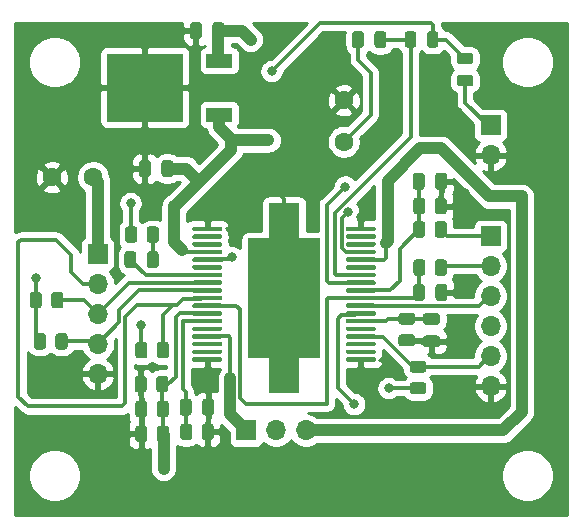
<source format=gbr>
%TF.GenerationSoftware,KiCad,Pcbnew,5.1.6-c6e7f7d~87~ubuntu18.04.1*%
%TF.CreationDate,2022-02-07T12:08:45+00:00*%
%TF.ProjectId,L6235-breakout,4c363233-352d-4627-9265-616b6f75742e,rev?*%
%TF.SameCoordinates,Original*%
%TF.FileFunction,Copper,L1,Top*%
%TF.FilePolarity,Positive*%
%FSLAX46Y46*%
G04 Gerber Fmt 4.6, Leading zero omitted, Abs format (unit mm)*
G04 Created by KiCad (PCBNEW 5.1.6-c6e7f7d~87~ubuntu18.04.1) date 2022-02-07 12:08:45*
%MOMM*%
%LPD*%
G01*
G04 APERTURE LIST*
%TA.AperFunction,ComponentPad*%
%ADD10C,1.600000*%
%TD*%
%TA.AperFunction,ComponentPad*%
%ADD11R,1.700000X1.700000*%
%TD*%
%TA.AperFunction,ComponentPad*%
%ADD12O,1.700000X1.700000*%
%TD*%
%TA.AperFunction,SMDPad,CuDef*%
%ADD13C,0.100000*%
%TD*%
%TA.AperFunction,SMDPad,CuDef*%
%ADD14R,2.200000X1.200000*%
%TD*%
%TA.AperFunction,SMDPad,CuDef*%
%ADD15R,6.400000X5.800000*%
%TD*%
%TA.AperFunction,ViaPad*%
%ADD16C,0.800000*%
%TD*%
%TA.AperFunction,Conductor*%
%ADD17C,0.300000*%
%TD*%
%TA.AperFunction,Conductor*%
%ADD18C,1.000000*%
%TD*%
%TA.AperFunction,Conductor*%
%ADD19C,0.254000*%
%TD*%
G04 APERTURE END LIST*
%TO.P,C1,2*%
%TO.N,GND*%
%TA.AperFunction,SMDPad,CuDef*%
G36*
G01*
X44224400Y-170985200D02*
X44224400Y-170035200D01*
G75*
G02*
X44474400Y-169785200I250000J0D01*
G01*
X44974400Y-169785200D01*
G75*
G02*
X45224400Y-170035200I0J-250000D01*
G01*
X45224400Y-170985200D01*
G75*
G02*
X44974400Y-171235200I-250000J0D01*
G01*
X44474400Y-171235200D01*
G75*
G02*
X44224400Y-170985200I0J250000D01*
G01*
G37*
%TD.AperFunction*%
%TO.P,C1,1*%
%TO.N,ENABLE*%
%TA.AperFunction,SMDPad,CuDef*%
G36*
G01*
X42324400Y-170985200D02*
X42324400Y-170035200D01*
G75*
G02*
X42574400Y-169785200I250000J0D01*
G01*
X43074400Y-169785200D01*
G75*
G02*
X43324400Y-170035200I0J-250000D01*
G01*
X43324400Y-170985200D01*
G75*
G02*
X43074400Y-171235200I-250000J0D01*
G01*
X42574400Y-171235200D01*
G75*
G02*
X42324400Y-170985200I0J250000D01*
G01*
G37*
%TD.AperFunction*%
%TD*%
%TO.P,C2,2*%
%TO.N,GND*%
%TA.AperFunction,SMDPad,CuDef*%
G36*
G01*
X20124000Y-159545000D02*
X20124000Y-160495000D01*
G75*
G02*
X19874000Y-160745000I-250000J0D01*
G01*
X19374000Y-160745000D01*
G75*
G02*
X19124000Y-160495000I0J250000D01*
G01*
X19124000Y-159545000D01*
G75*
G02*
X19374000Y-159295000I250000J0D01*
G01*
X19874000Y-159295000D01*
G75*
G02*
X20124000Y-159545000I0J-250000D01*
G01*
G37*
%TD.AperFunction*%
%TO.P,C2,1*%
%TO.N,VDD*%
%TA.AperFunction,SMDPad,CuDef*%
G36*
G01*
X22024000Y-159545000D02*
X22024000Y-160495000D01*
G75*
G02*
X21774000Y-160745000I-250000J0D01*
G01*
X21274000Y-160745000D01*
G75*
G02*
X21024000Y-160495000I0J250000D01*
G01*
X21024000Y-159545000D01*
G75*
G02*
X21274000Y-159295000I250000J0D01*
G01*
X21774000Y-159295000D01*
G75*
G02*
X22024000Y-159545000I0J-250000D01*
G01*
G37*
%TD.AperFunction*%
%TD*%
D10*
%TO.P,C3,1*%
%TO.N,VDD*%
X36461700Y-157734000D03*
%TO.P,C3,2*%
%TO.N,GND*%
X36461700Y-154234000D03*
%TD*%
%TO.P,C5,1*%
%TO.N,VREF*%
%TA.AperFunction,SMDPad,CuDef*%
G36*
G01*
X42311700Y-161574500D02*
X42311700Y-160624500D01*
G75*
G02*
X42561700Y-160374500I250000J0D01*
G01*
X43061700Y-160374500D01*
G75*
G02*
X43311700Y-160624500I0J-250000D01*
G01*
X43311700Y-161574500D01*
G75*
G02*
X43061700Y-161824500I-250000J0D01*
G01*
X42561700Y-161824500D01*
G75*
G02*
X42311700Y-161574500I0J250000D01*
G01*
G37*
%TD.AperFunction*%
%TO.P,C5,2*%
%TO.N,GND*%
%TA.AperFunction,SMDPad,CuDef*%
G36*
G01*
X44211700Y-161574500D02*
X44211700Y-160624500D01*
G75*
G02*
X44461700Y-160374500I250000J0D01*
G01*
X44961700Y-160374500D01*
G75*
G02*
X45211700Y-160624500I0J-250000D01*
G01*
X45211700Y-161574500D01*
G75*
G02*
X44961700Y-161824500I-250000J0D01*
G01*
X44461700Y-161824500D01*
G75*
G02*
X44211700Y-161574500I0J250000D01*
G01*
G37*
%TD.AperFunction*%
%TD*%
%TO.P,C6,2*%
%TO.N,GND*%
%TA.AperFunction,SMDPad,CuDef*%
G36*
G01*
X24475900Y-180688000D02*
X24475900Y-179738000D01*
G75*
G02*
X24725900Y-179488000I250000J0D01*
G01*
X25225900Y-179488000D01*
G75*
G02*
X25475900Y-179738000I0J-250000D01*
G01*
X25475900Y-180688000D01*
G75*
G02*
X25225900Y-180938000I-250000J0D01*
G01*
X24725900Y-180938000D01*
G75*
G02*
X24475900Y-180688000I0J250000D01*
G01*
G37*
%TD.AperFunction*%
%TO.P,C6,1*%
%TO.N,Net-(C6-Pad1)*%
%TA.AperFunction,SMDPad,CuDef*%
G36*
G01*
X22575900Y-180688000D02*
X22575900Y-179738000D01*
G75*
G02*
X22825900Y-179488000I250000J0D01*
G01*
X23325900Y-179488000D01*
G75*
G02*
X23575900Y-179738000I0J-250000D01*
G01*
X23575900Y-180688000D01*
G75*
G02*
X23325900Y-180938000I-250000J0D01*
G01*
X22825900Y-180938000D01*
G75*
G02*
X22575900Y-180688000I0J250000D01*
G01*
G37*
%TD.AperFunction*%
%TD*%
%TO.P,C7,1*%
%TO.N,VDD*%
%TA.AperFunction,SMDPad,CuDef*%
G36*
G01*
X37158000Y-149573000D02*
X37158000Y-148623000D01*
G75*
G02*
X37408000Y-148373000I250000J0D01*
G01*
X37908000Y-148373000D01*
G75*
G02*
X38158000Y-148623000I0J-250000D01*
G01*
X38158000Y-149573000D01*
G75*
G02*
X37908000Y-149823000I-250000J0D01*
G01*
X37408000Y-149823000D01*
G75*
G02*
X37158000Y-149573000I0J250000D01*
G01*
G37*
%TD.AperFunction*%
%TO.P,C7,2*%
%TO.N,Net-(C7-Pad2)*%
%TA.AperFunction,SMDPad,CuDef*%
G36*
G01*
X39058000Y-149573000D02*
X39058000Y-148623000D01*
G75*
G02*
X39308000Y-148373000I250000J0D01*
G01*
X39808000Y-148373000D01*
G75*
G02*
X40058000Y-148623000I0J-250000D01*
G01*
X40058000Y-149573000D01*
G75*
G02*
X39808000Y-149823000I-250000J0D01*
G01*
X39308000Y-149823000D01*
G75*
G02*
X39058000Y-149573000I0J250000D01*
G01*
G37*
%TD.AperFunction*%
%TD*%
%TO.P,C8,1*%
%TO.N,Net-(C8-Pad1)*%
%TA.AperFunction,SMDPad,CuDef*%
G36*
G01*
X17894600Y-168203900D02*
X17894600Y-167253900D01*
G75*
G02*
X18144600Y-167003900I250000J0D01*
G01*
X18644600Y-167003900D01*
G75*
G02*
X18894600Y-167253900I0J-250000D01*
G01*
X18894600Y-168203900D01*
G75*
G02*
X18644600Y-168453900I-250000J0D01*
G01*
X18144600Y-168453900D01*
G75*
G02*
X17894600Y-168203900I0J250000D01*
G01*
G37*
%TD.AperFunction*%
%TO.P,C8,2*%
%TO.N,Net-(C8-Pad2)*%
%TA.AperFunction,SMDPad,CuDef*%
G36*
G01*
X19794600Y-168203900D02*
X19794600Y-167253900D01*
G75*
G02*
X20044600Y-167003900I250000J0D01*
G01*
X20544600Y-167003900D01*
G75*
G02*
X20794600Y-167253900I0J-250000D01*
G01*
X20794600Y-168203900D01*
G75*
G02*
X20544600Y-168453900I-250000J0D01*
G01*
X20044600Y-168453900D01*
G75*
G02*
X19794600Y-168203900I0J250000D01*
G01*
G37*
%TD.AperFunction*%
%TD*%
%TO.P,C10,2*%
%TO.N,GND*%
%TA.AperFunction,SMDPad,CuDef*%
G36*
G01*
X43413700Y-174147900D02*
X44363700Y-174147900D01*
G75*
G02*
X44613700Y-174397900I0J-250000D01*
G01*
X44613700Y-174897900D01*
G75*
G02*
X44363700Y-175147900I-250000J0D01*
G01*
X43413700Y-175147900D01*
G75*
G02*
X43163700Y-174897900I0J250000D01*
G01*
X43163700Y-174397900D01*
G75*
G02*
X43413700Y-174147900I250000J0D01*
G01*
G37*
%TD.AperFunction*%
%TO.P,C10,1*%
%TO.N,Net-(C10-Pad1)*%
%TA.AperFunction,SMDPad,CuDef*%
G36*
G01*
X43413700Y-172247900D02*
X44363700Y-172247900D01*
G75*
G02*
X44613700Y-172497900I0J-250000D01*
G01*
X44613700Y-172997900D01*
G75*
G02*
X44363700Y-173247900I-250000J0D01*
G01*
X43413700Y-173247900D01*
G75*
G02*
X43163700Y-172997900I0J250000D01*
G01*
X43163700Y-172497900D01*
G75*
G02*
X43413700Y-172247900I250000J0D01*
G01*
G37*
%TD.AperFunction*%
%TD*%
%TO.P,D1,2*%
%TO.N,VDD*%
%TA.AperFunction,SMDPad,CuDef*%
G36*
G01*
X46279750Y-152088000D02*
X47192250Y-152088000D01*
G75*
G02*
X47436000Y-152331750I0J-243750D01*
G01*
X47436000Y-152819250D01*
G75*
G02*
X47192250Y-153063000I-243750J0D01*
G01*
X46279750Y-153063000D01*
G75*
G02*
X46036000Y-152819250I0J243750D01*
G01*
X46036000Y-152331750D01*
G75*
G02*
X46279750Y-152088000I243750J0D01*
G01*
G37*
%TD.AperFunction*%
%TO.P,D1,1*%
%TO.N,Net-(D1-Pad1)*%
%TA.AperFunction,SMDPad,CuDef*%
G36*
G01*
X46279750Y-150213000D02*
X47192250Y-150213000D01*
G75*
G02*
X47436000Y-150456750I0J-243750D01*
G01*
X47436000Y-150944250D01*
G75*
G02*
X47192250Y-151188000I-243750J0D01*
G01*
X46279750Y-151188000D01*
G75*
G02*
X46036000Y-150944250I0J243750D01*
G01*
X46036000Y-150456750D01*
G75*
G02*
X46279750Y-150213000I243750J0D01*
G01*
G37*
%TD.AperFunction*%
%TD*%
%TO.P,D2,1*%
%TO.N,Net-(C7-Pad2)*%
%TA.AperFunction,SMDPad,CuDef*%
G36*
G01*
X41628000Y-149554250D02*
X41628000Y-148641750D01*
G75*
G02*
X41871750Y-148398000I243750J0D01*
G01*
X42359250Y-148398000D01*
G75*
G02*
X42603000Y-148641750I0J-243750D01*
G01*
X42603000Y-149554250D01*
G75*
G02*
X42359250Y-149798000I-243750J0D01*
G01*
X41871750Y-149798000D01*
G75*
G02*
X41628000Y-149554250I0J243750D01*
G01*
G37*
%TD.AperFunction*%
%TO.P,D2,2*%
%TO.N,Net-(D1-Pad1)*%
%TA.AperFunction,SMDPad,CuDef*%
G36*
G01*
X43503000Y-149554250D02*
X43503000Y-148641750D01*
G75*
G02*
X43746750Y-148398000I243750J0D01*
G01*
X44234250Y-148398000D01*
G75*
G02*
X44478000Y-148641750I0J-243750D01*
G01*
X44478000Y-149554250D01*
G75*
G02*
X44234250Y-149798000I-243750J0D01*
G01*
X43746750Y-149798000D01*
G75*
G02*
X43503000Y-149554250I0J243750D01*
G01*
G37*
%TD.AperFunction*%
%TD*%
D11*
%TO.P,J2,1*%
%TO.N,+5V*%
X15633700Y-167246300D03*
D12*
%TO.P,J2,2*%
%TO.N,HALL1*%
X15633700Y-169786300D03*
%TO.P,J2,3*%
%TO.N,HALL2*%
X15633700Y-172326300D03*
%TO.P,J2,4*%
%TO.N,HALL3*%
X15633700Y-174866300D03*
%TO.P,J2,5*%
%TO.N,GND*%
X15633700Y-177406300D03*
%TD*%
D11*
%TO.P,J3,1*%
%TO.N,PHASE1*%
X28194000Y-182194200D03*
D12*
%TO.P,J3,2*%
%TO.N,PHASE2*%
X30734000Y-182194200D03*
%TO.P,J3,3*%
%TO.N,PHASE3*%
X33274000Y-182194200D03*
%TD*%
D11*
%TO.P,J5,1*%
%TO.N,VDD*%
X48895000Y-156337000D03*
D12*
%TO.P,J5,2*%
%TO.N,GND*%
X48895000Y-158877000D03*
%TD*%
%TO.P,R1,1*%
%TO.N,ENABLE*%
%TA.AperFunction,SMDPad,CuDef*%
G36*
G01*
X42350000Y-168852002D02*
X42350000Y-167951998D01*
G75*
G02*
X42599998Y-167702000I249998J0D01*
G01*
X43125002Y-167702000D01*
G75*
G02*
X43375000Y-167951998I0J-249998D01*
G01*
X43375000Y-168852002D01*
G75*
G02*
X43125002Y-169102000I-249998J0D01*
G01*
X42599998Y-169102000D01*
G75*
G02*
X42350000Y-168852002I0J249998D01*
G01*
G37*
%TD.AperFunction*%
%TO.P,R1,2*%
%TO.N,Net-(J1-Pad2)*%
%TA.AperFunction,SMDPad,CuDef*%
G36*
G01*
X44175000Y-168852002D02*
X44175000Y-167951998D01*
G75*
G02*
X44424998Y-167702000I249998J0D01*
G01*
X44950002Y-167702000D01*
G75*
G02*
X45200000Y-167951998I0J-249998D01*
G01*
X45200000Y-168852002D01*
G75*
G02*
X44950002Y-169102000I-249998J0D01*
G01*
X44424998Y-169102000D01*
G75*
G02*
X44175000Y-168852002I0J249998D01*
G01*
G37*
%TD.AperFunction*%
%TD*%
%TO.P,R2,2*%
%TO.N,Net-(J1-Pad1)*%
%TA.AperFunction,SMDPad,CuDef*%
G36*
G01*
X44162300Y-165613502D02*
X44162300Y-164713498D01*
G75*
G02*
X44412298Y-164463500I249998J0D01*
G01*
X44937302Y-164463500D01*
G75*
G02*
X45187300Y-164713498I0J-249998D01*
G01*
X45187300Y-165613502D01*
G75*
G02*
X44937302Y-165863500I-249998J0D01*
G01*
X44412298Y-165863500D01*
G75*
G02*
X44162300Y-165613502I0J249998D01*
G01*
G37*
%TD.AperFunction*%
%TO.P,R2,1*%
%TO.N,VREF*%
%TA.AperFunction,SMDPad,CuDef*%
G36*
G01*
X42337300Y-165613502D02*
X42337300Y-164713498D01*
G75*
G02*
X42587298Y-164463500I249998J0D01*
G01*
X43112302Y-164463500D01*
G75*
G02*
X43362300Y-164713498I0J-249998D01*
G01*
X43362300Y-165613502D01*
G75*
G02*
X43112302Y-165863500I-249998J0D01*
G01*
X42587298Y-165863500D01*
G75*
G02*
X42337300Y-165613502I0J249998D01*
G01*
G37*
%TD.AperFunction*%
%TD*%
%TO.P,R3,1*%
%TO.N,GND*%
%TA.AperFunction,SMDPad,CuDef*%
G36*
G01*
X45187300Y-162744998D02*
X45187300Y-163645002D01*
G75*
G02*
X44937302Y-163895000I-249998J0D01*
G01*
X44412298Y-163895000D01*
G75*
G02*
X44162300Y-163645002I0J249998D01*
G01*
X44162300Y-162744998D01*
G75*
G02*
X44412298Y-162495000I249998J0D01*
G01*
X44937302Y-162495000D01*
G75*
G02*
X45187300Y-162744998I0J-249998D01*
G01*
G37*
%TD.AperFunction*%
%TO.P,R3,2*%
%TO.N,VREF*%
%TA.AperFunction,SMDPad,CuDef*%
G36*
G01*
X43362300Y-162744998D02*
X43362300Y-163645002D01*
G75*
G02*
X43112302Y-163895000I-249998J0D01*
G01*
X42587298Y-163895000D01*
G75*
G02*
X42337300Y-163645002I0J249998D01*
G01*
X42337300Y-162744998D01*
G75*
G02*
X42587298Y-162495000I249998J0D01*
G01*
X43112302Y-162495000D01*
G75*
G02*
X43362300Y-162744998I0J-249998D01*
G01*
G37*
%TD.AperFunction*%
%TD*%
%TO.P,R4,1*%
%TO.N,Net-(C6-Pad1)*%
%TA.AperFunction,SMDPad,CuDef*%
G36*
G01*
X22614200Y-182758502D02*
X22614200Y-181858498D01*
G75*
G02*
X22864198Y-181608500I249998J0D01*
G01*
X23389202Y-181608500D01*
G75*
G02*
X23639200Y-181858498I0J-249998D01*
G01*
X23639200Y-182758502D01*
G75*
G02*
X23389202Y-183008500I-249998J0D01*
G01*
X22864198Y-183008500D01*
G75*
G02*
X22614200Y-182758502I0J249998D01*
G01*
G37*
%TD.AperFunction*%
%TO.P,R4,2*%
%TO.N,GND*%
%TA.AperFunction,SMDPad,CuDef*%
G36*
G01*
X24439200Y-182758502D02*
X24439200Y-181858498D01*
G75*
G02*
X24689198Y-181608500I249998J0D01*
G01*
X25214202Y-181608500D01*
G75*
G02*
X25464200Y-181858498I0J-249998D01*
G01*
X25464200Y-182758502D01*
G75*
G02*
X25214202Y-183008500I-249998J0D01*
G01*
X24689198Y-183008500D01*
G75*
G02*
X24439200Y-182758502I0J249998D01*
G01*
G37*
%TD.AperFunction*%
%TD*%
%TO.P,R5,1*%
%TO.N,GND*%
%TA.AperFunction,SMDPad,CuDef*%
G36*
G01*
X18795300Y-180828102D02*
X18795300Y-179928098D01*
G75*
G02*
X19045298Y-179678100I249998J0D01*
G01*
X19570302Y-179678100D01*
G75*
G02*
X19820300Y-179928098I0J-249998D01*
G01*
X19820300Y-180828102D01*
G75*
G02*
X19570302Y-181078100I-249998J0D01*
G01*
X19045298Y-181078100D01*
G75*
G02*
X18795300Y-180828102I0J249998D01*
G01*
G37*
%TD.AperFunction*%
%TO.P,R5,2*%
%TO.N,Net-(R13-Pad2)*%
%TA.AperFunction,SMDPad,CuDef*%
G36*
G01*
X20620300Y-180828102D02*
X20620300Y-179928098D01*
G75*
G02*
X20870298Y-179678100I249998J0D01*
G01*
X21395302Y-179678100D01*
G75*
G02*
X21645300Y-179928098I0J-249998D01*
G01*
X21645300Y-180828102D01*
G75*
G02*
X21395302Y-181078100I-249998J0D01*
G01*
X20870298Y-181078100D01*
G75*
G02*
X20620300Y-180828102I0J249998D01*
G01*
G37*
%TD.AperFunction*%
%TD*%
%TO.P,R6,2*%
%TO.N,Net-(D1-Pad1)*%
%TA.AperFunction,SMDPad,CuDef*%
G36*
G01*
X18982100Y-165157998D02*
X18982100Y-166058002D01*
G75*
G02*
X18732102Y-166308000I-249998J0D01*
G01*
X18207098Y-166308000D01*
G75*
G02*
X17957100Y-166058002I0J249998D01*
G01*
X17957100Y-165157998D01*
G75*
G02*
X18207098Y-164908000I249998J0D01*
G01*
X18732102Y-164908000D01*
G75*
G02*
X18982100Y-165157998I0J-249998D01*
G01*
G37*
%TD.AperFunction*%
%TO.P,R6,1*%
%TO.N,Net-(C8-Pad2)*%
%TA.AperFunction,SMDPad,CuDef*%
G36*
G01*
X20807100Y-165157998D02*
X20807100Y-166058002D01*
G75*
G02*
X20557102Y-166308000I-249998J0D01*
G01*
X20032098Y-166308000D01*
G75*
G02*
X19782100Y-166058002I0J249998D01*
G01*
X19782100Y-165157998D01*
G75*
G02*
X20032098Y-164908000I249998J0D01*
G01*
X20557102Y-164908000D01*
G75*
G02*
X20807100Y-165157998I0J-249998D01*
G01*
G37*
%TD.AperFunction*%
%TD*%
%TO.P,R7,1*%
%TO.N,GND*%
%TA.AperFunction,SMDPad,CuDef*%
G36*
G01*
X18757200Y-178719902D02*
X18757200Y-177819898D01*
G75*
G02*
X19007198Y-177569900I249998J0D01*
G01*
X19532202Y-177569900D01*
G75*
G02*
X19782200Y-177819898I0J-249998D01*
G01*
X19782200Y-178719902D01*
G75*
G02*
X19532202Y-178969900I-249998J0D01*
G01*
X19007198Y-178969900D01*
G75*
G02*
X18757200Y-178719902I0J249998D01*
G01*
G37*
%TD.AperFunction*%
%TO.P,R7,2*%
%TO.N,Net-(R13-Pad2)*%
%TA.AperFunction,SMDPad,CuDef*%
G36*
G01*
X20582200Y-178719902D02*
X20582200Y-177819898D01*
G75*
G02*
X20832198Y-177569900I249998J0D01*
G01*
X21357202Y-177569900D01*
G75*
G02*
X21607200Y-177819898I0J-249998D01*
G01*
X21607200Y-178719902D01*
G75*
G02*
X21357202Y-178969900I-249998J0D01*
G01*
X20832198Y-178969900D01*
G75*
G02*
X20582200Y-178719902I0J249998D01*
G01*
G37*
%TD.AperFunction*%
%TD*%
%TO.P,R8,2*%
%TO.N,TACHO*%
%TA.AperFunction,SMDPad,CuDef*%
G36*
G01*
X43198202Y-177298400D02*
X42298198Y-177298400D01*
G75*
G02*
X42048200Y-177048402I0J249998D01*
G01*
X42048200Y-176523398D01*
G75*
G02*
X42298198Y-176273400I249998J0D01*
G01*
X43198202Y-176273400D01*
G75*
G02*
X43448200Y-176523398I0J-249998D01*
G01*
X43448200Y-177048402D01*
G75*
G02*
X43198202Y-177298400I-249998J0D01*
G01*
G37*
%TD.AperFunction*%
%TO.P,R8,1*%
%TO.N,+5V*%
%TA.AperFunction,SMDPad,CuDef*%
G36*
G01*
X43198202Y-179123400D02*
X42298198Y-179123400D01*
G75*
G02*
X42048200Y-178873402I0J249998D01*
G01*
X42048200Y-178348398D01*
G75*
G02*
X42298198Y-178098400I249998J0D01*
G01*
X43198202Y-178098400D01*
G75*
G02*
X43448200Y-178348398I0J-249998D01*
G01*
X43448200Y-178873402D01*
G75*
G02*
X43198202Y-179123400I-249998J0D01*
G01*
G37*
%TD.AperFunction*%
%TD*%
%TO.P,R9,1*%
%TO.N,Net-(C10-Pad1)*%
%TA.AperFunction,SMDPad,CuDef*%
G36*
G01*
X41345698Y-172222100D02*
X42245702Y-172222100D01*
G75*
G02*
X42495700Y-172472098I0J-249998D01*
G01*
X42495700Y-172997102D01*
G75*
G02*
X42245702Y-173247100I-249998J0D01*
G01*
X41345698Y-173247100D01*
G75*
G02*
X41095700Y-172997102I0J249998D01*
G01*
X41095700Y-172472098D01*
G75*
G02*
X41345698Y-172222100I249998J0D01*
G01*
G37*
%TD.AperFunction*%
%TO.P,R9,2*%
%TO.N,GND*%
%TA.AperFunction,SMDPad,CuDef*%
G36*
G01*
X41345698Y-174047100D02*
X42245702Y-174047100D01*
G75*
G02*
X42495700Y-174297098I0J-249998D01*
G01*
X42495700Y-174822102D01*
G75*
G02*
X42245702Y-175072100I-249998J0D01*
G01*
X41345698Y-175072100D01*
G75*
G02*
X41095700Y-174822102I0J249998D01*
G01*
X41095700Y-174297098D01*
G75*
G02*
X41345698Y-174047100I249998J0D01*
G01*
G37*
%TD.AperFunction*%
%TD*%
%TO.P,R10,2*%
%TO.N,HALL1*%
%TA.AperFunction,SMDPad,CuDef*%
G36*
G01*
X20645700Y-175837002D02*
X20645700Y-174936998D01*
G75*
G02*
X20895698Y-174687000I249998J0D01*
G01*
X21420702Y-174687000D01*
G75*
G02*
X21670700Y-174936998I0J-249998D01*
G01*
X21670700Y-175837002D01*
G75*
G02*
X21420702Y-176087000I-249998J0D01*
G01*
X20895698Y-176087000D01*
G75*
G02*
X20645700Y-175837002I0J249998D01*
G01*
G37*
%TD.AperFunction*%
%TO.P,R10,1*%
%TO.N,+5V*%
%TA.AperFunction,SMDPad,CuDef*%
G36*
G01*
X18820700Y-175837002D02*
X18820700Y-174936998D01*
G75*
G02*
X19070698Y-174687000I249998J0D01*
G01*
X19595702Y-174687000D01*
G75*
G02*
X19845700Y-174936998I0J-249998D01*
G01*
X19845700Y-175837002D01*
G75*
G02*
X19595702Y-176087000I-249998J0D01*
G01*
X19070698Y-176087000D01*
G75*
G02*
X18820700Y-175837002I0J249998D01*
G01*
G37*
%TD.AperFunction*%
%TD*%
%TO.P,R11,1*%
%TO.N,+5V*%
%TA.AperFunction,SMDPad,CuDef*%
G36*
G01*
X9876100Y-171607902D02*
X9876100Y-170707898D01*
G75*
G02*
X10126098Y-170457900I249998J0D01*
G01*
X10651102Y-170457900D01*
G75*
G02*
X10901100Y-170707898I0J-249998D01*
G01*
X10901100Y-171607902D01*
G75*
G02*
X10651102Y-171857900I-249998J0D01*
G01*
X10126098Y-171857900D01*
G75*
G02*
X9876100Y-171607902I0J249998D01*
G01*
G37*
%TD.AperFunction*%
%TO.P,R11,2*%
%TO.N,HALL2*%
%TA.AperFunction,SMDPad,CuDef*%
G36*
G01*
X11701100Y-171607902D02*
X11701100Y-170707898D01*
G75*
G02*
X11951098Y-170457900I249998J0D01*
G01*
X12476102Y-170457900D01*
G75*
G02*
X12726100Y-170707898I0J-249998D01*
G01*
X12726100Y-171607902D01*
G75*
G02*
X12476102Y-171857900I-249998J0D01*
G01*
X11951098Y-171857900D01*
G75*
G02*
X11701100Y-171607902I0J249998D01*
G01*
G37*
%TD.AperFunction*%
%TD*%
%TO.P,R12,2*%
%TO.N,HALL3*%
%TA.AperFunction,SMDPad,CuDef*%
G36*
G01*
X12056700Y-175100402D02*
X12056700Y-174200398D01*
G75*
G02*
X12306698Y-173950400I249998J0D01*
G01*
X12831702Y-173950400D01*
G75*
G02*
X13081700Y-174200398I0J-249998D01*
G01*
X13081700Y-175100402D01*
G75*
G02*
X12831702Y-175350400I-249998J0D01*
G01*
X12306698Y-175350400D01*
G75*
G02*
X12056700Y-175100402I0J249998D01*
G01*
G37*
%TD.AperFunction*%
%TO.P,R12,1*%
%TO.N,+5V*%
%TA.AperFunction,SMDPad,CuDef*%
G36*
G01*
X10231700Y-175100402D02*
X10231700Y-174200398D01*
G75*
G02*
X10481698Y-173950400I249998J0D01*
G01*
X11006702Y-173950400D01*
G75*
G02*
X11256700Y-174200398I0J-249998D01*
G01*
X11256700Y-175100402D01*
G75*
G02*
X11006702Y-175350400I-249998J0D01*
G01*
X10481698Y-175350400D01*
G75*
G02*
X10231700Y-175100402I0J249998D01*
G01*
G37*
%TD.AperFunction*%
%TD*%
%TO.P,R13,2*%
%TO.N,Net-(R13-Pad2)*%
%TA.AperFunction,SMDPad,CuDef*%
G36*
G01*
X20645700Y-182936302D02*
X20645700Y-182036298D01*
G75*
G02*
X20895698Y-181786300I249998J0D01*
G01*
X21420702Y-181786300D01*
G75*
G02*
X21670700Y-182036298I0J-249998D01*
G01*
X21670700Y-182936302D01*
G75*
G02*
X21420702Y-183186300I-249998J0D01*
G01*
X20895698Y-183186300D01*
G75*
G02*
X20645700Y-182936302I0J249998D01*
G01*
G37*
%TD.AperFunction*%
%TO.P,R13,1*%
%TO.N,GND*%
%TA.AperFunction,SMDPad,CuDef*%
G36*
G01*
X18820700Y-182936302D02*
X18820700Y-182036298D01*
G75*
G02*
X19070698Y-181786300I249998J0D01*
G01*
X19595702Y-181786300D01*
G75*
G02*
X19845700Y-182036298I0J-249998D01*
G01*
X19845700Y-182936302D01*
G75*
G02*
X19595702Y-183186300I-249998J0D01*
G01*
X19070698Y-183186300D01*
G75*
G02*
X18820700Y-182936302I0J249998D01*
G01*
G37*
%TD.AperFunction*%
%TD*%
%TO.P,U1,1*%
%TO.N,GND*%
%TA.AperFunction,SMDPad,CuDef*%
G36*
G01*
X23657100Y-165225100D02*
X23657100Y-165035100D01*
G75*
G02*
X23752100Y-164940100I95000J0D01*
G01*
X26062100Y-164940100D01*
G75*
G02*
X26157100Y-165035100I0J-95000D01*
G01*
X26157100Y-165225100D01*
G75*
G02*
X26062100Y-165320100I-95000J0D01*
G01*
X23752100Y-165320100D01*
G75*
G02*
X23657100Y-165225100I0J95000D01*
G01*
G37*
%TD.AperFunction*%
%TO.P,U1,2*%
%TO.N,Net-(U1-Pad2)*%
%TA.AperFunction,SMDPad,CuDef*%
G36*
G01*
X23657100Y-165875100D02*
X23657100Y-165685100D01*
G75*
G02*
X23752100Y-165590100I95000J0D01*
G01*
X26062100Y-165590100D01*
G75*
G02*
X26157100Y-165685100I0J-95000D01*
G01*
X26157100Y-165875100D01*
G75*
G02*
X26062100Y-165970100I-95000J0D01*
G01*
X23752100Y-165970100D01*
G75*
G02*
X23657100Y-165875100I0J95000D01*
G01*
G37*
%TD.AperFunction*%
%TO.P,U1,3*%
%TO.N,Net-(U1-Pad3)*%
%TA.AperFunction,SMDPad,CuDef*%
G36*
G01*
X23657100Y-166525100D02*
X23657100Y-166335100D01*
G75*
G02*
X23752100Y-166240100I95000J0D01*
G01*
X26062100Y-166240100D01*
G75*
G02*
X26157100Y-166335100I0J-95000D01*
G01*
X26157100Y-166525100D01*
G75*
G02*
X26062100Y-166620100I-95000J0D01*
G01*
X23752100Y-166620100D01*
G75*
G02*
X23657100Y-166525100I0J95000D01*
G01*
G37*
%TD.AperFunction*%
%TO.P,U1,4*%
%TO.N,VDD*%
%TA.AperFunction,SMDPad,CuDef*%
G36*
G01*
X23657100Y-167175100D02*
X23657100Y-166985100D01*
G75*
G02*
X23752100Y-166890100I95000J0D01*
G01*
X26062100Y-166890100D01*
G75*
G02*
X26157100Y-166985100I0J-95000D01*
G01*
X26157100Y-167175100D01*
G75*
G02*
X26062100Y-167270100I-95000J0D01*
G01*
X23752100Y-167270100D01*
G75*
G02*
X23657100Y-167175100I0J95000D01*
G01*
G37*
%TD.AperFunction*%
%TO.P,U1,5*%
%TO.N,PHASE2*%
%TA.AperFunction,SMDPad,CuDef*%
G36*
G01*
X23657100Y-167825100D02*
X23657100Y-167635100D01*
G75*
G02*
X23752100Y-167540100I95000J0D01*
G01*
X26062100Y-167540100D01*
G75*
G02*
X26157100Y-167635100I0J-95000D01*
G01*
X26157100Y-167825100D01*
G75*
G02*
X26062100Y-167920100I-95000J0D01*
G01*
X23752100Y-167920100D01*
G75*
G02*
X23657100Y-167825100I0J95000D01*
G01*
G37*
%TD.AperFunction*%
%TO.P,U1,6*%
%TO.N,Net-(U1-Pad6)*%
%TA.AperFunction,SMDPad,CuDef*%
G36*
G01*
X23657100Y-168475100D02*
X23657100Y-168285100D01*
G75*
G02*
X23752100Y-168190100I95000J0D01*
G01*
X26062100Y-168190100D01*
G75*
G02*
X26157100Y-168285100I0J-95000D01*
G01*
X26157100Y-168475100D01*
G75*
G02*
X26062100Y-168570100I-95000J0D01*
G01*
X23752100Y-168570100D01*
G75*
G02*
X23657100Y-168475100I0J95000D01*
G01*
G37*
%TD.AperFunction*%
%TO.P,U1,7*%
%TO.N,Net-(C8-Pad1)*%
%TA.AperFunction,SMDPad,CuDef*%
G36*
G01*
X23657100Y-169125100D02*
X23657100Y-168935100D01*
G75*
G02*
X23752100Y-168840100I95000J0D01*
G01*
X26062100Y-168840100D01*
G75*
G02*
X26157100Y-168935100I0J-95000D01*
G01*
X26157100Y-169125100D01*
G75*
G02*
X26062100Y-169220100I-95000J0D01*
G01*
X23752100Y-169220100D01*
G75*
G02*
X23657100Y-169125100I0J95000D01*
G01*
G37*
%TD.AperFunction*%
%TO.P,U1,8*%
%TO.N,HALL2*%
%TA.AperFunction,SMDPad,CuDef*%
G36*
G01*
X23657100Y-169775100D02*
X23657100Y-169585100D01*
G75*
G02*
X23752100Y-169490100I95000J0D01*
G01*
X26062100Y-169490100D01*
G75*
G02*
X26157100Y-169585100I0J-95000D01*
G01*
X26157100Y-169775100D01*
G75*
G02*
X26062100Y-169870100I-95000J0D01*
G01*
X23752100Y-169870100D01*
G75*
G02*
X23657100Y-169775100I0J95000D01*
G01*
G37*
%TD.AperFunction*%
%TO.P,U1,9*%
%TO.N,HALL3*%
%TA.AperFunction,SMDPad,CuDef*%
G36*
G01*
X23657100Y-170425100D02*
X23657100Y-170235100D01*
G75*
G02*
X23752100Y-170140100I95000J0D01*
G01*
X26062100Y-170140100D01*
G75*
G02*
X26157100Y-170235100I0J-95000D01*
G01*
X26157100Y-170425100D01*
G75*
G02*
X26062100Y-170520100I-95000J0D01*
G01*
X23752100Y-170520100D01*
G75*
G02*
X23657100Y-170425100I0J95000D01*
G01*
G37*
%TD.AperFunction*%
%TO.P,U1,10*%
%TO.N,HALL1*%
%TA.AperFunction,SMDPad,CuDef*%
G36*
G01*
X23657100Y-171075100D02*
X23657100Y-170885100D01*
G75*
G02*
X23752100Y-170790100I95000J0D01*
G01*
X26062100Y-170790100D01*
G75*
G02*
X26157100Y-170885100I0J-95000D01*
G01*
X26157100Y-171075100D01*
G75*
G02*
X26062100Y-171170100I-95000J0D01*
G01*
X23752100Y-171170100D01*
G75*
G02*
X23657100Y-171075100I0J95000D01*
G01*
G37*
%TD.AperFunction*%
%TO.P,U1,11*%
%TO.N,ENABLE*%
%TA.AperFunction,SMDPad,CuDef*%
G36*
G01*
X23657100Y-171725100D02*
X23657100Y-171535100D01*
G75*
G02*
X23752100Y-171440100I95000J0D01*
G01*
X26062100Y-171440100D01*
G75*
G02*
X26157100Y-171535100I0J-95000D01*
G01*
X26157100Y-171725100D01*
G75*
G02*
X26062100Y-171820100I-95000J0D01*
G01*
X23752100Y-171820100D01*
G75*
G02*
X23657100Y-171725100I0J95000D01*
G01*
G37*
%TD.AperFunction*%
%TO.P,U1,12*%
%TO.N,Net-(R13-Pad2)*%
%TA.AperFunction,SMDPad,CuDef*%
G36*
G01*
X23657100Y-172375100D02*
X23657100Y-172185100D01*
G75*
G02*
X23752100Y-172090100I95000J0D01*
G01*
X26062100Y-172090100D01*
G75*
G02*
X26157100Y-172185100I0J-95000D01*
G01*
X26157100Y-172375100D01*
G75*
G02*
X26062100Y-172470100I-95000J0D01*
G01*
X23752100Y-172470100D01*
G75*
G02*
X23657100Y-172375100I0J95000D01*
G01*
G37*
%TD.AperFunction*%
%TO.P,U1,13*%
%TO.N,Net-(C6-Pad1)*%
%TA.AperFunction,SMDPad,CuDef*%
G36*
G01*
X23657100Y-173025100D02*
X23657100Y-172835100D01*
G75*
G02*
X23752100Y-172740100I95000J0D01*
G01*
X26062100Y-172740100D01*
G75*
G02*
X26157100Y-172835100I0J-95000D01*
G01*
X26157100Y-173025100D01*
G75*
G02*
X26062100Y-173120100I-95000J0D01*
G01*
X23752100Y-173120100D01*
G75*
G02*
X23657100Y-173025100I0J95000D01*
G01*
G37*
%TD.AperFunction*%
%TO.P,U1,14*%
%TO.N,Net-(U1-Pad14)*%
%TA.AperFunction,SMDPad,CuDef*%
G36*
G01*
X23657100Y-173675100D02*
X23657100Y-173485100D01*
G75*
G02*
X23752100Y-173390100I95000J0D01*
G01*
X26062100Y-173390100D01*
G75*
G02*
X26157100Y-173485100I0J-95000D01*
G01*
X26157100Y-173675100D01*
G75*
G02*
X26062100Y-173770100I-95000J0D01*
G01*
X23752100Y-173770100D01*
G75*
G02*
X23657100Y-173675100I0J95000D01*
G01*
G37*
%TD.AperFunction*%
%TO.P,U1,15*%
%TO.N,PHASE1*%
%TA.AperFunction,SMDPad,CuDef*%
G36*
G01*
X23657100Y-174325100D02*
X23657100Y-174135100D01*
G75*
G02*
X23752100Y-174040100I95000J0D01*
G01*
X26062100Y-174040100D01*
G75*
G02*
X26157100Y-174135100I0J-95000D01*
G01*
X26157100Y-174325100D01*
G75*
G02*
X26062100Y-174420100I-95000J0D01*
G01*
X23752100Y-174420100D01*
G75*
G02*
X23657100Y-174325100I0J95000D01*
G01*
G37*
%TD.AperFunction*%
%TO.P,U1,16*%
%TO.N,Net-(U1-Pad16)*%
%TA.AperFunction,SMDPad,CuDef*%
G36*
G01*
X23657100Y-174975100D02*
X23657100Y-174785100D01*
G75*
G02*
X23752100Y-174690100I95000J0D01*
G01*
X26062100Y-174690100D01*
G75*
G02*
X26157100Y-174785100I0J-95000D01*
G01*
X26157100Y-174975100D01*
G75*
G02*
X26062100Y-175070100I-95000J0D01*
G01*
X23752100Y-175070100D01*
G75*
G02*
X23657100Y-174975100I0J95000D01*
G01*
G37*
%TD.AperFunction*%
%TO.P,U1,17*%
%TO.N,Net-(U1-Pad17)*%
%TA.AperFunction,SMDPad,CuDef*%
G36*
G01*
X23657100Y-175625100D02*
X23657100Y-175435100D01*
G75*
G02*
X23752100Y-175340100I95000J0D01*
G01*
X26062100Y-175340100D01*
G75*
G02*
X26157100Y-175435100I0J-95000D01*
G01*
X26157100Y-175625100D01*
G75*
G02*
X26062100Y-175720100I-95000J0D01*
G01*
X23752100Y-175720100D01*
G75*
G02*
X23657100Y-175625100I0J95000D01*
G01*
G37*
%TD.AperFunction*%
%TO.P,U1,18*%
%TO.N,GND*%
%TA.AperFunction,SMDPad,CuDef*%
G36*
G01*
X23657100Y-176275100D02*
X23657100Y-176085100D01*
G75*
G02*
X23752100Y-175990100I95000J0D01*
G01*
X26062100Y-175990100D01*
G75*
G02*
X26157100Y-176085100I0J-95000D01*
G01*
X26157100Y-176275100D01*
G75*
G02*
X26062100Y-176370100I-95000J0D01*
G01*
X23752100Y-176370100D01*
G75*
G02*
X23657100Y-176275100I0J95000D01*
G01*
G37*
%TD.AperFunction*%
%TO.P,U1,19*%
%TA.AperFunction,SMDPad,CuDef*%
G36*
G01*
X36657100Y-176275100D02*
X36657100Y-176085100D01*
G75*
G02*
X36752100Y-175990100I95000J0D01*
G01*
X39062100Y-175990100D01*
G75*
G02*
X39157100Y-176085100I0J-95000D01*
G01*
X39157100Y-176275100D01*
G75*
G02*
X39062100Y-176370100I-95000J0D01*
G01*
X36752100Y-176370100D01*
G75*
G02*
X36657100Y-176275100I0J95000D01*
G01*
G37*
%TD.AperFunction*%
%TO.P,U1,20*%
%TO.N,Net-(U1-Pad20)*%
%TA.AperFunction,SMDPad,CuDef*%
G36*
G01*
X36657100Y-175625100D02*
X36657100Y-175435100D01*
G75*
G02*
X36752100Y-175340100I95000J0D01*
G01*
X39062100Y-175340100D01*
G75*
G02*
X39157100Y-175435100I0J-95000D01*
G01*
X39157100Y-175625100D01*
G75*
G02*
X39062100Y-175720100I-95000J0D01*
G01*
X36752100Y-175720100D01*
G75*
G02*
X36657100Y-175625100I0J95000D01*
G01*
G37*
%TD.AperFunction*%
%TO.P,U1,21*%
%TO.N,Net-(U1-Pad21)*%
%TA.AperFunction,SMDPad,CuDef*%
G36*
G01*
X36657100Y-174975100D02*
X36657100Y-174785100D01*
G75*
G02*
X36752100Y-174690100I95000J0D01*
G01*
X39062100Y-174690100D01*
G75*
G02*
X39157100Y-174785100I0J-95000D01*
G01*
X39157100Y-174975100D01*
G75*
G02*
X39062100Y-175070100I-95000J0D01*
G01*
X36752100Y-175070100D01*
G75*
G02*
X36657100Y-174975100I0J95000D01*
G01*
G37*
%TD.AperFunction*%
%TO.P,U1,22*%
%TO.N,TACHO*%
%TA.AperFunction,SMDPad,CuDef*%
G36*
G01*
X36657100Y-174325100D02*
X36657100Y-174135100D01*
G75*
G02*
X36752100Y-174040100I95000J0D01*
G01*
X39062100Y-174040100D01*
G75*
G02*
X39157100Y-174135100I0J-95000D01*
G01*
X39157100Y-174325100D01*
G75*
G02*
X39062100Y-174420100I-95000J0D01*
G01*
X36752100Y-174420100D01*
G75*
G02*
X36657100Y-174325100I0J95000D01*
G01*
G37*
%TD.AperFunction*%
%TO.P,U1,23*%
%TO.N,Net-(U1-Pad23)*%
%TA.AperFunction,SMDPad,CuDef*%
G36*
G01*
X36657100Y-173675100D02*
X36657100Y-173485100D01*
G75*
G02*
X36752100Y-173390100I95000J0D01*
G01*
X39062100Y-173390100D01*
G75*
G02*
X39157100Y-173485100I0J-95000D01*
G01*
X39157100Y-173675100D01*
G75*
G02*
X39062100Y-173770100I-95000J0D01*
G01*
X36752100Y-173770100D01*
G75*
G02*
X36657100Y-173675100I0J95000D01*
G01*
G37*
%TD.AperFunction*%
%TO.P,U1,24*%
%TO.N,Net-(C10-Pad1)*%
%TA.AperFunction,SMDPad,CuDef*%
G36*
G01*
X36657100Y-173025100D02*
X36657100Y-172835100D01*
G75*
G02*
X36752100Y-172740100I95000J0D01*
G01*
X39062100Y-172740100D01*
G75*
G02*
X39157100Y-172835100I0J-95000D01*
G01*
X39157100Y-173025100D01*
G75*
G02*
X39062100Y-173120100I-95000J0D01*
G01*
X36752100Y-173120100D01*
G75*
G02*
X36657100Y-173025100I0J95000D01*
G01*
G37*
%TD.AperFunction*%
%TO.P,U1,25*%
%TO.N,Net-(R13-Pad2)*%
%TA.AperFunction,SMDPad,CuDef*%
G36*
G01*
X36657100Y-172375100D02*
X36657100Y-172185100D01*
G75*
G02*
X36752100Y-172090100I95000J0D01*
G01*
X39062100Y-172090100D01*
G75*
G02*
X39157100Y-172185100I0J-95000D01*
G01*
X39157100Y-172375100D01*
G75*
G02*
X39062100Y-172470100I-95000J0D01*
G01*
X36752100Y-172470100D01*
G75*
G02*
X36657100Y-172375100I0J95000D01*
G01*
G37*
%TD.AperFunction*%
%TO.P,U1,26*%
%TO.N,F-R*%
%TA.AperFunction,SMDPad,CuDef*%
G36*
G01*
X36657100Y-171725100D02*
X36657100Y-171535100D01*
G75*
G02*
X36752100Y-171440100I95000J0D01*
G01*
X39062100Y-171440100D01*
G75*
G02*
X39157100Y-171535100I0J-95000D01*
G01*
X39157100Y-171725100D01*
G75*
G02*
X39062100Y-171820100I-95000J0D01*
G01*
X36752100Y-171820100D01*
G75*
G02*
X36657100Y-171725100I0J95000D01*
G01*
G37*
%TD.AperFunction*%
%TO.P,U1,27*%
%TO.N,ENABLE*%
%TA.AperFunction,SMDPad,CuDef*%
G36*
G01*
X36657100Y-171075100D02*
X36657100Y-170885100D01*
G75*
G02*
X36752100Y-170790100I95000J0D01*
G01*
X39062100Y-170790100D01*
G75*
G02*
X39157100Y-170885100I0J-95000D01*
G01*
X39157100Y-171075100D01*
G75*
G02*
X39062100Y-171170100I-95000J0D01*
G01*
X36752100Y-171170100D01*
G75*
G02*
X36657100Y-171075100I0J95000D01*
G01*
G37*
%TD.AperFunction*%
%TO.P,U1,28*%
%TO.N,VREF*%
%TA.AperFunction,SMDPad,CuDef*%
G36*
G01*
X36657100Y-170425100D02*
X36657100Y-170235100D01*
G75*
G02*
X36752100Y-170140100I95000J0D01*
G01*
X39062100Y-170140100D01*
G75*
G02*
X39157100Y-170235100I0J-95000D01*
G01*
X39157100Y-170425100D01*
G75*
G02*
X39062100Y-170520100I-95000J0D01*
G01*
X36752100Y-170520100D01*
G75*
G02*
X36657100Y-170425100I0J95000D01*
G01*
G37*
%TD.AperFunction*%
%TO.P,U1,29*%
%TO.N,BRAKE*%
%TA.AperFunction,SMDPad,CuDef*%
G36*
G01*
X36657100Y-169775100D02*
X36657100Y-169585100D01*
G75*
G02*
X36752100Y-169490100I95000J0D01*
G01*
X39062100Y-169490100D01*
G75*
G02*
X39157100Y-169585100I0J-95000D01*
G01*
X39157100Y-169775100D01*
G75*
G02*
X39062100Y-169870100I-95000J0D01*
G01*
X36752100Y-169870100D01*
G75*
G02*
X36657100Y-169775100I0J95000D01*
G01*
G37*
%TD.AperFunction*%
%TO.P,U1,30*%
%TO.N,Net-(C7-Pad2)*%
%TA.AperFunction,SMDPad,CuDef*%
G36*
G01*
X36657100Y-169125100D02*
X36657100Y-168935100D01*
G75*
G02*
X36752100Y-168840100I95000J0D01*
G01*
X39062100Y-168840100D01*
G75*
G02*
X39157100Y-168935100I0J-95000D01*
G01*
X39157100Y-169125100D01*
G75*
G02*
X39062100Y-169220100I-95000J0D01*
G01*
X36752100Y-169220100D01*
G75*
G02*
X36657100Y-169125100I0J95000D01*
G01*
G37*
%TD.AperFunction*%
%TO.P,U1,31*%
%TO.N,Net-(U1-Pad31)*%
%TA.AperFunction,SMDPad,CuDef*%
G36*
G01*
X36657100Y-168475100D02*
X36657100Y-168285100D01*
G75*
G02*
X36752100Y-168190100I95000J0D01*
G01*
X39062100Y-168190100D01*
G75*
G02*
X39157100Y-168285100I0J-95000D01*
G01*
X39157100Y-168475100D01*
G75*
G02*
X39062100Y-168570100I-95000J0D01*
G01*
X36752100Y-168570100D01*
G75*
G02*
X36657100Y-168475100I0J95000D01*
G01*
G37*
%TD.AperFunction*%
%TO.P,U1,32*%
%TO.N,PHASE3*%
%TA.AperFunction,SMDPad,CuDef*%
G36*
G01*
X36657100Y-167825100D02*
X36657100Y-167635100D01*
G75*
G02*
X36752100Y-167540100I95000J0D01*
G01*
X39062100Y-167540100D01*
G75*
G02*
X39157100Y-167635100I0J-95000D01*
G01*
X39157100Y-167825100D01*
G75*
G02*
X39062100Y-167920100I-95000J0D01*
G01*
X36752100Y-167920100D01*
G75*
G02*
X36657100Y-167825100I0J95000D01*
G01*
G37*
%TD.AperFunction*%
%TO.P,U1,33*%
%TO.N,VDD*%
%TA.AperFunction,SMDPad,CuDef*%
G36*
G01*
X36657100Y-167175100D02*
X36657100Y-166985100D01*
G75*
G02*
X36752100Y-166890100I95000J0D01*
G01*
X39062100Y-166890100D01*
G75*
G02*
X39157100Y-166985100I0J-95000D01*
G01*
X39157100Y-167175100D01*
G75*
G02*
X39062100Y-167270100I-95000J0D01*
G01*
X36752100Y-167270100D01*
G75*
G02*
X36657100Y-167175100I0J95000D01*
G01*
G37*
%TD.AperFunction*%
%TO.P,U1,34*%
%TO.N,Net-(U1-Pad34)*%
%TA.AperFunction,SMDPad,CuDef*%
G36*
G01*
X36657100Y-166525100D02*
X36657100Y-166335100D01*
G75*
G02*
X36752100Y-166240100I95000J0D01*
G01*
X39062100Y-166240100D01*
G75*
G02*
X39157100Y-166335100I0J-95000D01*
G01*
X39157100Y-166525100D01*
G75*
G02*
X39062100Y-166620100I-95000J0D01*
G01*
X36752100Y-166620100D01*
G75*
G02*
X36657100Y-166525100I0J95000D01*
G01*
G37*
%TD.AperFunction*%
%TO.P,U1,35*%
%TO.N,Net-(U1-Pad35)*%
%TA.AperFunction,SMDPad,CuDef*%
G36*
G01*
X36657100Y-165875100D02*
X36657100Y-165685100D01*
G75*
G02*
X36752100Y-165590100I95000J0D01*
G01*
X39062100Y-165590100D01*
G75*
G02*
X39157100Y-165685100I0J-95000D01*
G01*
X39157100Y-165875100D01*
G75*
G02*
X39062100Y-165970100I-95000J0D01*
G01*
X36752100Y-165970100D01*
G75*
G02*
X36657100Y-165875100I0J95000D01*
G01*
G37*
%TD.AperFunction*%
%TO.P,U1,36*%
%TO.N,GND*%
%TA.AperFunction,SMDPad,CuDef*%
G36*
G01*
X36657100Y-165225100D02*
X36657100Y-165035100D01*
G75*
G02*
X36752100Y-164940100I95000J0D01*
G01*
X39062100Y-164940100D01*
G75*
G02*
X39157100Y-165035100I0J-95000D01*
G01*
X39157100Y-165225100D01*
G75*
G02*
X39062100Y-165320100I-95000J0D01*
G01*
X36752100Y-165320100D01*
G75*
G02*
X36657100Y-165225100I0J95000D01*
G01*
G37*
%TD.AperFunction*%
%TA.AperFunction,SMDPad,CuDef*%
D13*
%TO.P,U1,37*%
G36*
X32666855Y-162931061D02*
G01*
X32676234Y-162933906D01*
X32684879Y-162938527D01*
X32692455Y-162944745D01*
X32698673Y-162952321D01*
X32703294Y-162960966D01*
X32706139Y-162970345D01*
X32707100Y-162980100D01*
X32707100Y-165930100D01*
X34407100Y-165930100D01*
X34416855Y-165931061D01*
X34426234Y-165933906D01*
X34434879Y-165938527D01*
X34442455Y-165944745D01*
X34448673Y-165952321D01*
X34453294Y-165960966D01*
X34456139Y-165970345D01*
X34457100Y-165980100D01*
X34457100Y-175980100D01*
X34456139Y-175989855D01*
X34453294Y-175999234D01*
X34448673Y-176007879D01*
X34442455Y-176015455D01*
X34434879Y-176021673D01*
X34426234Y-176026294D01*
X34416855Y-176029139D01*
X34407100Y-176030100D01*
X32707100Y-176030100D01*
X32707100Y-178980100D01*
X32706139Y-178989855D01*
X32703294Y-178999234D01*
X32698673Y-179007879D01*
X32692455Y-179015455D01*
X32684879Y-179021673D01*
X32676234Y-179026294D01*
X32666855Y-179029139D01*
X32657100Y-179030100D01*
X30157100Y-179030100D01*
X30147345Y-179029139D01*
X30137966Y-179026294D01*
X30129321Y-179021673D01*
X30121745Y-179015455D01*
X30115527Y-179007879D01*
X30110906Y-178999234D01*
X30108061Y-178989855D01*
X30107100Y-178980100D01*
X30107100Y-176030100D01*
X28407100Y-176030100D01*
X28397345Y-176029139D01*
X28387966Y-176026294D01*
X28379321Y-176021673D01*
X28371745Y-176015455D01*
X28365527Y-176007879D01*
X28360906Y-175999234D01*
X28358061Y-175989855D01*
X28357100Y-175980100D01*
X28357100Y-165980100D01*
X28358061Y-165970345D01*
X28360906Y-165960966D01*
X28365527Y-165952321D01*
X28371745Y-165944745D01*
X28379321Y-165938527D01*
X28387966Y-165933906D01*
X28397345Y-165931061D01*
X28407100Y-165930100D01*
X30107100Y-165930100D01*
X30107100Y-162980100D01*
X30108061Y-162970345D01*
X30110906Y-162960966D01*
X30115527Y-162952321D01*
X30121745Y-162944745D01*
X30129321Y-162938527D01*
X30137966Y-162933906D01*
X30147345Y-162931061D01*
X30157100Y-162930100D01*
X32657100Y-162930100D01*
X32666855Y-162931061D01*
G37*
%TD.AperFunction*%
%TD*%
D10*
%TO.P,C9,1*%
%TO.N,+5V*%
X15250000Y-160750000D03*
%TO.P,C9,2*%
%TO.N,GND*%
X11750000Y-160750000D03*
%TD*%
%TO.P,C4,1*%
%TO.N,+5V*%
%TA.AperFunction,SMDPad,CuDef*%
G36*
G01*
X26342000Y-147861000D02*
X26342000Y-148811000D01*
G75*
G02*
X26092000Y-149061000I-250000J0D01*
G01*
X25592000Y-149061000D01*
G75*
G02*
X25342000Y-148811000I0J250000D01*
G01*
X25342000Y-147861000D01*
G75*
G02*
X25592000Y-147611000I250000J0D01*
G01*
X26092000Y-147611000D01*
G75*
G02*
X26342000Y-147861000I0J-250000D01*
G01*
G37*
%TD.AperFunction*%
%TO.P,C4,2*%
%TO.N,GND*%
%TA.AperFunction,SMDPad,CuDef*%
G36*
G01*
X24442000Y-147861000D02*
X24442000Y-148811000D01*
G75*
G02*
X24192000Y-149061000I-250000J0D01*
G01*
X23692000Y-149061000D01*
G75*
G02*
X23442000Y-148811000I0J250000D01*
G01*
X23442000Y-147861000D01*
G75*
G02*
X23692000Y-147611000I250000J0D01*
G01*
X24192000Y-147611000D01*
G75*
G02*
X24442000Y-147861000I0J-250000D01*
G01*
G37*
%TD.AperFunction*%
%TD*%
D14*
%TO.P,U2,1*%
%TO.N,VDD*%
X25917000Y-155442000D03*
%TO.P,U2,3*%
%TO.N,+5V*%
X25917000Y-150882000D03*
D15*
%TO.P,U2,2*%
%TO.N,GND*%
X19617000Y-153162000D03*
%TD*%
D11*
%TO.P,J1,1*%
%TO.N,Net-(J1-Pad1)*%
X48895000Y-165735000D03*
D12*
%TO.P,J1,2*%
%TO.N,Net-(J1-Pad2)*%
X48895000Y-168275000D03*
%TO.P,J1,3*%
%TO.N,F-R*%
X48895000Y-170815000D03*
%TO.P,J1,4*%
%TO.N,BRAKE*%
X48895000Y-173355000D03*
%TO.P,J1,5*%
%TO.N,TACHO*%
X48895000Y-175895000D03*
%TO.P,J1,6*%
%TO.N,GND*%
X48895000Y-178435000D03*
%TD*%
D16*
%TO.N,GND*%
X33000000Y-174000000D03*
X32000000Y-174000000D03*
X31000000Y-174000000D03*
X32000000Y-173000000D03*
X31000000Y-173000000D03*
X33000000Y-173000000D03*
X33000000Y-172000000D03*
X32000000Y-172000000D03*
X31000000Y-172000000D03*
X31000000Y-167000000D03*
X31000000Y-168000000D03*
X31000000Y-169000000D03*
X31000000Y-170000000D03*
X31000000Y-171000000D03*
X32000000Y-171000000D03*
X33000000Y-171000000D03*
X33000000Y-170000000D03*
X32000000Y-170000000D03*
X32000000Y-169000000D03*
X33000000Y-169000000D03*
X33000000Y-168000000D03*
X32000000Y-168000000D03*
X32000000Y-167000000D03*
X33000000Y-167000000D03*
X34000000Y-167000000D03*
X34000000Y-168000000D03*
X34000000Y-169000000D03*
X34000000Y-170000000D03*
X34000000Y-171000000D03*
X34000000Y-172000000D03*
X34000000Y-173000000D03*
X34000000Y-174000000D03*
X34000000Y-175000000D03*
X33000000Y-175000000D03*
X32000000Y-175000000D03*
X31000000Y-175000000D03*
X30000000Y-175000000D03*
X29000000Y-175000000D03*
X29000000Y-174000000D03*
X30000000Y-174000000D03*
X30000000Y-173000000D03*
X29000000Y-173000000D03*
X29000000Y-172000000D03*
X30000000Y-172000000D03*
X30000000Y-171000000D03*
X29000000Y-171000000D03*
X29000000Y-170000000D03*
X30000000Y-170000000D03*
X30000000Y-169000000D03*
X29000000Y-169000000D03*
X29000000Y-168000000D03*
X30000000Y-168000000D03*
X30000000Y-167000000D03*
X29000000Y-167000000D03*
X46723300Y-162128200D03*
X37907100Y-164132400D03*
X45570100Y-174647900D03*
X37907100Y-177873800D03*
X24975900Y-177424000D03*
X46800000Y-169400000D03*
%TO.N,+5V*%
X10388600Y-169291000D03*
X19333200Y-173287700D03*
X40260900Y-178610900D03*
X28575000Y-149098000D03*
%TO.N,Net-(D1-Pad1)*%
X30353000Y-151765000D03*
X18415000Y-162941000D03*
%TO.N,BRAKE*%
X36576000Y-161544000D03*
%TO.N,PHASE2*%
X27025600Y-167538400D03*
%TO.N,Net-(R13-Pad2)*%
X37338000Y-179959000D03*
X21209000Y-185420000D03*
%TO.N,VDD*%
X36830000Y-163703000D03*
X30086300Y-157607000D03*
%TD*%
D17*
%TO.N,GND*%
X44711700Y-161099500D02*
X45694600Y-161099500D01*
X45694600Y-161099500D02*
X46723300Y-162128200D01*
X46723300Y-162128200D02*
X46723300Y-162128200D01*
X37907100Y-165130100D02*
X37907100Y-164132400D01*
X37907100Y-164132400D02*
X37907100Y-164132400D01*
X45656500Y-163195000D02*
X46723300Y-162128200D01*
X44674800Y-163195000D02*
X45656500Y-163195000D01*
X43800400Y-174559600D02*
X43888700Y-174647900D01*
X41795700Y-174559600D02*
X43800400Y-174559600D01*
X43888700Y-174647900D02*
X45570100Y-174647900D01*
X45570100Y-174647900D02*
X45570100Y-174647900D01*
X37907100Y-176180100D02*
X37907100Y-177873800D01*
X37907100Y-177873800D02*
X37907100Y-177873800D01*
X24975900Y-176248900D02*
X24907100Y-176180100D01*
X24975900Y-180213000D02*
X24975900Y-177424000D01*
X24951700Y-180237200D02*
X24975900Y-180213000D01*
X24951700Y-182308500D02*
X24951700Y-180237200D01*
X24975900Y-177424000D02*
X24975900Y-176248900D01*
X24907100Y-162278200D02*
X24907100Y-165130100D01*
X26708100Y-160477200D02*
X24907100Y-162278200D01*
X29248100Y-160477200D02*
X26708100Y-160477200D01*
X31407100Y-162636200D02*
X29248100Y-160477200D01*
X31407100Y-170980100D02*
X31407100Y-162636200D01*
%TO.N,ENABLE*%
X42354500Y-170980100D02*
X37907100Y-170980100D01*
X42824400Y-170510200D02*
X42354500Y-170980100D01*
X42862500Y-170472100D02*
X42824400Y-170510200D01*
X42862500Y-168402000D02*
X42862500Y-170472100D01*
X27378900Y-171630100D02*
X24907100Y-171630100D01*
X27679650Y-171930850D02*
X27378900Y-171630100D01*
X28206700Y-179933600D02*
X27679650Y-179406550D01*
X27679650Y-179406550D02*
X27679650Y-171930850D01*
X35026600Y-179933600D02*
X28206700Y-179933600D01*
X35026600Y-171094400D02*
X35026600Y-179933600D01*
X35102800Y-171018200D02*
X35026600Y-171094400D01*
X36639660Y-171018200D02*
X35102800Y-171018200D01*
X36677760Y-170980100D02*
X36639660Y-171018200D01*
X37907100Y-170980100D02*
X36677760Y-170980100D01*
%TO.N,+5V*%
X10388600Y-174294800D02*
X10744200Y-174650400D01*
X10388600Y-171157900D02*
X10388600Y-174294800D01*
X10655300Y-174739300D02*
X10744200Y-174650400D01*
X15494000Y-167106600D02*
X15633700Y-167246300D01*
X10388600Y-171157900D02*
X10388600Y-169291000D01*
X10388600Y-169291000D02*
X10388600Y-169291000D01*
X19333200Y-175387000D02*
X19333200Y-173287700D01*
X19333200Y-173287700D02*
X19333200Y-173287700D01*
X42748200Y-178610900D02*
X40260900Y-178610900D01*
X40260900Y-178610900D02*
X40260900Y-178610900D01*
D18*
X15633700Y-161133700D02*
X15250000Y-160750000D01*
X15633700Y-167246300D02*
X15633700Y-161133700D01*
X25842000Y-150807000D02*
X25917000Y-150882000D01*
X25842000Y-148336000D02*
X25842000Y-150807000D01*
X25842000Y-148336000D02*
X27813000Y-148336000D01*
X27813000Y-148336000D02*
X28575000Y-149098000D01*
X28575000Y-149098000D02*
X28575000Y-149098000D01*
D17*
%TO.N,VREF*%
X42849800Y-165163500D02*
X42849800Y-163195000D01*
X37907100Y-170330100D02*
X40413700Y-170330100D01*
X40413700Y-170330100D02*
X41224200Y-169519600D01*
X41224200Y-166789100D02*
X42849800Y-165163500D01*
X41224200Y-169519600D02*
X41224200Y-166789100D01*
X42849800Y-161137600D02*
X42811700Y-161099500D01*
X42849800Y-163195000D02*
X42849800Y-161137600D01*
%TO.N,Net-(C6-Pad1)*%
X22853100Y-172930100D02*
X22853100Y-178683200D01*
X24907100Y-172930100D02*
X22853100Y-172930100D01*
X23126700Y-180263800D02*
X23075900Y-180213000D01*
X23126700Y-182308500D02*
X23126700Y-180263800D01*
X23075900Y-178906000D02*
X22853100Y-178683200D01*
X23075900Y-180213000D02*
X23075900Y-178906000D01*
%TO.N,Net-(C7-Pad2)*%
X36270110Y-169030100D02*
X36271200Y-169029010D01*
X37907100Y-169030100D02*
X36270110Y-169030100D01*
X35687000Y-168910000D02*
X35687000Y-163753800D01*
X35807100Y-169030100D02*
X35687000Y-168910000D01*
X36270110Y-169030100D02*
X35807100Y-169030100D01*
X42115500Y-149098000D02*
X39558000Y-149098000D01*
X42115500Y-157325300D02*
X41871900Y-157568900D01*
X42115500Y-149098000D02*
X42115500Y-157325300D01*
X35687000Y-163753800D02*
X41871900Y-157568900D01*
%TO.N,Net-(C8-Pad1)*%
X19695800Y-169030100D02*
X18394600Y-167728900D01*
X24907100Y-169030100D02*
X19695800Y-169030100D01*
%TO.N,Net-(C8-Pad2)*%
X20294600Y-167728900D02*
X20294600Y-165608000D01*
%TO.N,Net-(C10-Pad1)*%
X41809000Y-172747900D02*
X41795700Y-172734600D01*
X43888700Y-172747900D02*
X41809000Y-172747900D01*
X41795700Y-172734600D02*
X40231700Y-172734600D01*
X40036200Y-172930100D02*
X37907100Y-172930100D01*
X40231700Y-172734600D02*
X40036200Y-172930100D01*
%TO.N,Net-(D1-Pad1)*%
X45133500Y-149098000D02*
X46736000Y-150700500D01*
X43990500Y-149098000D02*
X45133500Y-149098000D01*
X43990500Y-149098000D02*
X43990500Y-147876500D01*
X43990500Y-147876500D02*
X43815000Y-147701000D01*
X43815000Y-147701000D02*
X34417000Y-147701000D01*
X34417000Y-147701000D02*
X30353000Y-151765000D01*
X30353000Y-151765000D02*
X30353000Y-151765000D01*
X18415000Y-165553400D02*
X18469600Y-165608000D01*
X18415000Y-162941000D02*
X18415000Y-165553400D01*
%TO.N,TACHO*%
X39789100Y-174244000D02*
X42331000Y-176785900D01*
X42331000Y-176785900D02*
X42748200Y-176785900D01*
X38608000Y-174244000D02*
X39789100Y-174244000D01*
X38594100Y-174230100D02*
X38608000Y-174244000D01*
X37907100Y-174230100D02*
X38594100Y-174230100D01*
X47877100Y-176785900D02*
X48793400Y-175869600D01*
X42748200Y-176785900D02*
X47877100Y-176785900D01*
%TO.N,BRAKE*%
X37907100Y-169680100D02*
X35187100Y-169680100D01*
X35187100Y-169680100D02*
X35052000Y-169545000D01*
X36576000Y-161544000D02*
X35052000Y-163068000D01*
X35052000Y-169545000D02*
X35052000Y-163068000D01*
%TO.N,F-R*%
X37916599Y-171639599D02*
X37907100Y-171630100D01*
X47943401Y-171639599D02*
X37916599Y-171639599D01*
X48793400Y-170789600D02*
X47943401Y-171639599D01*
%TO.N,Net-(J1-Pad2)*%
X44839900Y-168249600D02*
X44687500Y-168402000D01*
X48793400Y-168249600D02*
X44839900Y-168249600D01*
%TO.N,Net-(J1-Pad1)*%
X45220900Y-165709600D02*
X44674800Y-165163500D01*
X48793400Y-165709600D02*
X45220900Y-165709600D01*
%TO.N,HALL1*%
X24362910Y-171090090D02*
X22826210Y-171090090D01*
X24472900Y-170980100D02*
X24362910Y-171090090D01*
X24907100Y-170980100D02*
X24472900Y-170980100D01*
X22826210Y-171090090D02*
X22383750Y-171532550D01*
X21158200Y-172377100D02*
X22002750Y-171532550D01*
X21158200Y-175387000D02*
X21158200Y-172377100D01*
X22002750Y-171532550D02*
X22383750Y-171532550D01*
X14389100Y-169786300D02*
X15633700Y-169786300D01*
X13398500Y-168795700D02*
X14389100Y-169786300D01*
X12115800Y-166039800D02*
X13398500Y-167322500D01*
X13398500Y-167322500D02*
X13398500Y-168795700D01*
X9118600Y-166039800D02*
X12115800Y-166039800D01*
X8915400Y-166243000D02*
X9118600Y-166039800D01*
X8915400Y-179362100D02*
X8915400Y-166243000D01*
X17716500Y-180162200D02*
X9715500Y-180162200D01*
X17970500Y-179908200D02*
X17716500Y-180162200D01*
X17970500Y-172559754D02*
X17970500Y-179908200D01*
X9715500Y-180162200D02*
X8915400Y-179362100D01*
X18997704Y-171532550D02*
X17970500Y-172559754D01*
X22002750Y-171532550D02*
X18997704Y-171532550D01*
%TO.N,HALL2*%
X18279900Y-169680100D02*
X15633700Y-172326300D01*
X24907100Y-169680100D02*
X18279900Y-169680100D01*
X14465300Y-171157900D02*
X15633700Y-172326300D01*
X12213600Y-171157900D02*
X14465300Y-171157900D01*
%TO.N,HALL3*%
X20200154Y-170330100D02*
X20189754Y-170319700D01*
X24907100Y-170330100D02*
X20200154Y-170330100D01*
X20189754Y-170319700D02*
X19126200Y-170319700D01*
X19126200Y-170319700D02*
X17462500Y-171983400D01*
X17462500Y-173037500D02*
X15633700Y-174866300D01*
X17462500Y-171983400D02*
X17462500Y-173037500D01*
X15417800Y-174650400D02*
X15633700Y-174866300D01*
X12569200Y-174650400D02*
X15417800Y-174650400D01*
D18*
%TO.N,PHASE1*%
X28194000Y-182194200D02*
X26829642Y-180829842D01*
X26829642Y-180829842D02*
X26829642Y-179758636D01*
X26829642Y-179758636D02*
X26829642Y-177781842D01*
D17*
X26829642Y-174323258D02*
X26829642Y-177781842D01*
X26736484Y-174230100D02*
X26829642Y-174323258D01*
X24907100Y-174230100D02*
X26736484Y-174230100D01*
%TO.N,PHASE2*%
X26847800Y-167716200D02*
X27025600Y-167538400D01*
X24907100Y-167730100D02*
X26136440Y-167730100D01*
X26150340Y-167716200D02*
X26847800Y-167716200D01*
X26136440Y-167730100D02*
X26150340Y-167716200D01*
X27025600Y-167538400D02*
X27025600Y-167538400D01*
%TO.N,PHASE3*%
X39902200Y-167730100D02*
X37907100Y-167730100D01*
X40043100Y-167589200D02*
X39902200Y-167730100D01*
X40043100Y-166281100D02*
X40043100Y-167589200D01*
D18*
X40176450Y-166147750D02*
X40043100Y-166281100D01*
X40176450Y-161067750D02*
X40176450Y-166147750D01*
X42938700Y-158305500D02*
X40176450Y-161067750D01*
X48793400Y-162369500D02*
X44729400Y-158305500D01*
X51549300Y-162369500D02*
X48793400Y-162369500D01*
X51549300Y-180606700D02*
X51549300Y-162369500D01*
X44729400Y-158305500D02*
X42938700Y-158305500D01*
X49961800Y-182194200D02*
X51549300Y-180606700D01*
X33274000Y-182194200D02*
X49961800Y-182194200D01*
D17*
%TO.N,Net-(R13-Pad2)*%
X24907100Y-172280100D02*
X22614100Y-172280100D01*
X22614100Y-172280100D02*
X22294850Y-172599350D01*
X21607200Y-178269900D02*
X22237700Y-177639400D01*
X21094700Y-178269900D02*
X21607200Y-178269900D01*
X22237700Y-172656500D02*
X22294850Y-172599350D01*
X22237700Y-174193200D02*
X22237700Y-172656500D01*
X22237700Y-177639400D02*
X22237700Y-174193200D01*
X22237700Y-174193200D02*
X22237700Y-173418500D01*
X21094700Y-180340000D02*
X21132800Y-180378100D01*
X21094700Y-178269900D02*
X21094700Y-180340000D01*
X21158200Y-180403500D02*
X21132800Y-180378100D01*
X21158200Y-182486300D02*
X21158200Y-180403500D01*
X37413910Y-172390090D02*
X36270910Y-172390090D01*
X37523900Y-172280100D02*
X37413910Y-172390090D01*
X37907100Y-172280100D02*
X37523900Y-172280100D01*
X36270910Y-172390090D02*
X35941000Y-172720000D01*
X35941000Y-172720000D02*
X35941000Y-178562000D01*
X35941000Y-178562000D02*
X37338000Y-179959000D01*
X37338000Y-179959000D02*
X37338000Y-179959000D01*
D18*
X21209000Y-182537100D02*
X21158200Y-182486300D01*
X21209000Y-185420000D02*
X21209000Y-182537100D01*
D17*
%TO.N,VDD*%
X22782700Y-167080100D02*
X22783800Y-167079000D01*
X24907100Y-167080100D02*
X22782700Y-167080100D01*
D18*
X36334700Y-157607000D02*
X36461700Y-157734000D01*
X26885900Y-157721300D02*
X26885900Y-158465600D01*
X22072600Y-166207100D02*
X22782700Y-166917200D01*
X22072600Y-163207700D02*
X22072600Y-166207100D01*
D17*
X22782700Y-167080100D02*
X22782700Y-166917200D01*
D18*
X22072600Y-163207700D02*
X22143800Y-163207700D01*
D17*
X36657100Y-167080100D02*
X36307090Y-166730090D01*
X37907100Y-167080100D02*
X36657100Y-167080100D01*
X36307090Y-166730090D02*
X36307090Y-164225910D01*
X36307090Y-164225910D02*
X36830000Y-163703000D01*
X36830000Y-163703000D02*
X36830000Y-163703000D01*
D18*
X27000200Y-157607000D02*
X26885900Y-157721300D01*
X30086300Y-157607000D02*
X27000200Y-157607000D01*
X25917000Y-156523800D02*
X27000200Y-157607000D01*
X25917000Y-155442000D02*
X25917000Y-156523800D01*
X23114000Y-160020000D02*
X24222750Y-161128750D01*
X21524000Y-160020000D02*
X23114000Y-160020000D01*
X24222750Y-161128750D02*
X26885900Y-158465600D01*
X22143800Y-163207700D02*
X24222750Y-161128750D01*
D17*
X48895000Y-156337000D02*
X48641000Y-156337000D01*
X46736000Y-154432000D02*
X46736000Y-152575500D01*
X48641000Y-156337000D02*
X46736000Y-154432000D01*
X37658000Y-149098000D02*
X37658000Y-150815000D01*
X37658000Y-150815000D02*
X38735000Y-151892000D01*
X38735000Y-155460700D02*
X36461700Y-157734000D01*
X38735000Y-151892000D02*
X38735000Y-155460700D01*
%TD*%
D19*
%TO.N,GND*%
G36*
X55340001Y-189340000D02*
G01*
X8660000Y-189340000D01*
X8660000Y-185779872D01*
X9765000Y-185779872D01*
X9765000Y-186220128D01*
X9850890Y-186651925D01*
X10019369Y-187058669D01*
X10263962Y-187424729D01*
X10575271Y-187736038D01*
X10941331Y-187980631D01*
X11348075Y-188149110D01*
X11779872Y-188235000D01*
X12220128Y-188235000D01*
X12651925Y-188149110D01*
X13058669Y-187980631D01*
X13424729Y-187736038D01*
X13736038Y-187424729D01*
X13980631Y-187058669D01*
X14149110Y-186651925D01*
X14235000Y-186220128D01*
X14235000Y-185779872D01*
X14149110Y-185348075D01*
X13980631Y-184941331D01*
X13736038Y-184575271D01*
X13424729Y-184263962D01*
X13058669Y-184019369D01*
X12651925Y-183850890D01*
X12220128Y-183765000D01*
X11779872Y-183765000D01*
X11348075Y-183850890D01*
X10941331Y-184019369D01*
X10575271Y-184263962D01*
X10263962Y-184575271D01*
X10019369Y-184941331D01*
X9850890Y-185348075D01*
X9765000Y-185779872D01*
X8660000Y-185779872D01*
X8660000Y-183186300D01*
X18182628Y-183186300D01*
X18194888Y-183310782D01*
X18231198Y-183430480D01*
X18290163Y-183540794D01*
X18369515Y-183637485D01*
X18466206Y-183716837D01*
X18576520Y-183775802D01*
X18696218Y-183812112D01*
X18820700Y-183824372D01*
X19047450Y-183821300D01*
X19206200Y-183662550D01*
X19206200Y-182613300D01*
X18344450Y-182613300D01*
X18185700Y-182772050D01*
X18182628Y-183186300D01*
X8660000Y-183186300D01*
X8660000Y-180216857D01*
X9133157Y-180690015D01*
X9157736Y-180719964D01*
X9187684Y-180744542D01*
X9187687Y-180744545D01*
X9191650Y-180747797D01*
X9277267Y-180818062D01*
X9413640Y-180890954D01*
X9508275Y-180919661D01*
X9561612Y-180935841D01*
X9575990Y-180937257D01*
X9676939Y-180947200D01*
X9676946Y-180947200D01*
X9715499Y-180950997D01*
X9754052Y-180947200D01*
X17677947Y-180947200D01*
X17716500Y-180950997D01*
X17755053Y-180947200D01*
X17755061Y-180947200D01*
X17870387Y-180935841D01*
X18018360Y-180890954D01*
X18154733Y-180818062D01*
X18159183Y-180814410D01*
X18157228Y-181078100D01*
X18169488Y-181202582D01*
X18205798Y-181322280D01*
X18264763Y-181432594D01*
X18279890Y-181451026D01*
X18231198Y-181542120D01*
X18194888Y-181661818D01*
X18182628Y-181786300D01*
X18185700Y-182200550D01*
X18344450Y-182359300D01*
X19206200Y-182359300D01*
X19206200Y-181310050D01*
X19180800Y-181284650D01*
X19180800Y-180505100D01*
X19160800Y-180505100D01*
X19160800Y-180251100D01*
X19180800Y-180251100D01*
X19180800Y-179201850D01*
X19142700Y-179163750D01*
X19142700Y-178396900D01*
X19122700Y-178396900D01*
X19122700Y-178142900D01*
X19142700Y-178142900D01*
X19142700Y-177093650D01*
X18983950Y-176934900D01*
X18757200Y-176931828D01*
X18755500Y-176931995D01*
X18755500Y-176664950D01*
X18897444Y-176708008D01*
X19070698Y-176725072D01*
X19595702Y-176725072D01*
X19768956Y-176708008D01*
X19935552Y-176657472D01*
X20089087Y-176575405D01*
X20223662Y-176464962D01*
X20245700Y-176438109D01*
X20267738Y-176464962D01*
X20402313Y-176575405D01*
X20555848Y-176657472D01*
X20722444Y-176708008D01*
X20895698Y-176725072D01*
X21420702Y-176725072D01*
X21452700Y-176721920D01*
X21452700Y-176941234D01*
X21357202Y-176931828D01*
X20832198Y-176931828D01*
X20658944Y-176948892D01*
X20492348Y-176999428D01*
X20338813Y-177081495D01*
X20257563Y-177148176D01*
X20233385Y-177118715D01*
X20136694Y-177039363D01*
X20026380Y-176980398D01*
X19906682Y-176944088D01*
X19782200Y-176931828D01*
X19555450Y-176934900D01*
X19396700Y-177093650D01*
X19396700Y-178142900D01*
X19416700Y-178142900D01*
X19416700Y-178396900D01*
X19396700Y-178396900D01*
X19396700Y-179446150D01*
X19434800Y-179484250D01*
X19434800Y-180251100D01*
X19454800Y-180251100D01*
X19454800Y-180505100D01*
X19434800Y-180505100D01*
X19434800Y-181554350D01*
X19460200Y-181579750D01*
X19460200Y-182359300D01*
X19480200Y-182359300D01*
X19480200Y-182613300D01*
X19460200Y-182613300D01*
X19460200Y-183662550D01*
X19618950Y-183821300D01*
X19845700Y-183824372D01*
X19970182Y-183812112D01*
X20074001Y-183780619D01*
X20074000Y-185475751D01*
X20090423Y-185642498D01*
X20155324Y-185856446D01*
X20260716Y-186053623D01*
X20402551Y-186226449D01*
X20575377Y-186368284D01*
X20772553Y-186473676D01*
X20986501Y-186538577D01*
X21209000Y-186560491D01*
X21431498Y-186538577D01*
X21645446Y-186473676D01*
X21842623Y-186368284D01*
X22015449Y-186226449D01*
X22157284Y-186053623D01*
X22262676Y-185856447D01*
X22285904Y-185779872D01*
X49765000Y-185779872D01*
X49765000Y-186220128D01*
X49850890Y-186651925D01*
X50019369Y-187058669D01*
X50263962Y-187424729D01*
X50575271Y-187736038D01*
X50941331Y-187980631D01*
X51348075Y-188149110D01*
X51779872Y-188235000D01*
X52220128Y-188235000D01*
X52651925Y-188149110D01*
X53058669Y-187980631D01*
X53424729Y-187736038D01*
X53736038Y-187424729D01*
X53980631Y-187058669D01*
X54149110Y-186651925D01*
X54235000Y-186220128D01*
X54235000Y-185779872D01*
X54149110Y-185348075D01*
X53980631Y-184941331D01*
X53736038Y-184575271D01*
X53424729Y-184263962D01*
X53058669Y-184019369D01*
X52651925Y-183850890D01*
X52220128Y-183765000D01*
X51779872Y-183765000D01*
X51348075Y-183850890D01*
X50941331Y-184019369D01*
X50575271Y-184263962D01*
X50263962Y-184575271D01*
X50019369Y-184941331D01*
X49850890Y-185348075D01*
X49765000Y-185779872D01*
X22285904Y-185779872D01*
X22327577Y-185642499D01*
X22344000Y-185475752D01*
X22344000Y-183474900D01*
X22370813Y-183496905D01*
X22524348Y-183578972D01*
X22690944Y-183629508D01*
X22864198Y-183646572D01*
X23389202Y-183646572D01*
X23562456Y-183629508D01*
X23729052Y-183578972D01*
X23882587Y-183496905D01*
X23963837Y-183430224D01*
X23988015Y-183459685D01*
X24084706Y-183539037D01*
X24195020Y-183598002D01*
X24314718Y-183634312D01*
X24439200Y-183646572D01*
X24665950Y-183643500D01*
X24824700Y-183484750D01*
X24824700Y-182435500D01*
X25078700Y-182435500D01*
X25078700Y-183484750D01*
X25237450Y-183643500D01*
X25464200Y-183646572D01*
X25588682Y-183634312D01*
X25708380Y-183598002D01*
X25818694Y-183539037D01*
X25915385Y-183459685D01*
X25994737Y-183362994D01*
X26053702Y-183252680D01*
X26090012Y-183132982D01*
X26102272Y-183008500D01*
X26099200Y-182594250D01*
X25940450Y-182435500D01*
X25078700Y-182435500D01*
X24824700Y-182435500D01*
X24804700Y-182435500D01*
X24804700Y-182181500D01*
X24824700Y-182181500D01*
X24824700Y-181438450D01*
X24848900Y-181414250D01*
X24848900Y-180340000D01*
X24828900Y-180340000D01*
X24828900Y-180086000D01*
X24848900Y-180086000D01*
X24848900Y-179011750D01*
X24690150Y-178853000D01*
X24475900Y-178849928D01*
X24351418Y-178862188D01*
X24231720Y-178898498D01*
X24121406Y-178957463D01*
X24024715Y-179036815D01*
X23959242Y-179116594D01*
X23953862Y-179110038D01*
X23860900Y-179033747D01*
X23860900Y-178944556D01*
X23864697Y-178906000D01*
X23860900Y-178867444D01*
X23860900Y-178867439D01*
X23852264Y-178779755D01*
X23849542Y-178752113D01*
X23815101Y-178638581D01*
X23804654Y-178604140D01*
X23731762Y-178467767D01*
X23638100Y-178353641D01*
X23638100Y-177005891D01*
X23663562Y-177008139D01*
X24621350Y-177005100D01*
X24780100Y-176846350D01*
X24780100Y-176358172D01*
X25034100Y-176358172D01*
X25034100Y-176846350D01*
X25192850Y-177005100D01*
X25996721Y-177007651D01*
X25881359Y-177148219D01*
X25775967Y-177345395D01*
X25711066Y-177559343D01*
X25694643Y-177726090D01*
X25694642Y-178890782D01*
X25600382Y-178862188D01*
X25475900Y-178849928D01*
X25261650Y-178853000D01*
X25102900Y-179011750D01*
X25102900Y-180086000D01*
X25122900Y-180086000D01*
X25122900Y-180340000D01*
X25102900Y-180340000D01*
X25102900Y-181108050D01*
X25078700Y-181132250D01*
X25078700Y-182181500D01*
X25940450Y-182181500D01*
X26099200Y-182022750D01*
X26101542Y-181706874D01*
X26705928Y-182311260D01*
X26705928Y-183044200D01*
X26718188Y-183168682D01*
X26754498Y-183288380D01*
X26813463Y-183398694D01*
X26892815Y-183495385D01*
X26989506Y-183574737D01*
X27099820Y-183633702D01*
X27219518Y-183670012D01*
X27344000Y-183682272D01*
X29044000Y-183682272D01*
X29168482Y-183670012D01*
X29288180Y-183633702D01*
X29398494Y-183574737D01*
X29495185Y-183495385D01*
X29574537Y-183398694D01*
X29633502Y-183288380D01*
X29655513Y-183215820D01*
X29787368Y-183347675D01*
X30030589Y-183510190D01*
X30300842Y-183622132D01*
X30587740Y-183679200D01*
X30880260Y-183679200D01*
X31167158Y-183622132D01*
X31437411Y-183510190D01*
X31680632Y-183347675D01*
X31887475Y-183140832D01*
X32004000Y-182966440D01*
X32120525Y-183140832D01*
X32327368Y-183347675D01*
X32570589Y-183510190D01*
X32840842Y-183622132D01*
X33127740Y-183679200D01*
X33420260Y-183679200D01*
X33707158Y-183622132D01*
X33977411Y-183510190D01*
X34220632Y-183347675D01*
X34239107Y-183329200D01*
X49906049Y-183329200D01*
X49961800Y-183334691D01*
X50017551Y-183329200D01*
X50017552Y-183329200D01*
X50184299Y-183312777D01*
X50398247Y-183247876D01*
X50595423Y-183142484D01*
X50768249Y-183000649D01*
X50803796Y-182957335D01*
X52312440Y-181448691D01*
X52355749Y-181413149D01*
X52497584Y-181240323D01*
X52602976Y-181043147D01*
X52667877Y-180829199D01*
X52684300Y-180662452D01*
X52684300Y-180662451D01*
X52689791Y-180606701D01*
X52684300Y-180550949D01*
X52684300Y-162425252D01*
X52689791Y-162369500D01*
X52667877Y-162147001D01*
X52602976Y-161933053D01*
X52497584Y-161735877D01*
X52355749Y-161563051D01*
X52182923Y-161421216D01*
X51985747Y-161315824D01*
X51771799Y-161250923D01*
X51605052Y-161234500D01*
X51549300Y-161229009D01*
X51493549Y-161234500D01*
X49263532Y-161234500D01*
X48230213Y-160201181D01*
X48263748Y-160221157D01*
X48538109Y-160318481D01*
X48768000Y-160197814D01*
X48768000Y-159004000D01*
X49022000Y-159004000D01*
X49022000Y-160197814D01*
X49251891Y-160318481D01*
X49526252Y-160221157D01*
X49776355Y-160072178D01*
X49992588Y-159877269D01*
X50166641Y-159643920D01*
X50291825Y-159381099D01*
X50336476Y-159233890D01*
X50215155Y-159004000D01*
X49022000Y-159004000D01*
X48768000Y-159004000D01*
X47574845Y-159004000D01*
X47453524Y-159233890D01*
X47498175Y-159381099D01*
X47578253Y-159549222D01*
X45571396Y-157542365D01*
X45535849Y-157499051D01*
X45363023Y-157357216D01*
X45165847Y-157251824D01*
X44951899Y-157186923D01*
X44785152Y-157170500D01*
X44785151Y-157170500D01*
X44729400Y-157165009D01*
X44673649Y-157170500D01*
X42994441Y-157170500D01*
X42938699Y-157165010D01*
X42900500Y-157168772D01*
X42900500Y-150245328D01*
X42982792Y-150177792D01*
X43053000Y-150092244D01*
X43123208Y-150177792D01*
X43256836Y-150287458D01*
X43409291Y-150368947D01*
X43574715Y-150419128D01*
X43746750Y-150436072D01*
X44234250Y-150436072D01*
X44406285Y-150419128D01*
X44571709Y-150368947D01*
X44724164Y-150287458D01*
X44857792Y-150177792D01*
X44967458Y-150044164D01*
X44968172Y-150042829D01*
X45397928Y-150472586D01*
X45397928Y-150944250D01*
X45414872Y-151116285D01*
X45465053Y-151281709D01*
X45546542Y-151434164D01*
X45656208Y-151567792D01*
X45741756Y-151638000D01*
X45656208Y-151708208D01*
X45546542Y-151841836D01*
X45465053Y-151994291D01*
X45414872Y-152159715D01*
X45397928Y-152331750D01*
X45397928Y-152819250D01*
X45414872Y-152991285D01*
X45465053Y-153156709D01*
X45546542Y-153309164D01*
X45656208Y-153442792D01*
X45789836Y-153552458D01*
X45942291Y-153633947D01*
X45951000Y-153636589D01*
X45951000Y-154393447D01*
X45947203Y-154432000D01*
X45951000Y-154470553D01*
X45951000Y-154470560D01*
X45962359Y-154585886D01*
X46007246Y-154733859D01*
X46080138Y-154870232D01*
X46178236Y-154989764D01*
X46208190Y-155014347D01*
X47406928Y-156213085D01*
X47406928Y-157187000D01*
X47419188Y-157311482D01*
X47455498Y-157431180D01*
X47514463Y-157541494D01*
X47593815Y-157638185D01*
X47690506Y-157717537D01*
X47800820Y-157776502D01*
X47881466Y-157800966D01*
X47797412Y-157876731D01*
X47623359Y-158110080D01*
X47498175Y-158372901D01*
X47453524Y-158520110D01*
X47574845Y-158750000D01*
X48768000Y-158750000D01*
X48768000Y-158730000D01*
X49022000Y-158730000D01*
X49022000Y-158750000D01*
X50215155Y-158750000D01*
X50336476Y-158520110D01*
X50291825Y-158372901D01*
X50166641Y-158110080D01*
X49992588Y-157876731D01*
X49908534Y-157800966D01*
X49989180Y-157776502D01*
X50099494Y-157717537D01*
X50196185Y-157638185D01*
X50275537Y-157541494D01*
X50334502Y-157431180D01*
X50370812Y-157311482D01*
X50383072Y-157187000D01*
X50383072Y-155487000D01*
X50370812Y-155362518D01*
X50334502Y-155242820D01*
X50275537Y-155132506D01*
X50196185Y-155035815D01*
X50099494Y-154956463D01*
X49989180Y-154897498D01*
X49869482Y-154861188D01*
X49745000Y-154848928D01*
X48263085Y-154848928D01*
X47521000Y-154106843D01*
X47521000Y-153636589D01*
X47529709Y-153633947D01*
X47682164Y-153552458D01*
X47815792Y-153442792D01*
X47925458Y-153309164D01*
X48006947Y-153156709D01*
X48057128Y-152991285D01*
X48074072Y-152819250D01*
X48074072Y-152331750D01*
X48057128Y-152159715D01*
X48006947Y-151994291D01*
X47925458Y-151841836D01*
X47815792Y-151708208D01*
X47730244Y-151638000D01*
X47815792Y-151567792D01*
X47925458Y-151434164D01*
X48006947Y-151281709D01*
X48057128Y-151116285D01*
X48074072Y-150944250D01*
X48074072Y-150779872D01*
X49765000Y-150779872D01*
X49765000Y-151220128D01*
X49850890Y-151651925D01*
X50019369Y-152058669D01*
X50263962Y-152424729D01*
X50575271Y-152736038D01*
X50941331Y-152980631D01*
X51348075Y-153149110D01*
X51779872Y-153235000D01*
X52220128Y-153235000D01*
X52651925Y-153149110D01*
X53058669Y-152980631D01*
X53424729Y-152736038D01*
X53736038Y-152424729D01*
X53980631Y-152058669D01*
X54149110Y-151651925D01*
X54235000Y-151220128D01*
X54235000Y-150779872D01*
X54149110Y-150348075D01*
X53980631Y-149941331D01*
X53736038Y-149575271D01*
X53424729Y-149263962D01*
X53058669Y-149019369D01*
X52651925Y-148850890D01*
X52220128Y-148765000D01*
X51779872Y-148765000D01*
X51348075Y-148850890D01*
X50941331Y-149019369D01*
X50575271Y-149263962D01*
X50263962Y-149575271D01*
X50019369Y-149941331D01*
X49850890Y-150348075D01*
X49765000Y-150779872D01*
X48074072Y-150779872D01*
X48074072Y-150456750D01*
X48057128Y-150284715D01*
X48006947Y-150119291D01*
X47925458Y-149966836D01*
X47815792Y-149833208D01*
X47682164Y-149723542D01*
X47529709Y-149642053D01*
X47364285Y-149591872D01*
X47192250Y-149574928D01*
X46720586Y-149574928D01*
X45715847Y-148570190D01*
X45691264Y-148540236D01*
X45571733Y-148442138D01*
X45435360Y-148369246D01*
X45287387Y-148324359D01*
X45172061Y-148313000D01*
X45172053Y-148313000D01*
X45133500Y-148309203D01*
X45094947Y-148313000D01*
X45051589Y-148313000D01*
X45048947Y-148304291D01*
X44967458Y-148151836D01*
X44857792Y-148018208D01*
X44775500Y-147950672D01*
X44775500Y-147915052D01*
X44779297Y-147876499D01*
X44775500Y-147837946D01*
X44775500Y-147837939D01*
X44764141Y-147722613D01*
X44758003Y-147702377D01*
X44753564Y-147687746D01*
X44745148Y-147660000D01*
X55340000Y-147660000D01*
X55340001Y-189340000D01*
G37*
X55340001Y-189340000D02*
X8660000Y-189340000D01*
X8660000Y-185779872D01*
X9765000Y-185779872D01*
X9765000Y-186220128D01*
X9850890Y-186651925D01*
X10019369Y-187058669D01*
X10263962Y-187424729D01*
X10575271Y-187736038D01*
X10941331Y-187980631D01*
X11348075Y-188149110D01*
X11779872Y-188235000D01*
X12220128Y-188235000D01*
X12651925Y-188149110D01*
X13058669Y-187980631D01*
X13424729Y-187736038D01*
X13736038Y-187424729D01*
X13980631Y-187058669D01*
X14149110Y-186651925D01*
X14235000Y-186220128D01*
X14235000Y-185779872D01*
X14149110Y-185348075D01*
X13980631Y-184941331D01*
X13736038Y-184575271D01*
X13424729Y-184263962D01*
X13058669Y-184019369D01*
X12651925Y-183850890D01*
X12220128Y-183765000D01*
X11779872Y-183765000D01*
X11348075Y-183850890D01*
X10941331Y-184019369D01*
X10575271Y-184263962D01*
X10263962Y-184575271D01*
X10019369Y-184941331D01*
X9850890Y-185348075D01*
X9765000Y-185779872D01*
X8660000Y-185779872D01*
X8660000Y-183186300D01*
X18182628Y-183186300D01*
X18194888Y-183310782D01*
X18231198Y-183430480D01*
X18290163Y-183540794D01*
X18369515Y-183637485D01*
X18466206Y-183716837D01*
X18576520Y-183775802D01*
X18696218Y-183812112D01*
X18820700Y-183824372D01*
X19047450Y-183821300D01*
X19206200Y-183662550D01*
X19206200Y-182613300D01*
X18344450Y-182613300D01*
X18185700Y-182772050D01*
X18182628Y-183186300D01*
X8660000Y-183186300D01*
X8660000Y-180216857D01*
X9133157Y-180690015D01*
X9157736Y-180719964D01*
X9187684Y-180744542D01*
X9187687Y-180744545D01*
X9191650Y-180747797D01*
X9277267Y-180818062D01*
X9413640Y-180890954D01*
X9508275Y-180919661D01*
X9561612Y-180935841D01*
X9575990Y-180937257D01*
X9676939Y-180947200D01*
X9676946Y-180947200D01*
X9715499Y-180950997D01*
X9754052Y-180947200D01*
X17677947Y-180947200D01*
X17716500Y-180950997D01*
X17755053Y-180947200D01*
X17755061Y-180947200D01*
X17870387Y-180935841D01*
X18018360Y-180890954D01*
X18154733Y-180818062D01*
X18159183Y-180814410D01*
X18157228Y-181078100D01*
X18169488Y-181202582D01*
X18205798Y-181322280D01*
X18264763Y-181432594D01*
X18279890Y-181451026D01*
X18231198Y-181542120D01*
X18194888Y-181661818D01*
X18182628Y-181786300D01*
X18185700Y-182200550D01*
X18344450Y-182359300D01*
X19206200Y-182359300D01*
X19206200Y-181310050D01*
X19180800Y-181284650D01*
X19180800Y-180505100D01*
X19160800Y-180505100D01*
X19160800Y-180251100D01*
X19180800Y-180251100D01*
X19180800Y-179201850D01*
X19142700Y-179163750D01*
X19142700Y-178396900D01*
X19122700Y-178396900D01*
X19122700Y-178142900D01*
X19142700Y-178142900D01*
X19142700Y-177093650D01*
X18983950Y-176934900D01*
X18757200Y-176931828D01*
X18755500Y-176931995D01*
X18755500Y-176664950D01*
X18897444Y-176708008D01*
X19070698Y-176725072D01*
X19595702Y-176725072D01*
X19768956Y-176708008D01*
X19935552Y-176657472D01*
X20089087Y-176575405D01*
X20223662Y-176464962D01*
X20245700Y-176438109D01*
X20267738Y-176464962D01*
X20402313Y-176575405D01*
X20555848Y-176657472D01*
X20722444Y-176708008D01*
X20895698Y-176725072D01*
X21420702Y-176725072D01*
X21452700Y-176721920D01*
X21452700Y-176941234D01*
X21357202Y-176931828D01*
X20832198Y-176931828D01*
X20658944Y-176948892D01*
X20492348Y-176999428D01*
X20338813Y-177081495D01*
X20257563Y-177148176D01*
X20233385Y-177118715D01*
X20136694Y-177039363D01*
X20026380Y-176980398D01*
X19906682Y-176944088D01*
X19782200Y-176931828D01*
X19555450Y-176934900D01*
X19396700Y-177093650D01*
X19396700Y-178142900D01*
X19416700Y-178142900D01*
X19416700Y-178396900D01*
X19396700Y-178396900D01*
X19396700Y-179446150D01*
X19434800Y-179484250D01*
X19434800Y-180251100D01*
X19454800Y-180251100D01*
X19454800Y-180505100D01*
X19434800Y-180505100D01*
X19434800Y-181554350D01*
X19460200Y-181579750D01*
X19460200Y-182359300D01*
X19480200Y-182359300D01*
X19480200Y-182613300D01*
X19460200Y-182613300D01*
X19460200Y-183662550D01*
X19618950Y-183821300D01*
X19845700Y-183824372D01*
X19970182Y-183812112D01*
X20074001Y-183780619D01*
X20074000Y-185475751D01*
X20090423Y-185642498D01*
X20155324Y-185856446D01*
X20260716Y-186053623D01*
X20402551Y-186226449D01*
X20575377Y-186368284D01*
X20772553Y-186473676D01*
X20986501Y-186538577D01*
X21209000Y-186560491D01*
X21431498Y-186538577D01*
X21645446Y-186473676D01*
X21842623Y-186368284D01*
X22015449Y-186226449D01*
X22157284Y-186053623D01*
X22262676Y-185856447D01*
X22285904Y-185779872D01*
X49765000Y-185779872D01*
X49765000Y-186220128D01*
X49850890Y-186651925D01*
X50019369Y-187058669D01*
X50263962Y-187424729D01*
X50575271Y-187736038D01*
X50941331Y-187980631D01*
X51348075Y-188149110D01*
X51779872Y-188235000D01*
X52220128Y-188235000D01*
X52651925Y-188149110D01*
X53058669Y-187980631D01*
X53424729Y-187736038D01*
X53736038Y-187424729D01*
X53980631Y-187058669D01*
X54149110Y-186651925D01*
X54235000Y-186220128D01*
X54235000Y-185779872D01*
X54149110Y-185348075D01*
X53980631Y-184941331D01*
X53736038Y-184575271D01*
X53424729Y-184263962D01*
X53058669Y-184019369D01*
X52651925Y-183850890D01*
X52220128Y-183765000D01*
X51779872Y-183765000D01*
X51348075Y-183850890D01*
X50941331Y-184019369D01*
X50575271Y-184263962D01*
X50263962Y-184575271D01*
X50019369Y-184941331D01*
X49850890Y-185348075D01*
X49765000Y-185779872D01*
X22285904Y-185779872D01*
X22327577Y-185642499D01*
X22344000Y-185475752D01*
X22344000Y-183474900D01*
X22370813Y-183496905D01*
X22524348Y-183578972D01*
X22690944Y-183629508D01*
X22864198Y-183646572D01*
X23389202Y-183646572D01*
X23562456Y-183629508D01*
X23729052Y-183578972D01*
X23882587Y-183496905D01*
X23963837Y-183430224D01*
X23988015Y-183459685D01*
X24084706Y-183539037D01*
X24195020Y-183598002D01*
X24314718Y-183634312D01*
X24439200Y-183646572D01*
X24665950Y-183643500D01*
X24824700Y-183484750D01*
X24824700Y-182435500D01*
X25078700Y-182435500D01*
X25078700Y-183484750D01*
X25237450Y-183643500D01*
X25464200Y-183646572D01*
X25588682Y-183634312D01*
X25708380Y-183598002D01*
X25818694Y-183539037D01*
X25915385Y-183459685D01*
X25994737Y-183362994D01*
X26053702Y-183252680D01*
X26090012Y-183132982D01*
X26102272Y-183008500D01*
X26099200Y-182594250D01*
X25940450Y-182435500D01*
X25078700Y-182435500D01*
X24824700Y-182435500D01*
X24804700Y-182435500D01*
X24804700Y-182181500D01*
X24824700Y-182181500D01*
X24824700Y-181438450D01*
X24848900Y-181414250D01*
X24848900Y-180340000D01*
X24828900Y-180340000D01*
X24828900Y-180086000D01*
X24848900Y-180086000D01*
X24848900Y-179011750D01*
X24690150Y-178853000D01*
X24475900Y-178849928D01*
X24351418Y-178862188D01*
X24231720Y-178898498D01*
X24121406Y-178957463D01*
X24024715Y-179036815D01*
X23959242Y-179116594D01*
X23953862Y-179110038D01*
X23860900Y-179033747D01*
X23860900Y-178944556D01*
X23864697Y-178906000D01*
X23860900Y-178867444D01*
X23860900Y-178867439D01*
X23852264Y-178779755D01*
X23849542Y-178752113D01*
X23815101Y-178638581D01*
X23804654Y-178604140D01*
X23731762Y-178467767D01*
X23638100Y-178353641D01*
X23638100Y-177005891D01*
X23663562Y-177008139D01*
X24621350Y-177005100D01*
X24780100Y-176846350D01*
X24780100Y-176358172D01*
X25034100Y-176358172D01*
X25034100Y-176846350D01*
X25192850Y-177005100D01*
X25996721Y-177007651D01*
X25881359Y-177148219D01*
X25775967Y-177345395D01*
X25711066Y-177559343D01*
X25694643Y-177726090D01*
X25694642Y-178890782D01*
X25600382Y-178862188D01*
X25475900Y-178849928D01*
X25261650Y-178853000D01*
X25102900Y-179011750D01*
X25102900Y-180086000D01*
X25122900Y-180086000D01*
X25122900Y-180340000D01*
X25102900Y-180340000D01*
X25102900Y-181108050D01*
X25078700Y-181132250D01*
X25078700Y-182181500D01*
X25940450Y-182181500D01*
X26099200Y-182022750D01*
X26101542Y-181706874D01*
X26705928Y-182311260D01*
X26705928Y-183044200D01*
X26718188Y-183168682D01*
X26754498Y-183288380D01*
X26813463Y-183398694D01*
X26892815Y-183495385D01*
X26989506Y-183574737D01*
X27099820Y-183633702D01*
X27219518Y-183670012D01*
X27344000Y-183682272D01*
X29044000Y-183682272D01*
X29168482Y-183670012D01*
X29288180Y-183633702D01*
X29398494Y-183574737D01*
X29495185Y-183495385D01*
X29574537Y-183398694D01*
X29633502Y-183288380D01*
X29655513Y-183215820D01*
X29787368Y-183347675D01*
X30030589Y-183510190D01*
X30300842Y-183622132D01*
X30587740Y-183679200D01*
X30880260Y-183679200D01*
X31167158Y-183622132D01*
X31437411Y-183510190D01*
X31680632Y-183347675D01*
X31887475Y-183140832D01*
X32004000Y-182966440D01*
X32120525Y-183140832D01*
X32327368Y-183347675D01*
X32570589Y-183510190D01*
X32840842Y-183622132D01*
X33127740Y-183679200D01*
X33420260Y-183679200D01*
X33707158Y-183622132D01*
X33977411Y-183510190D01*
X34220632Y-183347675D01*
X34239107Y-183329200D01*
X49906049Y-183329200D01*
X49961800Y-183334691D01*
X50017551Y-183329200D01*
X50017552Y-183329200D01*
X50184299Y-183312777D01*
X50398247Y-183247876D01*
X50595423Y-183142484D01*
X50768249Y-183000649D01*
X50803796Y-182957335D01*
X52312440Y-181448691D01*
X52355749Y-181413149D01*
X52497584Y-181240323D01*
X52602976Y-181043147D01*
X52667877Y-180829199D01*
X52684300Y-180662452D01*
X52684300Y-180662451D01*
X52689791Y-180606701D01*
X52684300Y-180550949D01*
X52684300Y-162425252D01*
X52689791Y-162369500D01*
X52667877Y-162147001D01*
X52602976Y-161933053D01*
X52497584Y-161735877D01*
X52355749Y-161563051D01*
X52182923Y-161421216D01*
X51985747Y-161315824D01*
X51771799Y-161250923D01*
X51605052Y-161234500D01*
X51549300Y-161229009D01*
X51493549Y-161234500D01*
X49263532Y-161234500D01*
X48230213Y-160201181D01*
X48263748Y-160221157D01*
X48538109Y-160318481D01*
X48768000Y-160197814D01*
X48768000Y-159004000D01*
X49022000Y-159004000D01*
X49022000Y-160197814D01*
X49251891Y-160318481D01*
X49526252Y-160221157D01*
X49776355Y-160072178D01*
X49992588Y-159877269D01*
X50166641Y-159643920D01*
X50291825Y-159381099D01*
X50336476Y-159233890D01*
X50215155Y-159004000D01*
X49022000Y-159004000D01*
X48768000Y-159004000D01*
X47574845Y-159004000D01*
X47453524Y-159233890D01*
X47498175Y-159381099D01*
X47578253Y-159549222D01*
X45571396Y-157542365D01*
X45535849Y-157499051D01*
X45363023Y-157357216D01*
X45165847Y-157251824D01*
X44951899Y-157186923D01*
X44785152Y-157170500D01*
X44785151Y-157170500D01*
X44729400Y-157165009D01*
X44673649Y-157170500D01*
X42994441Y-157170500D01*
X42938699Y-157165010D01*
X42900500Y-157168772D01*
X42900500Y-150245328D01*
X42982792Y-150177792D01*
X43053000Y-150092244D01*
X43123208Y-150177792D01*
X43256836Y-150287458D01*
X43409291Y-150368947D01*
X43574715Y-150419128D01*
X43746750Y-150436072D01*
X44234250Y-150436072D01*
X44406285Y-150419128D01*
X44571709Y-150368947D01*
X44724164Y-150287458D01*
X44857792Y-150177792D01*
X44967458Y-150044164D01*
X44968172Y-150042829D01*
X45397928Y-150472586D01*
X45397928Y-150944250D01*
X45414872Y-151116285D01*
X45465053Y-151281709D01*
X45546542Y-151434164D01*
X45656208Y-151567792D01*
X45741756Y-151638000D01*
X45656208Y-151708208D01*
X45546542Y-151841836D01*
X45465053Y-151994291D01*
X45414872Y-152159715D01*
X45397928Y-152331750D01*
X45397928Y-152819250D01*
X45414872Y-152991285D01*
X45465053Y-153156709D01*
X45546542Y-153309164D01*
X45656208Y-153442792D01*
X45789836Y-153552458D01*
X45942291Y-153633947D01*
X45951000Y-153636589D01*
X45951000Y-154393447D01*
X45947203Y-154432000D01*
X45951000Y-154470553D01*
X45951000Y-154470560D01*
X45962359Y-154585886D01*
X46007246Y-154733859D01*
X46080138Y-154870232D01*
X46178236Y-154989764D01*
X46208190Y-155014347D01*
X47406928Y-156213085D01*
X47406928Y-157187000D01*
X47419188Y-157311482D01*
X47455498Y-157431180D01*
X47514463Y-157541494D01*
X47593815Y-157638185D01*
X47690506Y-157717537D01*
X47800820Y-157776502D01*
X47881466Y-157800966D01*
X47797412Y-157876731D01*
X47623359Y-158110080D01*
X47498175Y-158372901D01*
X47453524Y-158520110D01*
X47574845Y-158750000D01*
X48768000Y-158750000D01*
X48768000Y-158730000D01*
X49022000Y-158730000D01*
X49022000Y-158750000D01*
X50215155Y-158750000D01*
X50336476Y-158520110D01*
X50291825Y-158372901D01*
X50166641Y-158110080D01*
X49992588Y-157876731D01*
X49908534Y-157800966D01*
X49989180Y-157776502D01*
X50099494Y-157717537D01*
X50196185Y-157638185D01*
X50275537Y-157541494D01*
X50334502Y-157431180D01*
X50370812Y-157311482D01*
X50383072Y-157187000D01*
X50383072Y-155487000D01*
X50370812Y-155362518D01*
X50334502Y-155242820D01*
X50275537Y-155132506D01*
X50196185Y-155035815D01*
X50099494Y-154956463D01*
X49989180Y-154897498D01*
X49869482Y-154861188D01*
X49745000Y-154848928D01*
X48263085Y-154848928D01*
X47521000Y-154106843D01*
X47521000Y-153636589D01*
X47529709Y-153633947D01*
X47682164Y-153552458D01*
X47815792Y-153442792D01*
X47925458Y-153309164D01*
X48006947Y-153156709D01*
X48057128Y-152991285D01*
X48074072Y-152819250D01*
X48074072Y-152331750D01*
X48057128Y-152159715D01*
X48006947Y-151994291D01*
X47925458Y-151841836D01*
X47815792Y-151708208D01*
X47730244Y-151638000D01*
X47815792Y-151567792D01*
X47925458Y-151434164D01*
X48006947Y-151281709D01*
X48057128Y-151116285D01*
X48074072Y-150944250D01*
X48074072Y-150779872D01*
X49765000Y-150779872D01*
X49765000Y-151220128D01*
X49850890Y-151651925D01*
X50019369Y-152058669D01*
X50263962Y-152424729D01*
X50575271Y-152736038D01*
X50941331Y-152980631D01*
X51348075Y-153149110D01*
X51779872Y-153235000D01*
X52220128Y-153235000D01*
X52651925Y-153149110D01*
X53058669Y-152980631D01*
X53424729Y-152736038D01*
X53736038Y-152424729D01*
X53980631Y-152058669D01*
X54149110Y-151651925D01*
X54235000Y-151220128D01*
X54235000Y-150779872D01*
X54149110Y-150348075D01*
X53980631Y-149941331D01*
X53736038Y-149575271D01*
X53424729Y-149263962D01*
X53058669Y-149019369D01*
X52651925Y-148850890D01*
X52220128Y-148765000D01*
X51779872Y-148765000D01*
X51348075Y-148850890D01*
X50941331Y-149019369D01*
X50575271Y-149263962D01*
X50263962Y-149575271D01*
X50019369Y-149941331D01*
X49850890Y-150348075D01*
X49765000Y-150779872D01*
X48074072Y-150779872D01*
X48074072Y-150456750D01*
X48057128Y-150284715D01*
X48006947Y-150119291D01*
X47925458Y-149966836D01*
X47815792Y-149833208D01*
X47682164Y-149723542D01*
X47529709Y-149642053D01*
X47364285Y-149591872D01*
X47192250Y-149574928D01*
X46720586Y-149574928D01*
X45715847Y-148570190D01*
X45691264Y-148540236D01*
X45571733Y-148442138D01*
X45435360Y-148369246D01*
X45287387Y-148324359D01*
X45172061Y-148313000D01*
X45172053Y-148313000D01*
X45133500Y-148309203D01*
X45094947Y-148313000D01*
X45051589Y-148313000D01*
X45048947Y-148304291D01*
X44967458Y-148151836D01*
X44857792Y-148018208D01*
X44775500Y-147950672D01*
X44775500Y-147915052D01*
X44779297Y-147876499D01*
X44775500Y-147837946D01*
X44775500Y-147837939D01*
X44764141Y-147722613D01*
X44758003Y-147702377D01*
X44753564Y-147687746D01*
X44745148Y-147660000D01*
X55340000Y-147660000D01*
X55340001Y-189340000D01*
G36*
X47951409Y-163132641D02*
G01*
X47986951Y-163175949D01*
X48159777Y-163317784D01*
X48356953Y-163423176D01*
X48570901Y-163488077D01*
X48663083Y-163497156D01*
X48793400Y-163509991D01*
X48849151Y-163504500D01*
X50414301Y-163504500D01*
X50414300Y-180136568D01*
X49491669Y-181059200D01*
X34239107Y-181059200D01*
X34220632Y-181040725D01*
X33977411Y-180878210D01*
X33707158Y-180766268D01*
X33467517Y-180718600D01*
X34988040Y-180718600D01*
X35026600Y-180722398D01*
X35180487Y-180707241D01*
X35328460Y-180662354D01*
X35464833Y-180589462D01*
X35584364Y-180491364D01*
X35682462Y-180371833D01*
X35755354Y-180235460D01*
X35800241Y-180087487D01*
X35811600Y-179972161D01*
X35815398Y-179933600D01*
X35811600Y-179895039D01*
X35811600Y-179542757D01*
X36303000Y-180034158D01*
X36303000Y-180060939D01*
X36342774Y-180260898D01*
X36420795Y-180449256D01*
X36534063Y-180618774D01*
X36678226Y-180762937D01*
X36847744Y-180876205D01*
X37036102Y-180954226D01*
X37236061Y-180994000D01*
X37439939Y-180994000D01*
X37639898Y-180954226D01*
X37828256Y-180876205D01*
X37997774Y-180762937D01*
X38141937Y-180618774D01*
X38255205Y-180449256D01*
X38333226Y-180260898D01*
X38373000Y-180060939D01*
X38373000Y-179857061D01*
X38333226Y-179657102D01*
X38255205Y-179468744D01*
X38141937Y-179299226D01*
X37997774Y-179155063D01*
X37828256Y-179041795D01*
X37639898Y-178963774D01*
X37439939Y-178924000D01*
X37413158Y-178924000D01*
X36726000Y-178236843D01*
X36726000Y-177007941D01*
X37621350Y-177005100D01*
X37780100Y-176846350D01*
X37780100Y-176358172D01*
X38034100Y-176358172D01*
X38034100Y-176846350D01*
X38192850Y-177005100D01*
X39150638Y-177008139D01*
X39275238Y-176997140D01*
X39395297Y-176962044D01*
X39506203Y-176904200D01*
X39603693Y-176825831D01*
X39684020Y-176729948D01*
X39744099Y-176620237D01*
X39781619Y-176500913D01*
X39792100Y-176401850D01*
X39633350Y-176243100D01*
X39453521Y-176243100D01*
X39469373Y-176234627D01*
X39580460Y-176143460D01*
X39602093Y-176117100D01*
X39633350Y-176117100D01*
X39792100Y-175958350D01*
X39781619Y-175859287D01*
X39767271Y-175813657D01*
X39781086Y-175768115D01*
X39795172Y-175625100D01*
X39795172Y-175435100D01*
X39786992Y-175352049D01*
X41410128Y-176975186D01*
X41410128Y-177048402D01*
X41427192Y-177221656D01*
X41477728Y-177388252D01*
X41559795Y-177541787D01*
X41670238Y-177676362D01*
X41697091Y-177698400D01*
X41670238Y-177720438D01*
X41583687Y-177825900D01*
X40939611Y-177825900D01*
X40920674Y-177806963D01*
X40751156Y-177693695D01*
X40562798Y-177615674D01*
X40362839Y-177575900D01*
X40158961Y-177575900D01*
X39959002Y-177615674D01*
X39770644Y-177693695D01*
X39601126Y-177806963D01*
X39456963Y-177951126D01*
X39343695Y-178120644D01*
X39265674Y-178309002D01*
X39225900Y-178508961D01*
X39225900Y-178712839D01*
X39265674Y-178912798D01*
X39343695Y-179101156D01*
X39456963Y-179270674D01*
X39601126Y-179414837D01*
X39770644Y-179528105D01*
X39959002Y-179606126D01*
X40158961Y-179645900D01*
X40362839Y-179645900D01*
X40562798Y-179606126D01*
X40751156Y-179528105D01*
X40920674Y-179414837D01*
X40939611Y-179395900D01*
X41583687Y-179395900D01*
X41670238Y-179501362D01*
X41804813Y-179611805D01*
X41958348Y-179693872D01*
X42124944Y-179744408D01*
X42298198Y-179761472D01*
X43198202Y-179761472D01*
X43371456Y-179744408D01*
X43538052Y-179693872D01*
X43691587Y-179611805D01*
X43826162Y-179501362D01*
X43936605Y-179366787D01*
X44018672Y-179213252D01*
X44069208Y-179046656D01*
X44086272Y-178873402D01*
X44086272Y-178791890D01*
X47453524Y-178791890D01*
X47498175Y-178939099D01*
X47623359Y-179201920D01*
X47797412Y-179435269D01*
X48013645Y-179630178D01*
X48263748Y-179779157D01*
X48538109Y-179876481D01*
X48768000Y-179755814D01*
X48768000Y-178562000D01*
X49022000Y-178562000D01*
X49022000Y-179755814D01*
X49251891Y-179876481D01*
X49526252Y-179779157D01*
X49776355Y-179630178D01*
X49992588Y-179435269D01*
X50166641Y-179201920D01*
X50291825Y-178939099D01*
X50336476Y-178791890D01*
X50215155Y-178562000D01*
X49022000Y-178562000D01*
X48768000Y-178562000D01*
X47574845Y-178562000D01*
X47453524Y-178791890D01*
X44086272Y-178791890D01*
X44086272Y-178348398D01*
X44069208Y-178175144D01*
X44018672Y-178008548D01*
X43936605Y-177855013D01*
X43826162Y-177720438D01*
X43799309Y-177698400D01*
X43826162Y-177676362D01*
X43912713Y-177570900D01*
X47695845Y-177570900D01*
X47623359Y-177668080D01*
X47498175Y-177930901D01*
X47453524Y-178078110D01*
X47574845Y-178308000D01*
X48768000Y-178308000D01*
X48768000Y-178288000D01*
X49022000Y-178288000D01*
X49022000Y-178308000D01*
X50215155Y-178308000D01*
X50336476Y-178078110D01*
X50291825Y-177930901D01*
X50166641Y-177668080D01*
X49992588Y-177434731D01*
X49776355Y-177239822D01*
X49659466Y-177170195D01*
X49841632Y-177048475D01*
X50048475Y-176841632D01*
X50210990Y-176598411D01*
X50322932Y-176328158D01*
X50380000Y-176041260D01*
X50380000Y-175748740D01*
X50322932Y-175461842D01*
X50210990Y-175191589D01*
X50048475Y-174948368D01*
X49841632Y-174741525D01*
X49667240Y-174625000D01*
X49841632Y-174508475D01*
X50048475Y-174301632D01*
X50210990Y-174058411D01*
X50322932Y-173788158D01*
X50380000Y-173501260D01*
X50380000Y-173208740D01*
X50322932Y-172921842D01*
X50210990Y-172651589D01*
X50048475Y-172408368D01*
X49841632Y-172201525D01*
X49667240Y-172085000D01*
X49841632Y-171968475D01*
X50048475Y-171761632D01*
X50210990Y-171518411D01*
X50322932Y-171248158D01*
X50380000Y-170961260D01*
X50380000Y-170668740D01*
X50322932Y-170381842D01*
X50210990Y-170111589D01*
X50048475Y-169868368D01*
X49841632Y-169661525D01*
X49667240Y-169545000D01*
X49841632Y-169428475D01*
X50048475Y-169221632D01*
X50210990Y-168978411D01*
X50322932Y-168708158D01*
X50380000Y-168421260D01*
X50380000Y-168128740D01*
X50322932Y-167841842D01*
X50210990Y-167571589D01*
X50048475Y-167328368D01*
X49916620Y-167196513D01*
X49989180Y-167174502D01*
X50099494Y-167115537D01*
X50196185Y-167036185D01*
X50275537Y-166939494D01*
X50334502Y-166829180D01*
X50370812Y-166709482D01*
X50383072Y-166585000D01*
X50383072Y-164885000D01*
X50370812Y-164760518D01*
X50334502Y-164640820D01*
X50275537Y-164530506D01*
X50196185Y-164433815D01*
X50099494Y-164354463D01*
X49989180Y-164295498D01*
X49869482Y-164259188D01*
X49745000Y-164246928D01*
X48045000Y-164246928D01*
X47920518Y-164259188D01*
X47800820Y-164295498D01*
X47690506Y-164354463D01*
X47593815Y-164433815D01*
X47514463Y-164530506D01*
X47455498Y-164640820D01*
X47419188Y-164760518D01*
X47406928Y-164885000D01*
X47406928Y-164924600D01*
X45825372Y-164924600D01*
X45825372Y-164713498D01*
X45808308Y-164540244D01*
X45757772Y-164373648D01*
X45701833Y-164268995D01*
X45717837Y-164249494D01*
X45776802Y-164139180D01*
X45813112Y-164019482D01*
X45825372Y-163895000D01*
X45822300Y-163480750D01*
X45663550Y-163322000D01*
X44801800Y-163322000D01*
X44801800Y-163342000D01*
X44547800Y-163342000D01*
X44547800Y-163322000D01*
X44527800Y-163322000D01*
X44527800Y-163068000D01*
X44547800Y-163068000D01*
X44547800Y-162337650D01*
X44584700Y-162300750D01*
X44584700Y-162018750D01*
X44801800Y-162018750D01*
X44801800Y-163068000D01*
X45663550Y-163068000D01*
X45822300Y-162909250D01*
X45825372Y-162495000D01*
X45813112Y-162370518D01*
X45776802Y-162250820D01*
X45739919Y-162181818D01*
X45742237Y-162178994D01*
X45801202Y-162068680D01*
X45837512Y-161948982D01*
X45849772Y-161824500D01*
X45846700Y-161385250D01*
X45687950Y-161226500D01*
X44838700Y-161226500D01*
X44838700Y-161981850D01*
X44801800Y-162018750D01*
X44584700Y-162018750D01*
X44584700Y-161226500D01*
X44564700Y-161226500D01*
X44564700Y-160972500D01*
X44584700Y-160972500D01*
X44584700Y-160952500D01*
X44838700Y-160952500D01*
X44838700Y-160972500D01*
X45687950Y-160972500D01*
X45739609Y-160920841D01*
X47951409Y-163132641D01*
G37*
X47951409Y-163132641D02*
X47986951Y-163175949D01*
X48159777Y-163317784D01*
X48356953Y-163423176D01*
X48570901Y-163488077D01*
X48663083Y-163497156D01*
X48793400Y-163509991D01*
X48849151Y-163504500D01*
X50414301Y-163504500D01*
X50414300Y-180136568D01*
X49491669Y-181059200D01*
X34239107Y-181059200D01*
X34220632Y-181040725D01*
X33977411Y-180878210D01*
X33707158Y-180766268D01*
X33467517Y-180718600D01*
X34988040Y-180718600D01*
X35026600Y-180722398D01*
X35180487Y-180707241D01*
X35328460Y-180662354D01*
X35464833Y-180589462D01*
X35584364Y-180491364D01*
X35682462Y-180371833D01*
X35755354Y-180235460D01*
X35800241Y-180087487D01*
X35811600Y-179972161D01*
X35815398Y-179933600D01*
X35811600Y-179895039D01*
X35811600Y-179542757D01*
X36303000Y-180034158D01*
X36303000Y-180060939D01*
X36342774Y-180260898D01*
X36420795Y-180449256D01*
X36534063Y-180618774D01*
X36678226Y-180762937D01*
X36847744Y-180876205D01*
X37036102Y-180954226D01*
X37236061Y-180994000D01*
X37439939Y-180994000D01*
X37639898Y-180954226D01*
X37828256Y-180876205D01*
X37997774Y-180762937D01*
X38141937Y-180618774D01*
X38255205Y-180449256D01*
X38333226Y-180260898D01*
X38373000Y-180060939D01*
X38373000Y-179857061D01*
X38333226Y-179657102D01*
X38255205Y-179468744D01*
X38141937Y-179299226D01*
X37997774Y-179155063D01*
X37828256Y-179041795D01*
X37639898Y-178963774D01*
X37439939Y-178924000D01*
X37413158Y-178924000D01*
X36726000Y-178236843D01*
X36726000Y-177007941D01*
X37621350Y-177005100D01*
X37780100Y-176846350D01*
X37780100Y-176358172D01*
X38034100Y-176358172D01*
X38034100Y-176846350D01*
X38192850Y-177005100D01*
X39150638Y-177008139D01*
X39275238Y-176997140D01*
X39395297Y-176962044D01*
X39506203Y-176904200D01*
X39603693Y-176825831D01*
X39684020Y-176729948D01*
X39744099Y-176620237D01*
X39781619Y-176500913D01*
X39792100Y-176401850D01*
X39633350Y-176243100D01*
X39453521Y-176243100D01*
X39469373Y-176234627D01*
X39580460Y-176143460D01*
X39602093Y-176117100D01*
X39633350Y-176117100D01*
X39792100Y-175958350D01*
X39781619Y-175859287D01*
X39767271Y-175813657D01*
X39781086Y-175768115D01*
X39795172Y-175625100D01*
X39795172Y-175435100D01*
X39786992Y-175352049D01*
X41410128Y-176975186D01*
X41410128Y-177048402D01*
X41427192Y-177221656D01*
X41477728Y-177388252D01*
X41559795Y-177541787D01*
X41670238Y-177676362D01*
X41697091Y-177698400D01*
X41670238Y-177720438D01*
X41583687Y-177825900D01*
X40939611Y-177825900D01*
X40920674Y-177806963D01*
X40751156Y-177693695D01*
X40562798Y-177615674D01*
X40362839Y-177575900D01*
X40158961Y-177575900D01*
X39959002Y-177615674D01*
X39770644Y-177693695D01*
X39601126Y-177806963D01*
X39456963Y-177951126D01*
X39343695Y-178120644D01*
X39265674Y-178309002D01*
X39225900Y-178508961D01*
X39225900Y-178712839D01*
X39265674Y-178912798D01*
X39343695Y-179101156D01*
X39456963Y-179270674D01*
X39601126Y-179414837D01*
X39770644Y-179528105D01*
X39959002Y-179606126D01*
X40158961Y-179645900D01*
X40362839Y-179645900D01*
X40562798Y-179606126D01*
X40751156Y-179528105D01*
X40920674Y-179414837D01*
X40939611Y-179395900D01*
X41583687Y-179395900D01*
X41670238Y-179501362D01*
X41804813Y-179611805D01*
X41958348Y-179693872D01*
X42124944Y-179744408D01*
X42298198Y-179761472D01*
X43198202Y-179761472D01*
X43371456Y-179744408D01*
X43538052Y-179693872D01*
X43691587Y-179611805D01*
X43826162Y-179501362D01*
X43936605Y-179366787D01*
X44018672Y-179213252D01*
X44069208Y-179046656D01*
X44086272Y-178873402D01*
X44086272Y-178791890D01*
X47453524Y-178791890D01*
X47498175Y-178939099D01*
X47623359Y-179201920D01*
X47797412Y-179435269D01*
X48013645Y-179630178D01*
X48263748Y-179779157D01*
X48538109Y-179876481D01*
X48768000Y-179755814D01*
X48768000Y-178562000D01*
X49022000Y-178562000D01*
X49022000Y-179755814D01*
X49251891Y-179876481D01*
X49526252Y-179779157D01*
X49776355Y-179630178D01*
X49992588Y-179435269D01*
X50166641Y-179201920D01*
X50291825Y-178939099D01*
X50336476Y-178791890D01*
X50215155Y-178562000D01*
X49022000Y-178562000D01*
X48768000Y-178562000D01*
X47574845Y-178562000D01*
X47453524Y-178791890D01*
X44086272Y-178791890D01*
X44086272Y-178348398D01*
X44069208Y-178175144D01*
X44018672Y-178008548D01*
X43936605Y-177855013D01*
X43826162Y-177720438D01*
X43799309Y-177698400D01*
X43826162Y-177676362D01*
X43912713Y-177570900D01*
X47695845Y-177570900D01*
X47623359Y-177668080D01*
X47498175Y-177930901D01*
X47453524Y-178078110D01*
X47574845Y-178308000D01*
X48768000Y-178308000D01*
X48768000Y-178288000D01*
X49022000Y-178288000D01*
X49022000Y-178308000D01*
X50215155Y-178308000D01*
X50336476Y-178078110D01*
X50291825Y-177930901D01*
X50166641Y-177668080D01*
X49992588Y-177434731D01*
X49776355Y-177239822D01*
X49659466Y-177170195D01*
X49841632Y-177048475D01*
X50048475Y-176841632D01*
X50210990Y-176598411D01*
X50322932Y-176328158D01*
X50380000Y-176041260D01*
X50380000Y-175748740D01*
X50322932Y-175461842D01*
X50210990Y-175191589D01*
X50048475Y-174948368D01*
X49841632Y-174741525D01*
X49667240Y-174625000D01*
X49841632Y-174508475D01*
X50048475Y-174301632D01*
X50210990Y-174058411D01*
X50322932Y-173788158D01*
X50380000Y-173501260D01*
X50380000Y-173208740D01*
X50322932Y-172921842D01*
X50210990Y-172651589D01*
X50048475Y-172408368D01*
X49841632Y-172201525D01*
X49667240Y-172085000D01*
X49841632Y-171968475D01*
X50048475Y-171761632D01*
X50210990Y-171518411D01*
X50322932Y-171248158D01*
X50380000Y-170961260D01*
X50380000Y-170668740D01*
X50322932Y-170381842D01*
X50210990Y-170111589D01*
X50048475Y-169868368D01*
X49841632Y-169661525D01*
X49667240Y-169545000D01*
X49841632Y-169428475D01*
X50048475Y-169221632D01*
X50210990Y-168978411D01*
X50322932Y-168708158D01*
X50380000Y-168421260D01*
X50380000Y-168128740D01*
X50322932Y-167841842D01*
X50210990Y-167571589D01*
X50048475Y-167328368D01*
X49916620Y-167196513D01*
X49989180Y-167174502D01*
X50099494Y-167115537D01*
X50196185Y-167036185D01*
X50275537Y-166939494D01*
X50334502Y-166829180D01*
X50370812Y-166709482D01*
X50383072Y-166585000D01*
X50383072Y-164885000D01*
X50370812Y-164760518D01*
X50334502Y-164640820D01*
X50275537Y-164530506D01*
X50196185Y-164433815D01*
X50099494Y-164354463D01*
X49989180Y-164295498D01*
X49869482Y-164259188D01*
X49745000Y-164246928D01*
X48045000Y-164246928D01*
X47920518Y-164259188D01*
X47800820Y-164295498D01*
X47690506Y-164354463D01*
X47593815Y-164433815D01*
X47514463Y-164530506D01*
X47455498Y-164640820D01*
X47419188Y-164760518D01*
X47406928Y-164885000D01*
X47406928Y-164924600D01*
X45825372Y-164924600D01*
X45825372Y-164713498D01*
X45808308Y-164540244D01*
X45757772Y-164373648D01*
X45701833Y-164268995D01*
X45717837Y-164249494D01*
X45776802Y-164139180D01*
X45813112Y-164019482D01*
X45825372Y-163895000D01*
X45822300Y-163480750D01*
X45663550Y-163322000D01*
X44801800Y-163322000D01*
X44801800Y-163342000D01*
X44547800Y-163342000D01*
X44547800Y-163322000D01*
X44527800Y-163322000D01*
X44527800Y-163068000D01*
X44547800Y-163068000D01*
X44547800Y-162337650D01*
X44584700Y-162300750D01*
X44584700Y-162018750D01*
X44801800Y-162018750D01*
X44801800Y-163068000D01*
X45663550Y-163068000D01*
X45822300Y-162909250D01*
X45825372Y-162495000D01*
X45813112Y-162370518D01*
X45776802Y-162250820D01*
X45739919Y-162181818D01*
X45742237Y-162178994D01*
X45801202Y-162068680D01*
X45837512Y-161948982D01*
X45849772Y-161824500D01*
X45846700Y-161385250D01*
X45687950Y-161226500D01*
X44838700Y-161226500D01*
X44838700Y-161981850D01*
X44801800Y-162018750D01*
X44584700Y-162018750D01*
X44584700Y-161226500D01*
X44564700Y-161226500D01*
X44564700Y-160972500D01*
X44584700Y-160972500D01*
X44584700Y-160952500D01*
X44838700Y-160952500D01*
X44838700Y-160972500D01*
X45687950Y-160972500D01*
X45739609Y-160920841D01*
X47951409Y-163132641D01*
G36*
X17185501Y-179377200D02*
G01*
X10040658Y-179377200D01*
X9700400Y-179036943D01*
X9700400Y-177763190D01*
X14192224Y-177763190D01*
X14236875Y-177910399D01*
X14362059Y-178173220D01*
X14536112Y-178406569D01*
X14752345Y-178601478D01*
X15002448Y-178750457D01*
X15276809Y-178847781D01*
X15506700Y-178727114D01*
X15506700Y-177533300D01*
X15760700Y-177533300D01*
X15760700Y-178727114D01*
X15990591Y-178847781D01*
X16264952Y-178750457D01*
X16515055Y-178601478D01*
X16731288Y-178406569D01*
X16905341Y-178173220D01*
X17030525Y-177910399D01*
X17075176Y-177763190D01*
X16953855Y-177533300D01*
X15760700Y-177533300D01*
X15506700Y-177533300D01*
X14313545Y-177533300D01*
X14192224Y-177763190D01*
X9700400Y-177763190D01*
X9700400Y-175513537D01*
X9743295Y-175593787D01*
X9853738Y-175728362D01*
X9988313Y-175838805D01*
X10141848Y-175920872D01*
X10308444Y-175971408D01*
X10481698Y-175988472D01*
X11006702Y-175988472D01*
X11179956Y-175971408D01*
X11346552Y-175920872D01*
X11500087Y-175838805D01*
X11634662Y-175728362D01*
X11656700Y-175701509D01*
X11678738Y-175728362D01*
X11813313Y-175838805D01*
X11966848Y-175920872D01*
X12133444Y-175971408D01*
X12306698Y-175988472D01*
X12831702Y-175988472D01*
X13004956Y-175971408D01*
X13171552Y-175920872D01*
X13325087Y-175838805D01*
X13459662Y-175728362D01*
X13570105Y-175593787D01*
X13652172Y-175440252D01*
X13653644Y-175435400D01*
X14262077Y-175435400D01*
X14317710Y-175569711D01*
X14480225Y-175812932D01*
X14687068Y-176019775D01*
X14869234Y-176141495D01*
X14752345Y-176211122D01*
X14536112Y-176406031D01*
X14362059Y-176639380D01*
X14236875Y-176902201D01*
X14192224Y-177049410D01*
X14313545Y-177279300D01*
X15506700Y-177279300D01*
X15506700Y-177259300D01*
X15760700Y-177259300D01*
X15760700Y-177279300D01*
X16953855Y-177279300D01*
X17075176Y-177049410D01*
X17030525Y-176902201D01*
X16905341Y-176639380D01*
X16731288Y-176406031D01*
X16515055Y-176211122D01*
X16398166Y-176141495D01*
X16580332Y-176019775D01*
X16787175Y-175812932D01*
X16949690Y-175569711D01*
X17061632Y-175299458D01*
X17118700Y-175012560D01*
X17118700Y-174720040D01*
X17080775Y-174529382D01*
X17185500Y-174424657D01*
X17185501Y-179377200D01*
G37*
X17185501Y-179377200D02*
X10040658Y-179377200D01*
X9700400Y-179036943D01*
X9700400Y-177763190D01*
X14192224Y-177763190D01*
X14236875Y-177910399D01*
X14362059Y-178173220D01*
X14536112Y-178406569D01*
X14752345Y-178601478D01*
X15002448Y-178750457D01*
X15276809Y-178847781D01*
X15506700Y-178727114D01*
X15506700Y-177533300D01*
X15760700Y-177533300D01*
X15760700Y-178727114D01*
X15990591Y-178847781D01*
X16264952Y-178750457D01*
X16515055Y-178601478D01*
X16731288Y-178406569D01*
X16905341Y-178173220D01*
X17030525Y-177910399D01*
X17075176Y-177763190D01*
X16953855Y-177533300D01*
X15760700Y-177533300D01*
X15506700Y-177533300D01*
X14313545Y-177533300D01*
X14192224Y-177763190D01*
X9700400Y-177763190D01*
X9700400Y-175513537D01*
X9743295Y-175593787D01*
X9853738Y-175728362D01*
X9988313Y-175838805D01*
X10141848Y-175920872D01*
X10308444Y-175971408D01*
X10481698Y-175988472D01*
X11006702Y-175988472D01*
X11179956Y-175971408D01*
X11346552Y-175920872D01*
X11500087Y-175838805D01*
X11634662Y-175728362D01*
X11656700Y-175701509D01*
X11678738Y-175728362D01*
X11813313Y-175838805D01*
X11966848Y-175920872D01*
X12133444Y-175971408D01*
X12306698Y-175988472D01*
X12831702Y-175988472D01*
X13004956Y-175971408D01*
X13171552Y-175920872D01*
X13325087Y-175838805D01*
X13459662Y-175728362D01*
X13570105Y-175593787D01*
X13652172Y-175440252D01*
X13653644Y-175435400D01*
X14262077Y-175435400D01*
X14317710Y-175569711D01*
X14480225Y-175812932D01*
X14687068Y-176019775D01*
X14869234Y-176141495D01*
X14752345Y-176211122D01*
X14536112Y-176406031D01*
X14362059Y-176639380D01*
X14236875Y-176902201D01*
X14192224Y-177049410D01*
X14313545Y-177279300D01*
X15506700Y-177279300D01*
X15506700Y-177259300D01*
X15760700Y-177259300D01*
X15760700Y-177279300D01*
X16953855Y-177279300D01*
X17075176Y-177049410D01*
X17030525Y-176902201D01*
X16905341Y-176639380D01*
X16731288Y-176406031D01*
X16515055Y-176211122D01*
X16398166Y-176141495D01*
X16580332Y-176019775D01*
X16787175Y-175812932D01*
X16949690Y-175569711D01*
X17061632Y-175299458D01*
X17118700Y-175012560D01*
X17118700Y-174720040D01*
X17080775Y-174529382D01*
X17185500Y-174424657D01*
X17185501Y-179377200D01*
G36*
X47579010Y-172651589D02*
G01*
X47467068Y-172921842D01*
X47410000Y-173208740D01*
X47410000Y-173501260D01*
X47467068Y-173788158D01*
X47579010Y-174058411D01*
X47741525Y-174301632D01*
X47948368Y-174508475D01*
X48122760Y-174625000D01*
X47948368Y-174741525D01*
X47741525Y-174948368D01*
X47579010Y-175191589D01*
X47467068Y-175461842D01*
X47410000Y-175748740D01*
X47410000Y-176000900D01*
X43912713Y-176000900D01*
X43826162Y-175895438D01*
X43691587Y-175784995D01*
X43632460Y-175753390D01*
X43761700Y-175624150D01*
X43761700Y-174774900D01*
X44015700Y-174774900D01*
X44015700Y-175624150D01*
X44174450Y-175782900D01*
X44613700Y-175785972D01*
X44738182Y-175773712D01*
X44857880Y-175737402D01*
X44968194Y-175678437D01*
X45064885Y-175599085D01*
X45144237Y-175502394D01*
X45203202Y-175392080D01*
X45239512Y-175272382D01*
X45251772Y-175147900D01*
X45248700Y-174933650D01*
X45089950Y-174774900D01*
X44015700Y-174774900D01*
X43761700Y-174774900D01*
X43060250Y-174774900D01*
X42971950Y-174686600D01*
X41922700Y-174686600D01*
X41922700Y-174706600D01*
X41668700Y-174706600D01*
X41668700Y-174686600D01*
X41648700Y-174686600D01*
X41648700Y-174432600D01*
X41668700Y-174432600D01*
X41668700Y-174412600D01*
X41922700Y-174412600D01*
X41922700Y-174432600D01*
X42599150Y-174432600D01*
X42687450Y-174520900D01*
X43761700Y-174520900D01*
X43761700Y-174500900D01*
X44015700Y-174500900D01*
X44015700Y-174520900D01*
X45089950Y-174520900D01*
X45248700Y-174362150D01*
X45251772Y-174147900D01*
X45239512Y-174023418D01*
X45203202Y-173903720D01*
X45144237Y-173793406D01*
X45064885Y-173696715D01*
X44985106Y-173631242D01*
X44991662Y-173625862D01*
X45102105Y-173491286D01*
X45184172Y-173337750D01*
X45234708Y-173171154D01*
X45251772Y-172997900D01*
X45251772Y-172497900D01*
X45244552Y-172424599D01*
X47730680Y-172424599D01*
X47579010Y-172651589D01*
G37*
X47579010Y-172651589D02*
X47467068Y-172921842D01*
X47410000Y-173208740D01*
X47410000Y-173501260D01*
X47467068Y-173788158D01*
X47579010Y-174058411D01*
X47741525Y-174301632D01*
X47948368Y-174508475D01*
X48122760Y-174625000D01*
X47948368Y-174741525D01*
X47741525Y-174948368D01*
X47579010Y-175191589D01*
X47467068Y-175461842D01*
X47410000Y-175748740D01*
X47410000Y-176000900D01*
X43912713Y-176000900D01*
X43826162Y-175895438D01*
X43691587Y-175784995D01*
X43632460Y-175753390D01*
X43761700Y-175624150D01*
X43761700Y-174774900D01*
X44015700Y-174774900D01*
X44015700Y-175624150D01*
X44174450Y-175782900D01*
X44613700Y-175785972D01*
X44738182Y-175773712D01*
X44857880Y-175737402D01*
X44968194Y-175678437D01*
X45064885Y-175599085D01*
X45144237Y-175502394D01*
X45203202Y-175392080D01*
X45239512Y-175272382D01*
X45251772Y-175147900D01*
X45248700Y-174933650D01*
X45089950Y-174774900D01*
X44015700Y-174774900D01*
X43761700Y-174774900D01*
X43060250Y-174774900D01*
X42971950Y-174686600D01*
X41922700Y-174686600D01*
X41922700Y-174706600D01*
X41668700Y-174706600D01*
X41668700Y-174686600D01*
X41648700Y-174686600D01*
X41648700Y-174432600D01*
X41668700Y-174432600D01*
X41668700Y-174412600D01*
X41922700Y-174412600D01*
X41922700Y-174432600D01*
X42599150Y-174432600D01*
X42687450Y-174520900D01*
X43761700Y-174520900D01*
X43761700Y-174500900D01*
X44015700Y-174500900D01*
X44015700Y-174520900D01*
X45089950Y-174520900D01*
X45248700Y-174362150D01*
X45251772Y-174147900D01*
X45239512Y-174023418D01*
X45203202Y-173903720D01*
X45144237Y-173793406D01*
X45064885Y-173696715D01*
X44985106Y-173631242D01*
X44991662Y-173625862D01*
X45102105Y-173491286D01*
X45184172Y-173337750D01*
X45234708Y-173171154D01*
X45251772Y-172997900D01*
X45251772Y-172497900D01*
X45244552Y-172424599D01*
X47730680Y-172424599D01*
X47579010Y-172651589D01*
G36*
X47741525Y-169221632D02*
G01*
X47948368Y-169428475D01*
X48122760Y-169545000D01*
X47948368Y-169661525D01*
X47741525Y-169868368D01*
X47579010Y-170111589D01*
X47467068Y-170381842D01*
X47410000Y-170668740D01*
X47410000Y-170854599D01*
X45859810Y-170854599D01*
X45859400Y-170795950D01*
X45700650Y-170637200D01*
X44851400Y-170637200D01*
X44851400Y-170657200D01*
X44597400Y-170657200D01*
X44597400Y-170637200D01*
X44577400Y-170637200D01*
X44577400Y-170383200D01*
X44597400Y-170383200D01*
X44597400Y-170363200D01*
X44851400Y-170363200D01*
X44851400Y-170383200D01*
X45700650Y-170383200D01*
X45859400Y-170224450D01*
X45862472Y-169785200D01*
X45850212Y-169660718D01*
X45813902Y-169541020D01*
X45754937Y-169430706D01*
X45686661Y-169347512D01*
X45688405Y-169345387D01*
X45770472Y-169191852D01*
X45818174Y-169034600D01*
X47616554Y-169034600D01*
X47741525Y-169221632D01*
G37*
X47741525Y-169221632D02*
X47948368Y-169428475D01*
X48122760Y-169545000D01*
X47948368Y-169661525D01*
X47741525Y-169868368D01*
X47579010Y-170111589D01*
X47467068Y-170381842D01*
X47410000Y-170668740D01*
X47410000Y-170854599D01*
X45859810Y-170854599D01*
X45859400Y-170795950D01*
X45700650Y-170637200D01*
X44851400Y-170637200D01*
X44851400Y-170657200D01*
X44597400Y-170657200D01*
X44597400Y-170637200D01*
X44577400Y-170637200D01*
X44577400Y-170383200D01*
X44597400Y-170383200D01*
X44597400Y-170363200D01*
X44851400Y-170363200D01*
X44851400Y-170383200D01*
X45700650Y-170383200D01*
X45859400Y-170224450D01*
X45862472Y-169785200D01*
X45850212Y-169660718D01*
X45813902Y-169541020D01*
X45754937Y-169430706D01*
X45686661Y-169347512D01*
X45688405Y-169345387D01*
X45770472Y-169191852D01*
X45818174Y-169034600D01*
X47616554Y-169034600D01*
X47741525Y-169221632D01*
G36*
X22807000Y-148050250D02*
G01*
X22965750Y-148209000D01*
X23815000Y-148209000D01*
X23815000Y-148189000D01*
X24069000Y-148189000D01*
X24069000Y-148209000D01*
X24089000Y-148209000D01*
X24089000Y-148463000D01*
X24069000Y-148463000D01*
X24069000Y-149537250D01*
X24227750Y-149696000D01*
X24442000Y-149699072D01*
X24566482Y-149686812D01*
X24686180Y-149650502D01*
X24707001Y-149639373D01*
X24707001Y-149654762D01*
X24692518Y-149656188D01*
X24572820Y-149692498D01*
X24462506Y-149751463D01*
X24365815Y-149830815D01*
X24286463Y-149927506D01*
X24227498Y-150037820D01*
X24191188Y-150157518D01*
X24178928Y-150282000D01*
X24178928Y-151482000D01*
X24191188Y-151606482D01*
X24227498Y-151726180D01*
X24286463Y-151836494D01*
X24365815Y-151933185D01*
X24462506Y-152012537D01*
X24572820Y-152071502D01*
X24692518Y-152107812D01*
X24817000Y-152120072D01*
X27017000Y-152120072D01*
X27141482Y-152107812D01*
X27261180Y-152071502D01*
X27371494Y-152012537D01*
X27468185Y-151933185D01*
X27547537Y-151836494D01*
X27606502Y-151726180D01*
X27642812Y-151606482D01*
X27655072Y-151482000D01*
X27655072Y-150282000D01*
X27642812Y-150157518D01*
X27606502Y-150037820D01*
X27547537Y-149927506D01*
X27468185Y-149830815D01*
X27371494Y-149751463D01*
X27261180Y-149692498D01*
X27141482Y-149656188D01*
X27017000Y-149643928D01*
X26977000Y-149643928D01*
X26977000Y-149471000D01*
X27342869Y-149471000D01*
X27733008Y-149861140D01*
X27768551Y-149904449D01*
X27811857Y-149939989D01*
X27941377Y-150046284D01*
X28138553Y-150151676D01*
X28352501Y-150216577D01*
X28575000Y-150238491D01*
X28797499Y-150216577D01*
X28848974Y-150200962D01*
X29011447Y-150151676D01*
X29208623Y-150046284D01*
X29381449Y-149904449D01*
X29523284Y-149731623D01*
X29628676Y-149534447D01*
X29693577Y-149320499D01*
X29715491Y-149098000D01*
X29693577Y-148875501D01*
X29628676Y-148661553D01*
X29523284Y-148464377D01*
X29381449Y-148291551D01*
X29338140Y-148256008D01*
X28742131Y-147660000D01*
X33347842Y-147660000D01*
X30277843Y-150730000D01*
X30251061Y-150730000D01*
X30051102Y-150769774D01*
X29862744Y-150847795D01*
X29693226Y-150961063D01*
X29549063Y-151105226D01*
X29435795Y-151274744D01*
X29357774Y-151463102D01*
X29318000Y-151663061D01*
X29318000Y-151866939D01*
X29357774Y-152066898D01*
X29435795Y-152255256D01*
X29549063Y-152424774D01*
X29693226Y-152568937D01*
X29862744Y-152682205D01*
X30051102Y-152760226D01*
X30251061Y-152800000D01*
X30454939Y-152800000D01*
X30654898Y-152760226D01*
X30843256Y-152682205D01*
X31012774Y-152568937D01*
X31156937Y-152424774D01*
X31270205Y-152255256D01*
X31348226Y-152066898D01*
X31388000Y-151866939D01*
X31388000Y-151840157D01*
X34742158Y-148486000D01*
X36533421Y-148486000D01*
X36519928Y-148623000D01*
X36519928Y-149573000D01*
X36536992Y-149746254D01*
X36587528Y-149912850D01*
X36669595Y-150066386D01*
X36780038Y-150200962D01*
X36873001Y-150277254D01*
X36873001Y-150776438D01*
X36869203Y-150815000D01*
X36884359Y-150968886D01*
X36929246Y-151116859D01*
X36963177Y-151180340D01*
X37002139Y-151253233D01*
X37042690Y-151302644D01*
X37075655Y-151342812D01*
X37075659Y-151342816D01*
X37100237Y-151372764D01*
X37130185Y-151397342D01*
X37950000Y-152217158D01*
X37950001Y-155135542D01*
X36756097Y-156329446D01*
X36603035Y-156299000D01*
X36320365Y-156299000D01*
X36043126Y-156354147D01*
X35781973Y-156462320D01*
X35546941Y-156619363D01*
X35347063Y-156819241D01*
X35190020Y-157054273D01*
X35081847Y-157315426D01*
X35026700Y-157592665D01*
X35026700Y-157875335D01*
X35081847Y-158152574D01*
X35190020Y-158413727D01*
X35347063Y-158648759D01*
X35546941Y-158848637D01*
X35781973Y-159005680D01*
X36043126Y-159113853D01*
X36320365Y-159169000D01*
X36603035Y-159169000D01*
X36880274Y-159113853D01*
X37141427Y-159005680D01*
X37376459Y-158848637D01*
X37576337Y-158648759D01*
X37733380Y-158413727D01*
X37841553Y-158152574D01*
X37896700Y-157875335D01*
X37896700Y-157592665D01*
X37866254Y-157439603D01*
X39262810Y-156043047D01*
X39292764Y-156018464D01*
X39390862Y-155898933D01*
X39463754Y-155762560D01*
X39488249Y-155681812D01*
X39508642Y-155614587D01*
X39516020Y-155539674D01*
X39520000Y-155499261D01*
X39520000Y-155499256D01*
X39523797Y-155460700D01*
X39520000Y-155422144D01*
X39520000Y-151930552D01*
X39523797Y-151891999D01*
X39520000Y-151853446D01*
X39520000Y-151853439D01*
X39508641Y-151738113D01*
X39463754Y-151590140D01*
X39390862Y-151453767D01*
X39292764Y-151334236D01*
X39262817Y-151309659D01*
X38443000Y-150489843D01*
X38443000Y-150277253D01*
X38535962Y-150200962D01*
X38608000Y-150113183D01*
X38680038Y-150200962D01*
X38814614Y-150311405D01*
X38968150Y-150393472D01*
X39134746Y-150444008D01*
X39308000Y-150461072D01*
X39808000Y-150461072D01*
X39981254Y-150444008D01*
X40147850Y-150393472D01*
X40301386Y-150311405D01*
X40435962Y-150200962D01*
X40546405Y-150066386D01*
X40628472Y-149912850D01*
X40637527Y-149883000D01*
X41054411Y-149883000D01*
X41057053Y-149891709D01*
X41138542Y-150044164D01*
X41248208Y-150177792D01*
X41330500Y-150245328D01*
X41330501Y-157000141D01*
X37406565Y-160924078D01*
X37379937Y-160884226D01*
X37235774Y-160740063D01*
X37066256Y-160626795D01*
X36877898Y-160548774D01*
X36677939Y-160509000D01*
X36474061Y-160509000D01*
X36274102Y-160548774D01*
X36085744Y-160626795D01*
X35916226Y-160740063D01*
X35772063Y-160884226D01*
X35658795Y-161053744D01*
X35580774Y-161242102D01*
X35541000Y-161442061D01*
X35541000Y-161468842D01*
X34524185Y-162485658D01*
X34494237Y-162510236D01*
X34469659Y-162540184D01*
X34469655Y-162540188D01*
X34443758Y-162571744D01*
X34396139Y-162629767D01*
X34357177Y-162702660D01*
X34323246Y-162766141D01*
X34278359Y-162914114D01*
X34263203Y-163068000D01*
X34267001Y-163106563D01*
X34267001Y-165292028D01*
X33345172Y-165292028D01*
X33345172Y-162980100D01*
X33342098Y-162917544D01*
X33341137Y-162907789D01*
X33316737Y-162785128D01*
X33313892Y-162775749D01*
X33266019Y-162660173D01*
X33261398Y-162651528D01*
X33191892Y-162547511D01*
X33185674Y-162539935D01*
X33097265Y-162451526D01*
X33089689Y-162445308D01*
X32985672Y-162375802D01*
X32977027Y-162371181D01*
X32861451Y-162323308D01*
X32852072Y-162320463D01*
X32729411Y-162296063D01*
X32719656Y-162295102D01*
X32657100Y-162292028D01*
X30157100Y-162292028D01*
X30094544Y-162295102D01*
X30084789Y-162296063D01*
X29962128Y-162320463D01*
X29952749Y-162323308D01*
X29837173Y-162371181D01*
X29828528Y-162375802D01*
X29724511Y-162445308D01*
X29716935Y-162451526D01*
X29628526Y-162539935D01*
X29622308Y-162547511D01*
X29552802Y-162651528D01*
X29548181Y-162660173D01*
X29500308Y-162775749D01*
X29497463Y-162785128D01*
X29473063Y-162907789D01*
X29472102Y-162917544D01*
X29469028Y-162980100D01*
X29469028Y-165292028D01*
X28407100Y-165292028D01*
X28344544Y-165295102D01*
X28334789Y-165296063D01*
X28212128Y-165320463D01*
X28202749Y-165323308D01*
X28087173Y-165371181D01*
X28078528Y-165375802D01*
X27974511Y-165445308D01*
X27966935Y-165451526D01*
X27878526Y-165539935D01*
X27872308Y-165547511D01*
X27802802Y-165651528D01*
X27798181Y-165660173D01*
X27750308Y-165775749D01*
X27747463Y-165785128D01*
X27723063Y-165907789D01*
X27722102Y-165917544D01*
X27719028Y-165980100D01*
X27719028Y-166768117D01*
X27685374Y-166734463D01*
X27515856Y-166621195D01*
X27327498Y-166543174D01*
X27127539Y-166503400D01*
X26923661Y-166503400D01*
X26794784Y-166529035D01*
X26795172Y-166525100D01*
X26795172Y-166335100D01*
X26781086Y-166192085D01*
X26754700Y-166105100D01*
X26781086Y-166018115D01*
X26795172Y-165875100D01*
X26795172Y-165685100D01*
X26781086Y-165542085D01*
X26767271Y-165496543D01*
X26781619Y-165450913D01*
X26792100Y-165351850D01*
X26633350Y-165193100D01*
X26602093Y-165193100D01*
X26580460Y-165166740D01*
X26469373Y-165075573D01*
X26453521Y-165067100D01*
X26633350Y-165067100D01*
X26792100Y-164908350D01*
X26781619Y-164809287D01*
X26744099Y-164689963D01*
X26684020Y-164580252D01*
X26603693Y-164484369D01*
X26506203Y-164406000D01*
X26395297Y-164348156D01*
X26275238Y-164313060D01*
X26150638Y-164302061D01*
X25192850Y-164305100D01*
X25034100Y-164463850D01*
X25034100Y-164952028D01*
X24780100Y-164952028D01*
X24780100Y-164463850D01*
X24621350Y-164305100D01*
X23663562Y-164302061D01*
X23538962Y-164313060D01*
X23418903Y-164348156D01*
X23307997Y-164406000D01*
X23210507Y-164484369D01*
X23207600Y-164487839D01*
X23207600Y-163749031D01*
X24985901Y-161970731D01*
X25029198Y-161935198D01*
X25064731Y-161891901D01*
X25064738Y-161891894D01*
X25064742Y-161891889D01*
X27649041Y-159307591D01*
X27692349Y-159272049D01*
X27834184Y-159099223D01*
X27939576Y-158902047D01*
X27988126Y-158742000D01*
X30142052Y-158742000D01*
X30308799Y-158725577D01*
X30522747Y-158660676D01*
X30719923Y-158555284D01*
X30892749Y-158413449D01*
X31034584Y-158240623D01*
X31139976Y-158043447D01*
X31204877Y-157829499D01*
X31226791Y-157607000D01*
X31204877Y-157384501D01*
X31139976Y-157170553D01*
X31034584Y-156973377D01*
X30892749Y-156800551D01*
X30719923Y-156658716D01*
X30522747Y-156553324D01*
X30308799Y-156488423D01*
X30142052Y-156472000D01*
X27485571Y-156472000D01*
X27547537Y-156396494D01*
X27606502Y-156286180D01*
X27642812Y-156166482D01*
X27655072Y-156042000D01*
X27655072Y-155226702D01*
X35648603Y-155226702D01*
X35720186Y-155470671D01*
X35975696Y-155591571D01*
X36249884Y-155660300D01*
X36532212Y-155674217D01*
X36811830Y-155632787D01*
X37077992Y-155537603D01*
X37203214Y-155470671D01*
X37274797Y-155226702D01*
X36461700Y-154413605D01*
X35648603Y-155226702D01*
X27655072Y-155226702D01*
X27655072Y-154842000D01*
X27642812Y-154717518D01*
X27606502Y-154597820D01*
X27547537Y-154487506D01*
X27468185Y-154390815D01*
X27371494Y-154311463D01*
X27358490Y-154304512D01*
X35021483Y-154304512D01*
X35062913Y-154584130D01*
X35158097Y-154850292D01*
X35225029Y-154975514D01*
X35468998Y-155047097D01*
X36282095Y-154234000D01*
X36641305Y-154234000D01*
X37454402Y-155047097D01*
X37698371Y-154975514D01*
X37819271Y-154720004D01*
X37888000Y-154445816D01*
X37901917Y-154163488D01*
X37860487Y-153883870D01*
X37765303Y-153617708D01*
X37698371Y-153492486D01*
X37454402Y-153420903D01*
X36641305Y-154234000D01*
X36282095Y-154234000D01*
X35468998Y-153420903D01*
X35225029Y-153492486D01*
X35104129Y-153747996D01*
X35035400Y-154022184D01*
X35021483Y-154304512D01*
X27358490Y-154304512D01*
X27261180Y-154252498D01*
X27141482Y-154216188D01*
X27017000Y-154203928D01*
X24817000Y-154203928D01*
X24692518Y-154216188D01*
X24572820Y-154252498D01*
X24462506Y-154311463D01*
X24365815Y-154390815D01*
X24286463Y-154487506D01*
X24227498Y-154597820D01*
X24191188Y-154717518D01*
X24178928Y-154842000D01*
X24178928Y-156042000D01*
X24191188Y-156166482D01*
X24227498Y-156286180D01*
X24286463Y-156396494D01*
X24365815Y-156493185D01*
X24462506Y-156572537D01*
X24572820Y-156631502D01*
X24692518Y-156667812D01*
X24791654Y-156677576D01*
X24798423Y-156746299D01*
X24863324Y-156960247D01*
X24968717Y-157157423D01*
X25110552Y-157330249D01*
X25153860Y-157365791D01*
X25750900Y-157962832D01*
X25750900Y-157995468D01*
X24222750Y-159523619D01*
X23955996Y-159256864D01*
X23920449Y-159213551D01*
X23747623Y-159071716D01*
X23550447Y-158966324D01*
X23336499Y-158901423D01*
X23169752Y-158885000D01*
X23169751Y-158885000D01*
X23114000Y-158879509D01*
X23058249Y-158885000D01*
X22362923Y-158885000D01*
X22267386Y-158806595D01*
X22113850Y-158724528D01*
X21947254Y-158673992D01*
X21774000Y-158656928D01*
X21274000Y-158656928D01*
X21100746Y-158673992D01*
X20934150Y-158724528D01*
X20780614Y-158806595D01*
X20646038Y-158917038D01*
X20640658Y-158923594D01*
X20575185Y-158843815D01*
X20478494Y-158764463D01*
X20368180Y-158705498D01*
X20248482Y-158669188D01*
X20124000Y-158656928D01*
X19909750Y-158660000D01*
X19751000Y-158818750D01*
X19751000Y-159893000D01*
X19771000Y-159893000D01*
X19771000Y-160147000D01*
X19751000Y-160147000D01*
X19751000Y-161221250D01*
X19909750Y-161380000D01*
X20124000Y-161383072D01*
X20248482Y-161370812D01*
X20368180Y-161334502D01*
X20478494Y-161275537D01*
X20575185Y-161196185D01*
X20640658Y-161116406D01*
X20646038Y-161122962D01*
X20780614Y-161233405D01*
X20934150Y-161315472D01*
X21100746Y-161366008D01*
X21274000Y-161383072D01*
X21774000Y-161383072D01*
X21947254Y-161366008D01*
X22113850Y-161315472D01*
X22267386Y-161233405D01*
X22362923Y-161155000D01*
X22591368Y-161155000D01*
X21542042Y-162204327D01*
X21438977Y-162259416D01*
X21266151Y-162401251D01*
X21124316Y-162574077D01*
X21018924Y-162771253D01*
X20954023Y-162985201D01*
X20932109Y-163207700D01*
X20937600Y-163263452D01*
X20937600Y-164359255D01*
X20896952Y-164337528D01*
X20730356Y-164286992D01*
X20557102Y-164269928D01*
X20032098Y-164269928D01*
X19858844Y-164286992D01*
X19692248Y-164337528D01*
X19538713Y-164419595D01*
X19404138Y-164530038D01*
X19382100Y-164556891D01*
X19360062Y-164530038D01*
X19225487Y-164419595D01*
X19200000Y-164405972D01*
X19200000Y-163619711D01*
X19218937Y-163600774D01*
X19332205Y-163431256D01*
X19410226Y-163242898D01*
X19450000Y-163042939D01*
X19450000Y-162839061D01*
X19410226Y-162639102D01*
X19332205Y-162450744D01*
X19218937Y-162281226D01*
X19074774Y-162137063D01*
X18905256Y-162023795D01*
X18716898Y-161945774D01*
X18516939Y-161906000D01*
X18313061Y-161906000D01*
X18113102Y-161945774D01*
X17924744Y-162023795D01*
X17755226Y-162137063D01*
X17611063Y-162281226D01*
X17497795Y-162450744D01*
X17419774Y-162639102D01*
X17380000Y-162839061D01*
X17380000Y-163042939D01*
X17419774Y-163242898D01*
X17497795Y-163431256D01*
X17611063Y-163600774D01*
X17630000Y-163619711D01*
X17630001Y-164488296D01*
X17579138Y-164530038D01*
X17468695Y-164664613D01*
X17386628Y-164818148D01*
X17336092Y-164984744D01*
X17319028Y-165157998D01*
X17319028Y-166058002D01*
X17336092Y-166231256D01*
X17386628Y-166397852D01*
X17468695Y-166551387D01*
X17524549Y-166619445D01*
X17516638Y-166625938D01*
X17406195Y-166760514D01*
X17324128Y-166914050D01*
X17273592Y-167080646D01*
X17256528Y-167253900D01*
X17256528Y-168203900D01*
X17273592Y-168377154D01*
X17324128Y-168543750D01*
X17406195Y-168697286D01*
X17516638Y-168831862D01*
X17651214Y-168942305D01*
X17804750Y-169024372D01*
X17831585Y-169032512D01*
X17789879Y-169066740D01*
X17752087Y-169097755D01*
X17752084Y-169097758D01*
X17722136Y-169122336D01*
X17697558Y-169152284D01*
X17118700Y-169731142D01*
X17118700Y-169640040D01*
X17061632Y-169353142D01*
X16949690Y-169082889D01*
X16787175Y-168839668D01*
X16655320Y-168707813D01*
X16727880Y-168685802D01*
X16838194Y-168626837D01*
X16934885Y-168547485D01*
X17014237Y-168450794D01*
X17073202Y-168340480D01*
X17109512Y-168220782D01*
X17121772Y-168096300D01*
X17121772Y-166396300D01*
X17109512Y-166271818D01*
X17073202Y-166152120D01*
X17014237Y-166041806D01*
X16934885Y-165945115D01*
X16838194Y-165865763D01*
X16768700Y-165828617D01*
X16768700Y-161189452D01*
X16774191Y-161133700D01*
X16752277Y-160911201D01*
X16729116Y-160834850D01*
X16701861Y-160745000D01*
X18485928Y-160745000D01*
X18498188Y-160869482D01*
X18534498Y-160989180D01*
X18593463Y-161099494D01*
X18672815Y-161196185D01*
X18769506Y-161275537D01*
X18879820Y-161334502D01*
X18999518Y-161370812D01*
X19124000Y-161383072D01*
X19338250Y-161380000D01*
X19497000Y-161221250D01*
X19497000Y-160147000D01*
X18647750Y-160147000D01*
X18489000Y-160305750D01*
X18485928Y-160745000D01*
X16701861Y-160745000D01*
X16687376Y-160697253D01*
X16685000Y-160692808D01*
X16685000Y-160608665D01*
X16629853Y-160331426D01*
X16521680Y-160070273D01*
X16364637Y-159835241D01*
X16164759Y-159635363D01*
X15929727Y-159478320D01*
X15668574Y-159370147D01*
X15391335Y-159315000D01*
X15108665Y-159315000D01*
X14831426Y-159370147D01*
X14570273Y-159478320D01*
X14335241Y-159635363D01*
X14135363Y-159835241D01*
X13978320Y-160070273D01*
X13870147Y-160331426D01*
X13815000Y-160608665D01*
X13815000Y-160891335D01*
X13870147Y-161168574D01*
X13978320Y-161429727D01*
X14135363Y-161664759D01*
X14335241Y-161864637D01*
X14498701Y-161973857D01*
X14498700Y-165828617D01*
X14429206Y-165865763D01*
X14332515Y-165945115D01*
X14253163Y-166041806D01*
X14194198Y-166152120D01*
X14157888Y-166271818D01*
X14145628Y-166396300D01*
X14145628Y-167081210D01*
X14127254Y-167020640D01*
X14054362Y-166884267D01*
X13956264Y-166764736D01*
X13926311Y-166740154D01*
X12698147Y-165511990D01*
X12673564Y-165482036D01*
X12554033Y-165383938D01*
X12417660Y-165311046D01*
X12269687Y-165266159D01*
X12154361Y-165254800D01*
X12154353Y-165254800D01*
X12115800Y-165251003D01*
X12077247Y-165254800D01*
X9157152Y-165254800D01*
X9118599Y-165251003D01*
X9080046Y-165254800D01*
X9080039Y-165254800D01*
X8979090Y-165264743D01*
X8964712Y-165266159D01*
X8890727Y-165288602D01*
X8816740Y-165311046D01*
X8680367Y-165383938D01*
X8660000Y-165400653D01*
X8660000Y-161742702D01*
X10936903Y-161742702D01*
X11008486Y-161986671D01*
X11263996Y-162107571D01*
X11538184Y-162176300D01*
X11820512Y-162190217D01*
X12100130Y-162148787D01*
X12366292Y-162053603D01*
X12491514Y-161986671D01*
X12563097Y-161742702D01*
X11750000Y-160929605D01*
X10936903Y-161742702D01*
X8660000Y-161742702D01*
X8660000Y-160820512D01*
X10309783Y-160820512D01*
X10351213Y-161100130D01*
X10446397Y-161366292D01*
X10513329Y-161491514D01*
X10757298Y-161563097D01*
X11570395Y-160750000D01*
X11929605Y-160750000D01*
X12742702Y-161563097D01*
X12986671Y-161491514D01*
X13107571Y-161236004D01*
X13176300Y-160961816D01*
X13190217Y-160679488D01*
X13148787Y-160399870D01*
X13053603Y-160133708D01*
X12986671Y-160008486D01*
X12742702Y-159936903D01*
X11929605Y-160750000D01*
X11570395Y-160750000D01*
X10757298Y-159936903D01*
X10513329Y-160008486D01*
X10392429Y-160263996D01*
X10323700Y-160538184D01*
X10309783Y-160820512D01*
X8660000Y-160820512D01*
X8660000Y-159757298D01*
X10936903Y-159757298D01*
X11750000Y-160570395D01*
X12563097Y-159757298D01*
X12491514Y-159513329D01*
X12236004Y-159392429D01*
X11961816Y-159323700D01*
X11679488Y-159309783D01*
X11399870Y-159351213D01*
X11133708Y-159446397D01*
X11008486Y-159513329D01*
X10936903Y-159757298D01*
X8660000Y-159757298D01*
X8660000Y-159295000D01*
X18485928Y-159295000D01*
X18489000Y-159734250D01*
X18647750Y-159893000D01*
X19497000Y-159893000D01*
X19497000Y-158818750D01*
X19338250Y-158660000D01*
X19124000Y-158656928D01*
X18999518Y-158669188D01*
X18879820Y-158705498D01*
X18769506Y-158764463D01*
X18672815Y-158843815D01*
X18593463Y-158940506D01*
X18534498Y-159050820D01*
X18498188Y-159170518D01*
X18485928Y-159295000D01*
X8660000Y-159295000D01*
X8660000Y-156062000D01*
X15778928Y-156062000D01*
X15791188Y-156186482D01*
X15827498Y-156306180D01*
X15886463Y-156416494D01*
X15965815Y-156513185D01*
X16062506Y-156592537D01*
X16172820Y-156651502D01*
X16292518Y-156687812D01*
X16417000Y-156700072D01*
X19331250Y-156697000D01*
X19490000Y-156538250D01*
X19490000Y-153289000D01*
X19744000Y-153289000D01*
X19744000Y-156538250D01*
X19902750Y-156697000D01*
X22817000Y-156700072D01*
X22941482Y-156687812D01*
X23061180Y-156651502D01*
X23171494Y-156592537D01*
X23268185Y-156513185D01*
X23347537Y-156416494D01*
X23406502Y-156306180D01*
X23442812Y-156186482D01*
X23455072Y-156062000D01*
X23452000Y-153447750D01*
X23293250Y-153289000D01*
X19744000Y-153289000D01*
X19490000Y-153289000D01*
X15940750Y-153289000D01*
X15782000Y-153447750D01*
X15778928Y-156062000D01*
X8660000Y-156062000D01*
X8660000Y-153241298D01*
X35648603Y-153241298D01*
X36461700Y-154054395D01*
X37274797Y-153241298D01*
X37203214Y-152997329D01*
X36947704Y-152876429D01*
X36673516Y-152807700D01*
X36391188Y-152793783D01*
X36111570Y-152835213D01*
X35845408Y-152930397D01*
X35720186Y-152997329D01*
X35648603Y-153241298D01*
X8660000Y-153241298D01*
X8660000Y-150779872D01*
X9765000Y-150779872D01*
X9765000Y-151220128D01*
X9850890Y-151651925D01*
X10019369Y-152058669D01*
X10263962Y-152424729D01*
X10575271Y-152736038D01*
X10941331Y-152980631D01*
X11348075Y-153149110D01*
X11779872Y-153235000D01*
X12220128Y-153235000D01*
X12651925Y-153149110D01*
X13058669Y-152980631D01*
X13424729Y-152736038D01*
X13736038Y-152424729D01*
X13980631Y-152058669D01*
X14149110Y-151651925D01*
X14235000Y-151220128D01*
X14235000Y-150779872D01*
X14149110Y-150348075D01*
X14113457Y-150262000D01*
X15778928Y-150262000D01*
X15782000Y-152876250D01*
X15940750Y-153035000D01*
X19490000Y-153035000D01*
X19490000Y-149785750D01*
X19744000Y-149785750D01*
X19744000Y-153035000D01*
X23293250Y-153035000D01*
X23452000Y-152876250D01*
X23455072Y-150262000D01*
X23442812Y-150137518D01*
X23406502Y-150017820D01*
X23347537Y-149907506D01*
X23268185Y-149810815D01*
X23171494Y-149731463D01*
X23061180Y-149672498D01*
X22941482Y-149636188D01*
X22817000Y-149623928D01*
X19902750Y-149627000D01*
X19744000Y-149785750D01*
X19490000Y-149785750D01*
X19331250Y-149627000D01*
X16417000Y-149623928D01*
X16292518Y-149636188D01*
X16172820Y-149672498D01*
X16062506Y-149731463D01*
X15965815Y-149810815D01*
X15886463Y-149907506D01*
X15827498Y-150017820D01*
X15791188Y-150137518D01*
X15778928Y-150262000D01*
X14113457Y-150262000D01*
X13980631Y-149941331D01*
X13736038Y-149575271D01*
X13424729Y-149263962D01*
X13120975Y-149061000D01*
X22803928Y-149061000D01*
X22816188Y-149185482D01*
X22852498Y-149305180D01*
X22911463Y-149415494D01*
X22990815Y-149512185D01*
X23087506Y-149591537D01*
X23197820Y-149650502D01*
X23317518Y-149686812D01*
X23442000Y-149699072D01*
X23656250Y-149696000D01*
X23815000Y-149537250D01*
X23815000Y-148463000D01*
X22965750Y-148463000D01*
X22807000Y-148621750D01*
X22803928Y-149061000D01*
X13120975Y-149061000D01*
X13058669Y-149019369D01*
X12651925Y-148850890D01*
X12220128Y-148765000D01*
X11779872Y-148765000D01*
X11348075Y-148850890D01*
X10941331Y-149019369D01*
X10575271Y-149263962D01*
X10263962Y-149575271D01*
X10019369Y-149941331D01*
X9850890Y-150348075D01*
X9765000Y-150779872D01*
X8660000Y-150779872D01*
X8660000Y-147660000D01*
X22804271Y-147660000D01*
X22807000Y-148050250D01*
G37*
X22807000Y-148050250D02*
X22965750Y-148209000D01*
X23815000Y-148209000D01*
X23815000Y-148189000D01*
X24069000Y-148189000D01*
X24069000Y-148209000D01*
X24089000Y-148209000D01*
X24089000Y-148463000D01*
X24069000Y-148463000D01*
X24069000Y-149537250D01*
X24227750Y-149696000D01*
X24442000Y-149699072D01*
X24566482Y-149686812D01*
X24686180Y-149650502D01*
X24707001Y-149639373D01*
X24707001Y-149654762D01*
X24692518Y-149656188D01*
X24572820Y-149692498D01*
X24462506Y-149751463D01*
X24365815Y-149830815D01*
X24286463Y-149927506D01*
X24227498Y-150037820D01*
X24191188Y-150157518D01*
X24178928Y-150282000D01*
X24178928Y-151482000D01*
X24191188Y-151606482D01*
X24227498Y-151726180D01*
X24286463Y-151836494D01*
X24365815Y-151933185D01*
X24462506Y-152012537D01*
X24572820Y-152071502D01*
X24692518Y-152107812D01*
X24817000Y-152120072D01*
X27017000Y-152120072D01*
X27141482Y-152107812D01*
X27261180Y-152071502D01*
X27371494Y-152012537D01*
X27468185Y-151933185D01*
X27547537Y-151836494D01*
X27606502Y-151726180D01*
X27642812Y-151606482D01*
X27655072Y-151482000D01*
X27655072Y-150282000D01*
X27642812Y-150157518D01*
X27606502Y-150037820D01*
X27547537Y-149927506D01*
X27468185Y-149830815D01*
X27371494Y-149751463D01*
X27261180Y-149692498D01*
X27141482Y-149656188D01*
X27017000Y-149643928D01*
X26977000Y-149643928D01*
X26977000Y-149471000D01*
X27342869Y-149471000D01*
X27733008Y-149861140D01*
X27768551Y-149904449D01*
X27811857Y-149939989D01*
X27941377Y-150046284D01*
X28138553Y-150151676D01*
X28352501Y-150216577D01*
X28575000Y-150238491D01*
X28797499Y-150216577D01*
X28848974Y-150200962D01*
X29011447Y-150151676D01*
X29208623Y-150046284D01*
X29381449Y-149904449D01*
X29523284Y-149731623D01*
X29628676Y-149534447D01*
X29693577Y-149320499D01*
X29715491Y-149098000D01*
X29693577Y-148875501D01*
X29628676Y-148661553D01*
X29523284Y-148464377D01*
X29381449Y-148291551D01*
X29338140Y-148256008D01*
X28742131Y-147660000D01*
X33347842Y-147660000D01*
X30277843Y-150730000D01*
X30251061Y-150730000D01*
X30051102Y-150769774D01*
X29862744Y-150847795D01*
X29693226Y-150961063D01*
X29549063Y-151105226D01*
X29435795Y-151274744D01*
X29357774Y-151463102D01*
X29318000Y-151663061D01*
X29318000Y-151866939D01*
X29357774Y-152066898D01*
X29435795Y-152255256D01*
X29549063Y-152424774D01*
X29693226Y-152568937D01*
X29862744Y-152682205D01*
X30051102Y-152760226D01*
X30251061Y-152800000D01*
X30454939Y-152800000D01*
X30654898Y-152760226D01*
X30843256Y-152682205D01*
X31012774Y-152568937D01*
X31156937Y-152424774D01*
X31270205Y-152255256D01*
X31348226Y-152066898D01*
X31388000Y-151866939D01*
X31388000Y-151840157D01*
X34742158Y-148486000D01*
X36533421Y-148486000D01*
X36519928Y-148623000D01*
X36519928Y-149573000D01*
X36536992Y-149746254D01*
X36587528Y-149912850D01*
X36669595Y-150066386D01*
X36780038Y-150200962D01*
X36873001Y-150277254D01*
X36873001Y-150776438D01*
X36869203Y-150815000D01*
X36884359Y-150968886D01*
X36929246Y-151116859D01*
X36963177Y-151180340D01*
X37002139Y-151253233D01*
X37042690Y-151302644D01*
X37075655Y-151342812D01*
X37075659Y-151342816D01*
X37100237Y-151372764D01*
X37130185Y-151397342D01*
X37950000Y-152217158D01*
X37950001Y-155135542D01*
X36756097Y-156329446D01*
X36603035Y-156299000D01*
X36320365Y-156299000D01*
X36043126Y-156354147D01*
X35781973Y-156462320D01*
X35546941Y-156619363D01*
X35347063Y-156819241D01*
X35190020Y-157054273D01*
X35081847Y-157315426D01*
X35026700Y-157592665D01*
X35026700Y-157875335D01*
X35081847Y-158152574D01*
X35190020Y-158413727D01*
X35347063Y-158648759D01*
X35546941Y-158848637D01*
X35781973Y-159005680D01*
X36043126Y-159113853D01*
X36320365Y-159169000D01*
X36603035Y-159169000D01*
X36880274Y-159113853D01*
X37141427Y-159005680D01*
X37376459Y-158848637D01*
X37576337Y-158648759D01*
X37733380Y-158413727D01*
X37841553Y-158152574D01*
X37896700Y-157875335D01*
X37896700Y-157592665D01*
X37866254Y-157439603D01*
X39262810Y-156043047D01*
X39292764Y-156018464D01*
X39390862Y-155898933D01*
X39463754Y-155762560D01*
X39488249Y-155681812D01*
X39508642Y-155614587D01*
X39516020Y-155539674D01*
X39520000Y-155499261D01*
X39520000Y-155499256D01*
X39523797Y-155460700D01*
X39520000Y-155422144D01*
X39520000Y-151930552D01*
X39523797Y-151891999D01*
X39520000Y-151853446D01*
X39520000Y-151853439D01*
X39508641Y-151738113D01*
X39463754Y-151590140D01*
X39390862Y-151453767D01*
X39292764Y-151334236D01*
X39262817Y-151309659D01*
X38443000Y-150489843D01*
X38443000Y-150277253D01*
X38535962Y-150200962D01*
X38608000Y-150113183D01*
X38680038Y-150200962D01*
X38814614Y-150311405D01*
X38968150Y-150393472D01*
X39134746Y-150444008D01*
X39308000Y-150461072D01*
X39808000Y-150461072D01*
X39981254Y-150444008D01*
X40147850Y-150393472D01*
X40301386Y-150311405D01*
X40435962Y-150200962D01*
X40546405Y-150066386D01*
X40628472Y-149912850D01*
X40637527Y-149883000D01*
X41054411Y-149883000D01*
X41057053Y-149891709D01*
X41138542Y-150044164D01*
X41248208Y-150177792D01*
X41330500Y-150245328D01*
X41330501Y-157000141D01*
X37406565Y-160924078D01*
X37379937Y-160884226D01*
X37235774Y-160740063D01*
X37066256Y-160626795D01*
X36877898Y-160548774D01*
X36677939Y-160509000D01*
X36474061Y-160509000D01*
X36274102Y-160548774D01*
X36085744Y-160626795D01*
X35916226Y-160740063D01*
X35772063Y-160884226D01*
X35658795Y-161053744D01*
X35580774Y-161242102D01*
X35541000Y-161442061D01*
X35541000Y-161468842D01*
X34524185Y-162485658D01*
X34494237Y-162510236D01*
X34469659Y-162540184D01*
X34469655Y-162540188D01*
X34443758Y-162571744D01*
X34396139Y-162629767D01*
X34357177Y-162702660D01*
X34323246Y-162766141D01*
X34278359Y-162914114D01*
X34263203Y-163068000D01*
X34267001Y-163106563D01*
X34267001Y-165292028D01*
X33345172Y-165292028D01*
X33345172Y-162980100D01*
X33342098Y-162917544D01*
X33341137Y-162907789D01*
X33316737Y-162785128D01*
X33313892Y-162775749D01*
X33266019Y-162660173D01*
X33261398Y-162651528D01*
X33191892Y-162547511D01*
X33185674Y-162539935D01*
X33097265Y-162451526D01*
X33089689Y-162445308D01*
X32985672Y-162375802D01*
X32977027Y-162371181D01*
X32861451Y-162323308D01*
X32852072Y-162320463D01*
X32729411Y-162296063D01*
X32719656Y-162295102D01*
X32657100Y-162292028D01*
X30157100Y-162292028D01*
X30094544Y-162295102D01*
X30084789Y-162296063D01*
X29962128Y-162320463D01*
X29952749Y-162323308D01*
X29837173Y-162371181D01*
X29828528Y-162375802D01*
X29724511Y-162445308D01*
X29716935Y-162451526D01*
X29628526Y-162539935D01*
X29622308Y-162547511D01*
X29552802Y-162651528D01*
X29548181Y-162660173D01*
X29500308Y-162775749D01*
X29497463Y-162785128D01*
X29473063Y-162907789D01*
X29472102Y-162917544D01*
X29469028Y-162980100D01*
X29469028Y-165292028D01*
X28407100Y-165292028D01*
X28344544Y-165295102D01*
X28334789Y-165296063D01*
X28212128Y-165320463D01*
X28202749Y-165323308D01*
X28087173Y-165371181D01*
X28078528Y-165375802D01*
X27974511Y-165445308D01*
X27966935Y-165451526D01*
X27878526Y-165539935D01*
X27872308Y-165547511D01*
X27802802Y-165651528D01*
X27798181Y-165660173D01*
X27750308Y-165775749D01*
X27747463Y-165785128D01*
X27723063Y-165907789D01*
X27722102Y-165917544D01*
X27719028Y-165980100D01*
X27719028Y-166768117D01*
X27685374Y-166734463D01*
X27515856Y-166621195D01*
X27327498Y-166543174D01*
X27127539Y-166503400D01*
X26923661Y-166503400D01*
X26794784Y-166529035D01*
X26795172Y-166525100D01*
X26795172Y-166335100D01*
X26781086Y-166192085D01*
X26754700Y-166105100D01*
X26781086Y-166018115D01*
X26795172Y-165875100D01*
X26795172Y-165685100D01*
X26781086Y-165542085D01*
X26767271Y-165496543D01*
X26781619Y-165450913D01*
X26792100Y-165351850D01*
X26633350Y-165193100D01*
X26602093Y-165193100D01*
X26580460Y-165166740D01*
X26469373Y-165075573D01*
X26453521Y-165067100D01*
X26633350Y-165067100D01*
X26792100Y-164908350D01*
X26781619Y-164809287D01*
X26744099Y-164689963D01*
X26684020Y-164580252D01*
X26603693Y-164484369D01*
X26506203Y-164406000D01*
X26395297Y-164348156D01*
X26275238Y-164313060D01*
X26150638Y-164302061D01*
X25192850Y-164305100D01*
X25034100Y-164463850D01*
X25034100Y-164952028D01*
X24780100Y-164952028D01*
X24780100Y-164463850D01*
X24621350Y-164305100D01*
X23663562Y-164302061D01*
X23538962Y-164313060D01*
X23418903Y-164348156D01*
X23307997Y-164406000D01*
X23210507Y-164484369D01*
X23207600Y-164487839D01*
X23207600Y-163749031D01*
X24985901Y-161970731D01*
X25029198Y-161935198D01*
X25064731Y-161891901D01*
X25064738Y-161891894D01*
X25064742Y-161891889D01*
X27649041Y-159307591D01*
X27692349Y-159272049D01*
X27834184Y-159099223D01*
X27939576Y-158902047D01*
X27988126Y-158742000D01*
X30142052Y-158742000D01*
X30308799Y-158725577D01*
X30522747Y-158660676D01*
X30719923Y-158555284D01*
X30892749Y-158413449D01*
X31034584Y-158240623D01*
X31139976Y-158043447D01*
X31204877Y-157829499D01*
X31226791Y-157607000D01*
X31204877Y-157384501D01*
X31139976Y-157170553D01*
X31034584Y-156973377D01*
X30892749Y-156800551D01*
X30719923Y-156658716D01*
X30522747Y-156553324D01*
X30308799Y-156488423D01*
X30142052Y-156472000D01*
X27485571Y-156472000D01*
X27547537Y-156396494D01*
X27606502Y-156286180D01*
X27642812Y-156166482D01*
X27655072Y-156042000D01*
X27655072Y-155226702D01*
X35648603Y-155226702D01*
X35720186Y-155470671D01*
X35975696Y-155591571D01*
X36249884Y-155660300D01*
X36532212Y-155674217D01*
X36811830Y-155632787D01*
X37077992Y-155537603D01*
X37203214Y-155470671D01*
X37274797Y-155226702D01*
X36461700Y-154413605D01*
X35648603Y-155226702D01*
X27655072Y-155226702D01*
X27655072Y-154842000D01*
X27642812Y-154717518D01*
X27606502Y-154597820D01*
X27547537Y-154487506D01*
X27468185Y-154390815D01*
X27371494Y-154311463D01*
X27358490Y-154304512D01*
X35021483Y-154304512D01*
X35062913Y-154584130D01*
X35158097Y-154850292D01*
X35225029Y-154975514D01*
X35468998Y-155047097D01*
X36282095Y-154234000D01*
X36641305Y-154234000D01*
X37454402Y-155047097D01*
X37698371Y-154975514D01*
X37819271Y-154720004D01*
X37888000Y-154445816D01*
X37901917Y-154163488D01*
X37860487Y-153883870D01*
X37765303Y-153617708D01*
X37698371Y-153492486D01*
X37454402Y-153420903D01*
X36641305Y-154234000D01*
X36282095Y-154234000D01*
X35468998Y-153420903D01*
X35225029Y-153492486D01*
X35104129Y-153747996D01*
X35035400Y-154022184D01*
X35021483Y-154304512D01*
X27358490Y-154304512D01*
X27261180Y-154252498D01*
X27141482Y-154216188D01*
X27017000Y-154203928D01*
X24817000Y-154203928D01*
X24692518Y-154216188D01*
X24572820Y-154252498D01*
X24462506Y-154311463D01*
X24365815Y-154390815D01*
X24286463Y-154487506D01*
X24227498Y-154597820D01*
X24191188Y-154717518D01*
X24178928Y-154842000D01*
X24178928Y-156042000D01*
X24191188Y-156166482D01*
X24227498Y-156286180D01*
X24286463Y-156396494D01*
X24365815Y-156493185D01*
X24462506Y-156572537D01*
X24572820Y-156631502D01*
X24692518Y-156667812D01*
X24791654Y-156677576D01*
X24798423Y-156746299D01*
X24863324Y-156960247D01*
X24968717Y-157157423D01*
X25110552Y-157330249D01*
X25153860Y-157365791D01*
X25750900Y-157962832D01*
X25750900Y-157995468D01*
X24222750Y-159523619D01*
X23955996Y-159256864D01*
X23920449Y-159213551D01*
X23747623Y-159071716D01*
X23550447Y-158966324D01*
X23336499Y-158901423D01*
X23169752Y-158885000D01*
X23169751Y-158885000D01*
X23114000Y-158879509D01*
X23058249Y-158885000D01*
X22362923Y-158885000D01*
X22267386Y-158806595D01*
X22113850Y-158724528D01*
X21947254Y-158673992D01*
X21774000Y-158656928D01*
X21274000Y-158656928D01*
X21100746Y-158673992D01*
X20934150Y-158724528D01*
X20780614Y-158806595D01*
X20646038Y-158917038D01*
X20640658Y-158923594D01*
X20575185Y-158843815D01*
X20478494Y-158764463D01*
X20368180Y-158705498D01*
X20248482Y-158669188D01*
X20124000Y-158656928D01*
X19909750Y-158660000D01*
X19751000Y-158818750D01*
X19751000Y-159893000D01*
X19771000Y-159893000D01*
X19771000Y-160147000D01*
X19751000Y-160147000D01*
X19751000Y-161221250D01*
X19909750Y-161380000D01*
X20124000Y-161383072D01*
X20248482Y-161370812D01*
X20368180Y-161334502D01*
X20478494Y-161275537D01*
X20575185Y-161196185D01*
X20640658Y-161116406D01*
X20646038Y-161122962D01*
X20780614Y-161233405D01*
X20934150Y-161315472D01*
X21100746Y-161366008D01*
X21274000Y-161383072D01*
X21774000Y-161383072D01*
X21947254Y-161366008D01*
X22113850Y-161315472D01*
X22267386Y-161233405D01*
X22362923Y-161155000D01*
X22591368Y-161155000D01*
X21542042Y-162204327D01*
X21438977Y-162259416D01*
X21266151Y-162401251D01*
X21124316Y-162574077D01*
X21018924Y-162771253D01*
X20954023Y-162985201D01*
X20932109Y-163207700D01*
X20937600Y-163263452D01*
X20937600Y-164359255D01*
X20896952Y-164337528D01*
X20730356Y-164286992D01*
X20557102Y-164269928D01*
X20032098Y-164269928D01*
X19858844Y-164286992D01*
X19692248Y-164337528D01*
X19538713Y-164419595D01*
X19404138Y-164530038D01*
X19382100Y-164556891D01*
X19360062Y-164530038D01*
X19225487Y-164419595D01*
X19200000Y-164405972D01*
X19200000Y-163619711D01*
X19218937Y-163600774D01*
X19332205Y-163431256D01*
X19410226Y-163242898D01*
X19450000Y-163042939D01*
X19450000Y-162839061D01*
X19410226Y-162639102D01*
X19332205Y-162450744D01*
X19218937Y-162281226D01*
X19074774Y-162137063D01*
X18905256Y-162023795D01*
X18716898Y-161945774D01*
X18516939Y-161906000D01*
X18313061Y-161906000D01*
X18113102Y-161945774D01*
X17924744Y-162023795D01*
X17755226Y-162137063D01*
X17611063Y-162281226D01*
X17497795Y-162450744D01*
X17419774Y-162639102D01*
X17380000Y-162839061D01*
X17380000Y-163042939D01*
X17419774Y-163242898D01*
X17497795Y-163431256D01*
X17611063Y-163600774D01*
X17630000Y-163619711D01*
X17630001Y-164488296D01*
X17579138Y-164530038D01*
X17468695Y-164664613D01*
X17386628Y-164818148D01*
X17336092Y-164984744D01*
X17319028Y-165157998D01*
X17319028Y-166058002D01*
X17336092Y-166231256D01*
X17386628Y-166397852D01*
X17468695Y-166551387D01*
X17524549Y-166619445D01*
X17516638Y-166625938D01*
X17406195Y-166760514D01*
X17324128Y-166914050D01*
X17273592Y-167080646D01*
X17256528Y-167253900D01*
X17256528Y-168203900D01*
X17273592Y-168377154D01*
X17324128Y-168543750D01*
X17406195Y-168697286D01*
X17516638Y-168831862D01*
X17651214Y-168942305D01*
X17804750Y-169024372D01*
X17831585Y-169032512D01*
X17789879Y-169066740D01*
X17752087Y-169097755D01*
X17752084Y-169097758D01*
X17722136Y-169122336D01*
X17697558Y-169152284D01*
X17118700Y-169731142D01*
X17118700Y-169640040D01*
X17061632Y-169353142D01*
X16949690Y-169082889D01*
X16787175Y-168839668D01*
X16655320Y-168707813D01*
X16727880Y-168685802D01*
X16838194Y-168626837D01*
X16934885Y-168547485D01*
X17014237Y-168450794D01*
X17073202Y-168340480D01*
X17109512Y-168220782D01*
X17121772Y-168096300D01*
X17121772Y-166396300D01*
X17109512Y-166271818D01*
X17073202Y-166152120D01*
X17014237Y-166041806D01*
X16934885Y-165945115D01*
X16838194Y-165865763D01*
X16768700Y-165828617D01*
X16768700Y-161189452D01*
X16774191Y-161133700D01*
X16752277Y-160911201D01*
X16729116Y-160834850D01*
X16701861Y-160745000D01*
X18485928Y-160745000D01*
X18498188Y-160869482D01*
X18534498Y-160989180D01*
X18593463Y-161099494D01*
X18672815Y-161196185D01*
X18769506Y-161275537D01*
X18879820Y-161334502D01*
X18999518Y-161370812D01*
X19124000Y-161383072D01*
X19338250Y-161380000D01*
X19497000Y-161221250D01*
X19497000Y-160147000D01*
X18647750Y-160147000D01*
X18489000Y-160305750D01*
X18485928Y-160745000D01*
X16701861Y-160745000D01*
X16687376Y-160697253D01*
X16685000Y-160692808D01*
X16685000Y-160608665D01*
X16629853Y-160331426D01*
X16521680Y-160070273D01*
X16364637Y-159835241D01*
X16164759Y-159635363D01*
X15929727Y-159478320D01*
X15668574Y-159370147D01*
X15391335Y-159315000D01*
X15108665Y-159315000D01*
X14831426Y-159370147D01*
X14570273Y-159478320D01*
X14335241Y-159635363D01*
X14135363Y-159835241D01*
X13978320Y-160070273D01*
X13870147Y-160331426D01*
X13815000Y-160608665D01*
X13815000Y-160891335D01*
X13870147Y-161168574D01*
X13978320Y-161429727D01*
X14135363Y-161664759D01*
X14335241Y-161864637D01*
X14498701Y-161973857D01*
X14498700Y-165828617D01*
X14429206Y-165865763D01*
X14332515Y-165945115D01*
X14253163Y-166041806D01*
X14194198Y-166152120D01*
X14157888Y-166271818D01*
X14145628Y-166396300D01*
X14145628Y-167081210D01*
X14127254Y-167020640D01*
X14054362Y-166884267D01*
X13956264Y-166764736D01*
X13926311Y-166740154D01*
X12698147Y-165511990D01*
X12673564Y-165482036D01*
X12554033Y-165383938D01*
X12417660Y-165311046D01*
X12269687Y-165266159D01*
X12154361Y-165254800D01*
X12154353Y-165254800D01*
X12115800Y-165251003D01*
X12077247Y-165254800D01*
X9157152Y-165254800D01*
X9118599Y-165251003D01*
X9080046Y-165254800D01*
X9080039Y-165254800D01*
X8979090Y-165264743D01*
X8964712Y-165266159D01*
X8890727Y-165288602D01*
X8816740Y-165311046D01*
X8680367Y-165383938D01*
X8660000Y-165400653D01*
X8660000Y-161742702D01*
X10936903Y-161742702D01*
X11008486Y-161986671D01*
X11263996Y-162107571D01*
X11538184Y-162176300D01*
X11820512Y-162190217D01*
X12100130Y-162148787D01*
X12366292Y-162053603D01*
X12491514Y-161986671D01*
X12563097Y-161742702D01*
X11750000Y-160929605D01*
X10936903Y-161742702D01*
X8660000Y-161742702D01*
X8660000Y-160820512D01*
X10309783Y-160820512D01*
X10351213Y-161100130D01*
X10446397Y-161366292D01*
X10513329Y-161491514D01*
X10757298Y-161563097D01*
X11570395Y-160750000D01*
X11929605Y-160750000D01*
X12742702Y-161563097D01*
X12986671Y-161491514D01*
X13107571Y-161236004D01*
X13176300Y-160961816D01*
X13190217Y-160679488D01*
X13148787Y-160399870D01*
X13053603Y-160133708D01*
X12986671Y-160008486D01*
X12742702Y-159936903D01*
X11929605Y-160750000D01*
X11570395Y-160750000D01*
X10757298Y-159936903D01*
X10513329Y-160008486D01*
X10392429Y-160263996D01*
X10323700Y-160538184D01*
X10309783Y-160820512D01*
X8660000Y-160820512D01*
X8660000Y-159757298D01*
X10936903Y-159757298D01*
X11750000Y-160570395D01*
X12563097Y-159757298D01*
X12491514Y-159513329D01*
X12236004Y-159392429D01*
X11961816Y-159323700D01*
X11679488Y-159309783D01*
X11399870Y-159351213D01*
X11133708Y-159446397D01*
X11008486Y-159513329D01*
X10936903Y-159757298D01*
X8660000Y-159757298D01*
X8660000Y-159295000D01*
X18485928Y-159295000D01*
X18489000Y-159734250D01*
X18647750Y-159893000D01*
X19497000Y-159893000D01*
X19497000Y-158818750D01*
X19338250Y-158660000D01*
X19124000Y-158656928D01*
X18999518Y-158669188D01*
X18879820Y-158705498D01*
X18769506Y-158764463D01*
X18672815Y-158843815D01*
X18593463Y-158940506D01*
X18534498Y-159050820D01*
X18498188Y-159170518D01*
X18485928Y-159295000D01*
X8660000Y-159295000D01*
X8660000Y-156062000D01*
X15778928Y-156062000D01*
X15791188Y-156186482D01*
X15827498Y-156306180D01*
X15886463Y-156416494D01*
X15965815Y-156513185D01*
X16062506Y-156592537D01*
X16172820Y-156651502D01*
X16292518Y-156687812D01*
X16417000Y-156700072D01*
X19331250Y-156697000D01*
X19490000Y-156538250D01*
X19490000Y-153289000D01*
X19744000Y-153289000D01*
X19744000Y-156538250D01*
X19902750Y-156697000D01*
X22817000Y-156700072D01*
X22941482Y-156687812D01*
X23061180Y-156651502D01*
X23171494Y-156592537D01*
X23268185Y-156513185D01*
X23347537Y-156416494D01*
X23406502Y-156306180D01*
X23442812Y-156186482D01*
X23455072Y-156062000D01*
X23452000Y-153447750D01*
X23293250Y-153289000D01*
X19744000Y-153289000D01*
X19490000Y-153289000D01*
X15940750Y-153289000D01*
X15782000Y-153447750D01*
X15778928Y-156062000D01*
X8660000Y-156062000D01*
X8660000Y-153241298D01*
X35648603Y-153241298D01*
X36461700Y-154054395D01*
X37274797Y-153241298D01*
X37203214Y-152997329D01*
X36947704Y-152876429D01*
X36673516Y-152807700D01*
X36391188Y-152793783D01*
X36111570Y-152835213D01*
X35845408Y-152930397D01*
X35720186Y-152997329D01*
X35648603Y-153241298D01*
X8660000Y-153241298D01*
X8660000Y-150779872D01*
X9765000Y-150779872D01*
X9765000Y-151220128D01*
X9850890Y-151651925D01*
X10019369Y-152058669D01*
X10263962Y-152424729D01*
X10575271Y-152736038D01*
X10941331Y-152980631D01*
X11348075Y-153149110D01*
X11779872Y-153235000D01*
X12220128Y-153235000D01*
X12651925Y-153149110D01*
X13058669Y-152980631D01*
X13424729Y-152736038D01*
X13736038Y-152424729D01*
X13980631Y-152058669D01*
X14149110Y-151651925D01*
X14235000Y-151220128D01*
X14235000Y-150779872D01*
X14149110Y-150348075D01*
X14113457Y-150262000D01*
X15778928Y-150262000D01*
X15782000Y-152876250D01*
X15940750Y-153035000D01*
X19490000Y-153035000D01*
X19490000Y-149785750D01*
X19744000Y-149785750D01*
X19744000Y-153035000D01*
X23293250Y-153035000D01*
X23452000Y-152876250D01*
X23455072Y-150262000D01*
X23442812Y-150137518D01*
X23406502Y-150017820D01*
X23347537Y-149907506D01*
X23268185Y-149810815D01*
X23171494Y-149731463D01*
X23061180Y-149672498D01*
X22941482Y-149636188D01*
X22817000Y-149623928D01*
X19902750Y-149627000D01*
X19744000Y-149785750D01*
X19490000Y-149785750D01*
X19331250Y-149627000D01*
X16417000Y-149623928D01*
X16292518Y-149636188D01*
X16172820Y-149672498D01*
X16062506Y-149731463D01*
X15965815Y-149810815D01*
X15886463Y-149907506D01*
X15827498Y-150017820D01*
X15791188Y-150137518D01*
X15778928Y-150262000D01*
X14113457Y-150262000D01*
X13980631Y-149941331D01*
X13736038Y-149575271D01*
X13424729Y-149263962D01*
X13120975Y-149061000D01*
X22803928Y-149061000D01*
X22816188Y-149185482D01*
X22852498Y-149305180D01*
X22911463Y-149415494D01*
X22990815Y-149512185D01*
X23087506Y-149591537D01*
X23197820Y-149650502D01*
X23317518Y-149686812D01*
X23442000Y-149699072D01*
X23656250Y-149696000D01*
X23815000Y-149537250D01*
X23815000Y-148463000D01*
X22965750Y-148463000D01*
X22807000Y-148621750D01*
X22803928Y-149061000D01*
X13120975Y-149061000D01*
X13058669Y-149019369D01*
X12651925Y-148850890D01*
X12220128Y-148765000D01*
X11779872Y-148765000D01*
X11348075Y-148850890D01*
X10941331Y-149019369D01*
X10575271Y-149263962D01*
X10263962Y-149575271D01*
X10019369Y-149941331D01*
X9850890Y-150348075D01*
X9765000Y-150779872D01*
X8660000Y-150779872D01*
X8660000Y-147660000D01*
X22804271Y-147660000D01*
X22807000Y-148050250D01*
G36*
X39041451Y-164302407D02*
G01*
X38192850Y-164305100D01*
X38034100Y-164463850D01*
X38034100Y-164952028D01*
X37780100Y-164952028D01*
X37780100Y-164463850D01*
X37651996Y-164335746D01*
X37747205Y-164193256D01*
X37825226Y-164004898D01*
X37865000Y-163804939D01*
X37865000Y-163601061D01*
X37825226Y-163401102D01*
X37747205Y-163212744D01*
X37633937Y-163043226D01*
X37570834Y-162980123D01*
X39041450Y-161509507D01*
X39041451Y-164302407D01*
G37*
X39041451Y-164302407D02*
X38192850Y-164305100D01*
X38034100Y-164463850D01*
X38034100Y-164952028D01*
X37780100Y-164952028D01*
X37780100Y-164463850D01*
X37651996Y-164335746D01*
X37747205Y-164193256D01*
X37825226Y-164004898D01*
X37865000Y-163804939D01*
X37865000Y-163601061D01*
X37825226Y-163401102D01*
X37747205Y-163212744D01*
X37633937Y-163043226D01*
X37570834Y-162980123D01*
X39041450Y-161509507D01*
X39041451Y-164302407D01*
%TD*%
M02*

</source>
